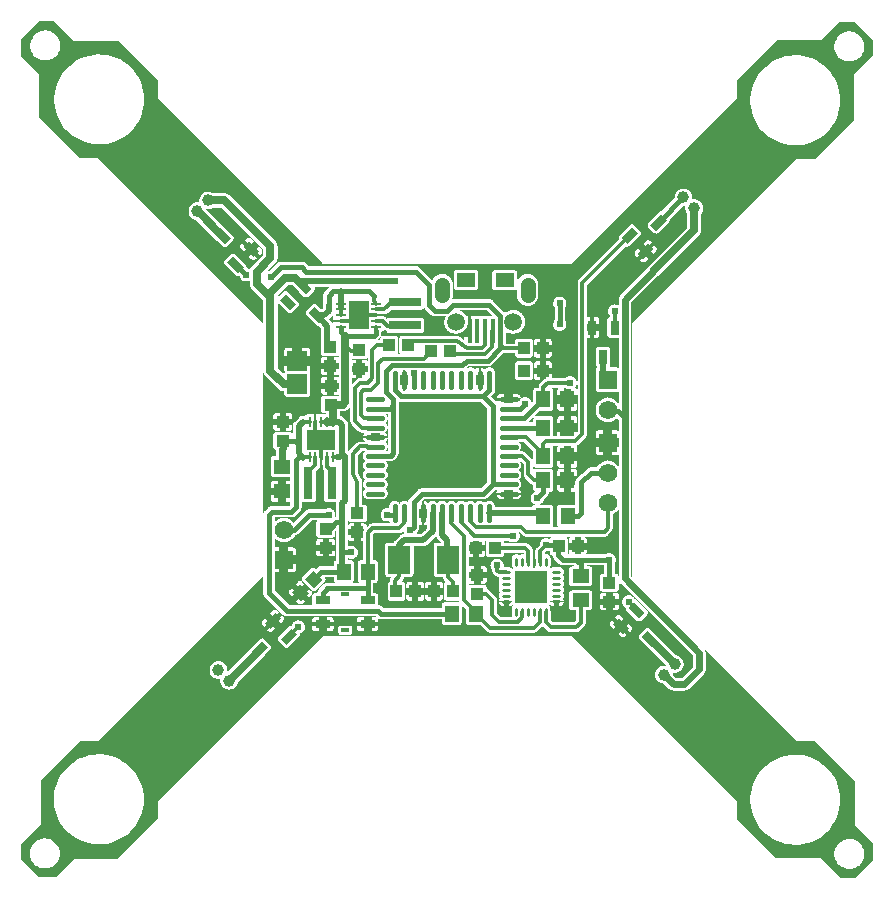
<source format=gtl>
G04 ---------------------------- Layer name :TOP LAYER*
G04 EasyEDA v5.6.15, Thu, 26 Jul 2018 23:30:40 GMT*
G04 3f3d84fbcde042cdb59b76facc9dedd5*
G04 Gerber Generator version 0.2*
G04 Scale: 100 percent, Rotated: No, Reflected: No *
G04 Dimensions in millimeters *
G04 leading zeros omitted , absolute positions ,3 integer and 3 decimal *
%FSLAX33Y33*%
%MOMM*%
G90*
G71D02*

%ADD11C,0.381000*%
%ADD12C,0.304800*%
%ADD13C,0.457200*%
%ADD14C,0.406400*%
%ADD15C,0.711200*%
%ADD16C,0.330200*%
%ADD17C,0.508000*%
%ADD18C,0.635000*%
%ADD19C,0.558800*%
%ADD20C,0.280010*%
%ADD21C,0.419989*%
%ADD22C,0.500380*%
%ADD23C,0.619760*%
%ADD24R,2.700020X0.799998*%
%ADD25R,0.699999X1.250010*%
%ADD26R,1.299997X0.700024*%
%ADD27R,0.700024X0.299974*%
%ADD28R,0.999998X1.099998*%
%ADD29R,1.099998X0.999998*%
%ADD30R,1.899996X2.399995*%
%ADD31R,1.160018X1.469898*%
%ADD32R,1.469898X1.160018*%
%ADD33R,0.799998X2.700020*%
%ADD34R,1.399540X1.300480*%
%ADD35R,1.300480X1.399540*%
%ADD36R,2.680005X2.680005*%
%ADD37R,0.450012X1.999996*%
%ADD38R,1.599997X1.199896*%
%ADD39R,2.425700X1.663700*%
%ADD40R,0.292100X0.876300*%
%ADD41R,1.663700X2.425700*%
%ADD42R,0.876300X0.292100*%
%ADD43R,1.574800X1.574800*%
%ADD44C,1.574800*%
%ADD45C,0.999998*%
%ADD46R,1.676400X1.676400*%
%ADD47C,1.499997*%
%ADD48C,1.299997*%

%LPD*%
G36*
G01X69342Y0D02*
G01X67691Y1651D01*
G01X63881Y1651D01*
G01X60579Y4953D01*
G01X60579Y6512D01*
G01X46609Y20482D01*
G01X25527Y20482D01*
G01X11557Y6512D01*
G01X11557Y4988D01*
G01X8128Y1559D01*
G01X4445Y1559D01*
G01X2921Y35D01*
G01X1524Y35D01*
G01X0Y1559D01*
G01X0Y2829D01*
G01X1651Y4480D01*
G01X1651Y8290D01*
G01X4953Y11592D01*
G01X6477Y11592D01*
G01X20447Y25562D01*
G01X20447Y46939D01*
G01X8252Y59136D01*
G01X6441Y60944D01*
G01X4953Y60944D01*
G01X1524Y64373D01*
G01X1524Y68056D01*
G01X0Y69580D01*
G01X0Y70977D01*
G01X1524Y72501D01*
G01X2794Y72501D01*
G01X4445Y70850D01*
G01X8255Y70850D01*
G01X11557Y67548D01*
G01X11557Y65989D01*
G01X25527Y51978D01*
G01X46573Y51978D01*
G01X58770Y64173D01*
G01X60579Y65984D01*
G01X60579Y67472D01*
G01X64008Y70901D01*
G01X67691Y70901D01*
G01X69215Y72425D01*
G01X70612Y72425D01*
G01X72136Y70901D01*
G01X72136Y69631D01*
G01X70485Y67980D01*
G01X70485Y64170D01*
G01X67183Y60868D01*
G01X65623Y60868D01*
G01X51689Y46949D01*
G01X51689Y25562D01*
G01X63883Y13365D01*
G01X65694Y11557D01*
G01X67183Y11557D01*
G01X70612Y8128D01*
G01X70612Y4445D01*
G01X72136Y2921D01*
G01X72136Y1524D01*
G01X70612Y0D01*
G01X69342Y0D01*
G37*

%LPC*%
G36*
G01X2000Y69184D02*
G01X2126Y69188D01*
G01X2252Y69203D01*
G01X2375Y69231D01*
G01X2495Y69272D01*
G01X2611Y69324D01*
G01X2721Y69387D01*
G01X2823Y69461D01*
G01X2918Y69545D01*
G01X3004Y69638D01*
G01X3081Y69739D01*
G01X3147Y69847D01*
G01X3202Y69961D01*
G01X3245Y70080D01*
G01X3276Y70202D01*
G01X3295Y70328D01*
G01X3302Y70454D01*
G01X3295Y70580D01*
G01X3276Y70706D01*
G01X3245Y70828D01*
G01X3202Y70947D01*
G01X3147Y71061D01*
G01X3081Y71169D01*
G01X3004Y71270D01*
G01X2918Y71363D01*
G01X2823Y71447D01*
G01X2721Y71521D01*
G01X2611Y71584D01*
G01X2495Y71636D01*
G01X2375Y71677D01*
G01X2252Y71705D01*
G01X2126Y71720D01*
G01X2000Y71724D01*
G01X1874Y71714D01*
G01X1749Y71692D01*
G01X1627Y71658D01*
G01X1509Y71612D01*
G01X1397Y71554D01*
G01X1290Y71485D01*
G01X1191Y71406D01*
G01X1101Y71318D01*
G01X1019Y71221D01*
G01X948Y71116D01*
G01X887Y71005D01*
G01X838Y70888D01*
G01X801Y70767D01*
G01X776Y70643D01*
G01X763Y70517D01*
G01X763Y70391D01*
G01X776Y70265D01*
G01X801Y70141D01*
G01X838Y70020D01*
G01X887Y69903D01*
G01X948Y69792D01*
G01X1019Y69687D01*
G01X1101Y69590D01*
G01X1191Y69502D01*
G01X1290Y69423D01*
G01X1397Y69354D01*
G01X1509Y69296D01*
G01X1627Y69250D01*
G01X1749Y69216D01*
G01X1874Y69194D01*
G01X2000Y69184D01*
G37*
G36*
G01X70072Y747D02*
G01X70198Y750D01*
G01X70324Y766D01*
G01X70447Y794D01*
G01X70567Y834D01*
G01X70683Y886D01*
G01X70793Y949D01*
G01X70895Y1023D01*
G01X70990Y1107D01*
G01X71076Y1200D01*
G01X71153Y1301D01*
G01X71219Y1409D01*
G01X71274Y1523D01*
G01X71317Y1642D01*
G01X71348Y1765D01*
G01X71367Y1890D01*
G01X71374Y2016D01*
G01X71367Y2143D01*
G01X71348Y2268D01*
G01X71317Y2391D01*
G01X71274Y2510D01*
G01X71219Y2624D01*
G01X71153Y2732D01*
G01X71076Y2833D01*
G01X70990Y2925D01*
G01X70895Y3009D01*
G01X70793Y3083D01*
G01X70683Y3146D01*
G01X70567Y3198D01*
G01X70447Y3239D01*
G01X70324Y3267D01*
G01X70198Y3283D01*
G01X70072Y3286D01*
G01X69946Y3276D01*
G01X69821Y3254D01*
G01X69699Y3220D01*
G01X69581Y3174D01*
G01X69469Y3116D01*
G01X69362Y3047D01*
G01X69263Y2968D01*
G01X69173Y2880D01*
G01X69091Y2783D01*
G01X69020Y2678D01*
G01X68959Y2567D01*
G01X68910Y2451D01*
G01X68873Y2330D01*
G01X68848Y2206D01*
G01X68835Y2080D01*
G01X68835Y1953D01*
G01X68848Y1827D01*
G01X68873Y1703D01*
G01X68910Y1582D01*
G01X68959Y1465D01*
G01X69020Y1354D01*
G01X69091Y1249D01*
G01X69173Y1152D01*
G01X69263Y1064D01*
G01X69362Y985D01*
G01X69469Y916D01*
G01X69581Y859D01*
G01X69699Y812D01*
G01X69821Y778D01*
G01X69946Y756D01*
G01X70072Y747D01*
G37*
G36*
G01X1964Y782D02*
G01X2091Y785D01*
G01X2216Y801D01*
G01X2340Y829D01*
G01X2460Y870D01*
G01X2575Y922D01*
G01X2685Y985D01*
G01X2788Y1059D01*
G01X2883Y1143D01*
G01X2969Y1235D01*
G01X3045Y1336D01*
G01X3111Y1444D01*
G01X3166Y1559D01*
G01X3210Y1677D01*
G01X3241Y1800D01*
G01X3260Y1925D01*
G01X3266Y2052D01*
G01X3260Y2178D01*
G01X3241Y2303D01*
G01X3210Y2426D01*
G01X3166Y2545D01*
G01X3111Y2659D01*
G01X3045Y2767D01*
G01X2969Y2868D01*
G01X2883Y2961D01*
G01X2788Y3045D01*
G01X2685Y3119D01*
G01X2575Y3182D01*
G01X2460Y3234D01*
G01X2340Y3274D01*
G01X2216Y3303D01*
G01X2091Y3318D01*
G01X1964Y3321D01*
G01X1838Y3312D01*
G01X1713Y3290D01*
G01X1591Y3256D01*
G01X1474Y3209D01*
G01X1361Y3152D01*
G01X1255Y3083D01*
G01X1156Y3004D01*
G01X1065Y2916D01*
G01X984Y2819D01*
G01X912Y2714D01*
G01X852Y2603D01*
G01X803Y2486D01*
G01X765Y2365D01*
G01X740Y2241D01*
G01X728Y2115D01*
G01X728Y1989D01*
G01X740Y1863D01*
G01X765Y1738D01*
G01X803Y1617D01*
G01X852Y1501D01*
G01X912Y1390D01*
G01X984Y1285D01*
G01X1065Y1188D01*
G01X1156Y1100D01*
G01X1255Y1021D01*
G01X1361Y952D01*
G01X1474Y894D01*
G01X1591Y848D01*
G01X1713Y814D01*
G01X1838Y792D01*
G01X1964Y782D01*
G37*
G36*
G01X65437Y2779D02*
G01X65816Y2789D01*
G01X66193Y2836D01*
G01X66563Y2921D01*
G01X66923Y3042D01*
G01X67270Y3198D01*
G01X67599Y3388D01*
G01X67907Y3609D01*
G01X68192Y3861D01*
G01X68450Y4139D01*
G01X68679Y4442D01*
G01X68878Y4766D01*
G01X69042Y5108D01*
G01X69172Y5465D01*
G01X69266Y5833D01*
G01X69323Y6209D01*
G01X69342Y6588D01*
G01X69323Y6968D01*
G01X69266Y7343D01*
G01X69172Y7711D01*
G01X69042Y8068D01*
G01X68878Y8410D01*
G01X68679Y8735D01*
G01X68450Y9037D01*
G01X68192Y9316D01*
G01X67907Y9567D01*
G01X67599Y9789D01*
G01X67270Y9979D01*
G01X66923Y10135D01*
G01X66563Y10256D01*
G01X66193Y10340D01*
G01X65816Y10388D01*
G01X65437Y10397D01*
G01X65058Y10369D01*
G01X64684Y10303D01*
G01X64318Y10200D01*
G01X63964Y10061D01*
G01X63627Y9888D01*
G01X63307Y9682D01*
G01X63010Y9445D01*
G01X62739Y9180D01*
G01X62494Y8889D01*
G01X62280Y8575D01*
G01X62099Y8241D01*
G01X61951Y7891D01*
G01X61839Y7528D01*
G01X61764Y7156D01*
G01X61726Y6778D01*
G01X61726Y6398D01*
G01X61764Y6020D01*
G01X61839Y5648D01*
G01X61951Y5285D01*
G01X62099Y4935D01*
G01X62280Y4602D01*
G01X62494Y4288D01*
G01X62739Y3997D01*
G01X63010Y3732D01*
G01X63307Y3495D01*
G01X63627Y3289D01*
G01X63964Y3115D01*
G01X64318Y2977D01*
G01X64684Y2874D01*
G01X65058Y2808D01*
G01X65437Y2779D01*
G37*
G36*
G01X6473Y2815D02*
G01X6853Y2824D01*
G01X7230Y2872D01*
G01X7600Y2956D01*
G01X7960Y3077D01*
G01X8306Y3233D01*
G01X8635Y3423D01*
G01X8943Y3645D01*
G01X9228Y3896D01*
G01X9487Y4175D01*
G01X9716Y4478D01*
G01X9914Y4802D01*
G01X10079Y5144D01*
G01X10209Y5501D01*
G01X10302Y5869D01*
G01X10359Y6244D01*
G01X10378Y6624D01*
G01X10359Y7003D01*
G01X10302Y7379D01*
G01X10209Y7747D01*
G01X10079Y8104D01*
G01X9914Y8446D01*
G01X9716Y8770D01*
G01X9487Y9073D01*
G01X9228Y9351D01*
G01X8943Y9603D01*
G01X8635Y9824D01*
G01X8306Y10014D01*
G01X7960Y10170D01*
G01X7600Y10291D01*
G01X7230Y10376D01*
G01X6853Y10423D01*
G01X6473Y10433D01*
G01X6094Y10404D01*
G01X5720Y10338D01*
G01X5355Y10235D01*
G01X5001Y10097D01*
G01X4663Y9923D01*
G01X4344Y9717D01*
G01X4047Y9480D01*
G01X3775Y9215D01*
G01X3531Y8924D01*
G01X3317Y8610D01*
G01X3135Y8277D01*
G01X2988Y7927D01*
G01X2876Y7564D01*
G01X2800Y7192D01*
G01X2763Y6814D01*
G01X2763Y6434D01*
G01X2800Y6056D01*
G01X2876Y5684D01*
G01X2988Y5321D01*
G01X3135Y4971D01*
G01X3317Y4637D01*
G01X3531Y4323D01*
G01X3775Y4032D01*
G01X4047Y3767D01*
G01X4344Y3530D01*
G01X4663Y3324D01*
G01X5001Y3151D01*
G01X5355Y3012D01*
G01X5720Y2909D01*
G01X6094Y2843D01*
G01X6473Y2815D01*
G37*
G36*
G01X55245Y15834D02*
G01X56134Y15834D01*
G01X56149Y15834D01*
G01X56165Y15835D01*
G01X56180Y15836D01*
G01X56195Y15837D01*
G01X56211Y15839D01*
G01X56226Y15842D01*
G01X56241Y15845D01*
G01X56257Y15848D01*
G01X56272Y15852D01*
G01X56286Y15856D01*
G01X56301Y15861D01*
G01X56316Y15866D01*
G01X56330Y15872D01*
G01X56345Y15877D01*
G01X56359Y15884D01*
G01X56373Y15891D01*
G01X56387Y15898D01*
G01X56400Y15905D01*
G01X56414Y15913D01*
G01X56427Y15922D01*
G01X56439Y15930D01*
G01X56452Y15939D01*
G01X56464Y15949D01*
G01X56476Y15959D01*
G01X56488Y15969D01*
G01X56500Y15979D01*
G01X56511Y15990D01*
G01X57781Y17260D01*
G01X57791Y17271D01*
G01X57802Y17283D01*
G01X57812Y17294D01*
G01X57822Y17306D01*
G01X57831Y17319D01*
G01X57840Y17331D01*
G01X57849Y17344D01*
G01X57857Y17357D01*
G01X57865Y17371D01*
G01X57873Y17384D01*
G01X57880Y17398D01*
G01X57887Y17412D01*
G01X57893Y17426D01*
G01X57899Y17440D01*
G01X57905Y17455D01*
G01X57910Y17469D01*
G01X57914Y17484D01*
G01X57919Y17499D01*
G01X57923Y17514D01*
G01X57926Y17529D01*
G01X57929Y17545D01*
G01X57931Y17560D01*
G01X57933Y17575D01*
G01X57935Y17591D01*
G01X57936Y17606D01*
G01X57937Y17622D01*
G01X57937Y17637D01*
G01X57937Y19034D01*
G01X57937Y19050D01*
G01X57936Y19065D01*
G01X57935Y19081D01*
G01X57933Y19096D01*
G01X57931Y19112D01*
G01X57929Y19127D01*
G01X57926Y19142D01*
G01X57923Y19157D01*
G01X57919Y19172D01*
G01X57914Y19187D01*
G01X57910Y19202D01*
G01X57905Y19217D01*
G01X57899Y19231D01*
G01X57893Y19246D01*
G01X57887Y19260D01*
G01X57880Y19274D01*
G01X57873Y19287D01*
G01X57865Y19301D01*
G01X57857Y19314D01*
G01X57849Y19327D01*
G01X57840Y19340D01*
G01X57831Y19353D01*
G01X57822Y19365D01*
G01X57812Y19377D01*
G01X57802Y19389D01*
G01X57791Y19400D01*
G01X57781Y19411D01*
G01X51638Y25554D01*
G01X51638Y48709D01*
G01X53826Y50897D01*
G01X53835Y50901D01*
G01X53861Y50914D01*
G01X53885Y50928D01*
G01X53910Y50943D01*
G01X53933Y50959D01*
G01X53955Y50977D01*
G01X53977Y50996D01*
G01X53998Y51015D01*
G01X57371Y54388D01*
G01X57382Y54400D01*
G01X57393Y54412D01*
G01X57403Y54424D01*
G01X57413Y54436D01*
G01X57423Y54449D01*
G01X57433Y54462D01*
G01X57442Y54475D01*
G01X57451Y54488D01*
G01X57459Y54502D01*
G01X57467Y54516D01*
G01X57474Y54530D01*
G01X57482Y54544D01*
G01X57488Y54559D01*
G01X57495Y54574D01*
G01X57501Y54589D01*
G01X57506Y54604D01*
G01X57511Y54619D01*
G01X57516Y54634D01*
G01X57520Y54650D01*
G01X57524Y54665D01*
G01X57527Y54681D01*
G01X57530Y54697D01*
G01X57533Y54712D01*
G01X57535Y54728D01*
G01X57536Y54744D01*
G01X57537Y54760D01*
G01X57538Y54776D01*
G01X57538Y54792D01*
G01X57538Y56191D01*
G01X57544Y56197D01*
G01X57590Y56257D01*
G01X57629Y56322D01*
G01X57661Y56389D01*
G01X57687Y56460D01*
G01X57706Y56533D01*
G01X57717Y56607D01*
G01X57721Y56682D01*
G01X57717Y56757D01*
G01X57706Y56832D01*
G01X57687Y56904D01*
G01X57661Y56975D01*
G01X57629Y57043D01*
G01X57590Y57107D01*
G01X57544Y57167D01*
G01X57493Y57222D01*
G01X57437Y57272D01*
G01X57376Y57316D01*
G01X57311Y57353D01*
G01X57242Y57384D01*
G01X57171Y57408D01*
G01X57098Y57425D01*
G01X57023Y57434D01*
G01X56948Y57436D01*
G01X56873Y57430D01*
G01X56799Y57417D01*
G01X56796Y57417D01*
G01X56801Y57437D01*
G01X56813Y57511D01*
G01X56816Y57586D01*
G01X56813Y57661D01*
G01X56801Y57736D01*
G01X56783Y57809D01*
G01X56757Y57879D01*
G01X56725Y57947D01*
G01X56685Y58011D01*
G01X56640Y58071D01*
G01X56589Y58126D01*
G01X56532Y58176D01*
G01X56471Y58220D01*
G01X56406Y58257D01*
G01X56338Y58288D01*
G01X56267Y58312D01*
G01X56193Y58329D01*
G01X56119Y58338D01*
G01X56044Y58340D01*
G01X55969Y58335D01*
G01X55895Y58321D01*
G01X55822Y58301D01*
G01X55752Y58274D01*
G01X55685Y58239D01*
G01X55622Y58199D01*
G01X55563Y58152D01*
G01X55510Y58099D01*
G01X55461Y58042D01*
G01X55419Y57980D01*
G01X55383Y57914D01*
G01X55354Y57844D01*
G01X55332Y57772D01*
G01X55317Y57699D01*
G01X55309Y57624D01*
G01X55309Y57549D01*
G01X55312Y57519D01*
G01X54201Y56408D01*
G01X54196Y56409D01*
G01X54186Y56410D01*
G01X54176Y56411D01*
G01X54165Y56412D01*
G01X54155Y56412D01*
G01X54144Y56412D01*
G01X54134Y56411D01*
G01X54123Y56410D01*
G01X54113Y56409D01*
G01X54102Y56407D01*
G01X54092Y56405D01*
G01X54082Y56402D01*
G01X54072Y56399D01*
G01X54062Y56395D01*
G01X54053Y56391D01*
G01X54043Y56387D01*
G01X54034Y56382D01*
G01X54025Y56377D01*
G01X54016Y56371D01*
G01X54007Y56365D01*
G01X53999Y56359D01*
G01X53990Y56352D01*
G01X53983Y56345D01*
G01X53975Y56338D01*
G01X53091Y55454D01*
G01X53084Y55446D01*
G01X53077Y55439D01*
G01X53070Y55430D01*
G01X53064Y55422D01*
G01X53058Y55413D01*
G01X53053Y55404D01*
G01X53047Y55395D01*
G01X53042Y55386D01*
G01X53038Y55376D01*
G01X53034Y55367D01*
G01X53030Y55357D01*
G01X53027Y55347D01*
G01X53024Y55337D01*
G01X53022Y55327D01*
G01X53020Y55316D01*
G01X53019Y55306D01*
G01X53018Y55295D01*
G01X53017Y55285D01*
G01X53017Y55274D01*
G01X53017Y55264D01*
G01X53018Y55253D01*
G01X53019Y55243D01*
G01X53020Y55233D01*
G01X53022Y55222D01*
G01X53024Y55212D01*
G01X53027Y55202D01*
G01X53030Y55192D01*
G01X53034Y55182D01*
G01X53038Y55172D01*
G01X53042Y55163D01*
G01X53047Y55154D01*
G01X53052Y55144D01*
G01X53058Y55136D01*
G01X53064Y55127D01*
G01X53070Y55118D01*
G01X53077Y55110D01*
G01X53084Y55102D01*
G01X53091Y55095D01*
G01X53586Y54600D01*
G01X53594Y54593D01*
G01X53602Y54586D01*
G01X53610Y54579D01*
G01X53618Y54573D01*
G01X53627Y54567D01*
G01X53636Y54561D01*
G01X53645Y54556D01*
G01X53654Y54551D01*
G01X53664Y54547D01*
G01X53673Y54543D01*
G01X53683Y54539D01*
G01X53693Y54536D01*
G01X53703Y54533D01*
G01X53714Y54531D01*
G01X53724Y54529D01*
G01X53734Y54527D01*
G01X53745Y54526D01*
G01X53755Y54526D01*
G01X53766Y54525D01*
G01X53776Y54526D01*
G01X53787Y54526D01*
G01X53797Y54527D01*
G01X53807Y54529D01*
G01X53818Y54531D01*
G01X53828Y54533D01*
G01X53838Y54536D01*
G01X53848Y54539D01*
G01X53858Y54543D01*
G01X53868Y54547D01*
G01X53877Y54551D01*
G01X53887Y54556D01*
G01X53896Y54561D01*
G01X53905Y54567D01*
G01X53913Y54573D01*
G01X53922Y54579D01*
G01X53930Y54586D01*
G01X53938Y54593D01*
G01X53945Y54600D01*
G01X54829Y55484D01*
G01X54836Y55491D01*
G01X54843Y55499D01*
G01X54850Y55507D01*
G01X54856Y55516D01*
G01X54862Y55524D01*
G01X54868Y55533D01*
G01X54873Y55542D01*
G01X54878Y55552D01*
G01X54882Y55561D01*
G01X54886Y55571D01*
G01X54890Y55581D01*
G01X54893Y55591D01*
G01X54896Y55601D01*
G01X54898Y55611D01*
G01X54900Y55622D01*
G01X54902Y55632D01*
G01X54903Y55642D01*
G01X54903Y55653D01*
G01X54904Y55663D01*
G01X54903Y55674D01*
G01X54903Y55684D01*
G01X54902Y55695D01*
G01X54900Y55705D01*
G01X54898Y55715D01*
G01X54896Y55726D01*
G01X54893Y55735D01*
G01X55995Y56836D01*
G01X56044Y56833D01*
G01X56119Y56834D01*
G01X56193Y56844D01*
G01X56233Y56853D01*
G01X56221Y56795D01*
G01X56214Y56720D01*
G01X56214Y56645D01*
G01X56221Y56570D01*
G01X56236Y56496D01*
G01X56258Y56424D01*
G01X56287Y56355D01*
G01X56323Y56289D01*
G01X56366Y56227D01*
G01X56395Y56192D01*
G01X56395Y55029D01*
G01X53189Y51823D01*
G01X53170Y51803D01*
G01X53151Y51781D01*
G01X53134Y51759D01*
G01X53117Y51735D01*
G01X53102Y51711D01*
G01X53088Y51686D01*
G01X53076Y51661D01*
G01X53072Y51652D01*
G01X50727Y49307D01*
G01X50716Y49296D01*
G01X50706Y49285D01*
G01X50696Y49273D01*
G01X50686Y49261D01*
G01X50676Y49249D01*
G01X50667Y49236D01*
G01X50659Y49223D01*
G01X50650Y49210D01*
G01X50642Y49197D01*
G01X50635Y49183D01*
G01X50628Y49169D01*
G01X50621Y49155D01*
G01X50615Y49141D01*
G01X50609Y49127D01*
G01X50603Y49112D01*
G01X50598Y49098D01*
G01X50593Y49083D01*
G01X50589Y49068D01*
G01X50585Y49053D01*
G01X50582Y49038D01*
G01X50579Y49023D01*
G01X50577Y49007D01*
G01X50575Y48992D01*
G01X50573Y48977D01*
G01X50572Y48961D01*
G01X50571Y48946D01*
G01X50571Y48930D01*
G01X50571Y48421D01*
G01X50547Y48439D01*
G01X50498Y48467D01*
G01X50447Y48490D01*
G01X50393Y48508D01*
G01X50339Y48520D01*
G01X50283Y48527D01*
G01X50227Y48529D01*
G01X50171Y48524D01*
G01X50115Y48515D01*
G01X50061Y48499D01*
G01X50009Y48479D01*
G01X49959Y48453D01*
G01X49912Y48423D01*
G01X49868Y48388D01*
G01X49827Y48348D01*
G01X49791Y48305D01*
G01X49760Y48259D01*
G01X49733Y48210D01*
G01X49711Y48158D01*
G01X49694Y48104D01*
G01X49683Y48049D01*
G01X49678Y47993D01*
G01X49678Y47937D01*
G01X49683Y47881D01*
G01X49694Y47826D01*
G01X49711Y47772D01*
G01X49733Y47720D01*
G01X49760Y47671D01*
G01X49791Y47624D01*
G01X49819Y47591D01*
G01X49819Y47446D01*
G01X49813Y47444D01*
G01X49803Y47441D01*
G01X49793Y47438D01*
G01X49783Y47435D01*
G01X49773Y47431D01*
G01X49764Y47426D01*
G01X49755Y47421D01*
G01X49745Y47416D01*
G01X49737Y47411D01*
G01X49728Y47405D01*
G01X49719Y47398D01*
G01X49711Y47392D01*
G01X49703Y47385D01*
G01X49696Y47378D01*
G01X49689Y47370D01*
G01X49682Y47362D01*
G01X49675Y47354D01*
G01X49669Y47346D01*
G01X49663Y47337D01*
G01X49657Y47328D01*
G01X49652Y47319D01*
G01X49647Y47309D01*
G01X49643Y47300D01*
G01X49639Y47290D01*
G01X49635Y47280D01*
G01X49632Y47270D01*
G01X49629Y47260D01*
G01X49627Y47250D01*
G01X49625Y47240D01*
G01X49623Y47229D01*
G01X49622Y47219D01*
G01X49622Y47208D01*
G01X49621Y47198D01*
G01X49621Y45948D01*
G01X49622Y45937D01*
G01X49622Y45927D01*
G01X49623Y45917D01*
G01X49625Y45906D01*
G01X49627Y45896D01*
G01X49629Y45886D01*
G01X49632Y45875D01*
G01X49635Y45865D01*
G01X49639Y45856D01*
G01X49643Y45846D01*
G01X49647Y45836D01*
G01X49652Y45827D01*
G01X49657Y45818D01*
G01X49663Y45809D01*
G01X49669Y45800D01*
G01X49675Y45792D01*
G01X49682Y45784D01*
G01X49689Y45776D01*
G01X49696Y45768D01*
G01X49703Y45761D01*
G01X49711Y45754D01*
G01X49719Y45748D01*
G01X49728Y45741D01*
G01X49737Y45735D01*
G01X49745Y45730D01*
G01X49755Y45725D01*
G01X49764Y45720D01*
G01X49773Y45715D01*
G01X49783Y45711D01*
G01X49793Y45708D01*
G01X49803Y45705D01*
G01X49813Y45702D01*
G01X49823Y45699D01*
G01X49834Y45697D01*
G01X49844Y45696D01*
G01X49854Y45695D01*
G01X49865Y45694D01*
G01X49875Y45694D01*
G01X50571Y45694D01*
G01X50571Y43156D01*
G01X50565Y43159D01*
G01X50555Y43164D01*
G01X50546Y43168D01*
G01X50536Y43172D01*
G01X50526Y43176D01*
G01X50516Y43179D01*
G01X50506Y43182D01*
G01X50496Y43184D01*
G01X50486Y43186D01*
G01X50475Y43188D01*
G01X50465Y43189D01*
G01X50454Y43189D01*
G01X50444Y43190D01*
G01X49784Y43190D01*
G01X49784Y43250D01*
G01X49790Y43255D01*
G01X49798Y43262D01*
G01X49805Y43269D01*
G01X49812Y43277D01*
G01X49819Y43284D01*
G01X49826Y43293D01*
G01X49832Y43301D01*
G01X49838Y43310D01*
G01X49844Y43319D01*
G01X49849Y43328D01*
G01X49854Y43337D01*
G01X49858Y43347D01*
G01X49862Y43356D01*
G01X49866Y43366D01*
G01X49869Y43376D01*
G01X49872Y43386D01*
G01X49874Y43396D01*
G01X49876Y43407D01*
G01X49878Y43417D01*
G01X49879Y43428D01*
G01X49879Y43438D01*
G01X49880Y43449D01*
G01X49880Y44699D01*
G01X49879Y44709D01*
G01X49879Y44720D01*
G01X49878Y44730D01*
G01X49876Y44740D01*
G01X49874Y44751D01*
G01X49872Y44761D01*
G01X49869Y44771D01*
G01X49866Y44781D01*
G01X49862Y44791D01*
G01X49858Y44801D01*
G01X49854Y44810D01*
G01X49849Y44819D01*
G01X49844Y44829D01*
G01X49838Y44837D01*
G01X49832Y44846D01*
G01X49826Y44855D01*
G01X49819Y44863D01*
G01X49812Y44871D01*
G01X49805Y44878D01*
G01X49798Y44885D01*
G01X49790Y44892D01*
G01X49782Y44899D01*
G01X49773Y44905D01*
G01X49764Y44911D01*
G01X49756Y44917D01*
G01X49746Y44922D01*
G01X49737Y44927D01*
G01X49728Y44931D01*
G01X49718Y44935D01*
G01X49708Y44939D01*
G01X49698Y44942D01*
G01X49688Y44945D01*
G01X49678Y44947D01*
G01X49667Y44949D01*
G01X49657Y44951D01*
G01X49646Y44952D01*
G01X49636Y44952D01*
G01X49626Y44953D01*
G01X48925Y44953D01*
G01X48915Y44952D01*
G01X48905Y44952D01*
G01X48894Y44951D01*
G01X48884Y44949D01*
G01X48873Y44947D01*
G01X48863Y44945D01*
G01X48853Y44942D01*
G01X48843Y44939D01*
G01X48833Y44935D01*
G01X48823Y44931D01*
G01X48814Y44927D01*
G01X48805Y44922D01*
G01X48795Y44917D01*
G01X48787Y44911D01*
G01X48778Y44905D01*
G01X48769Y44899D01*
G01X48761Y44892D01*
G01X48753Y44885D01*
G01X48746Y44878D01*
G01X48739Y44871D01*
G01X48732Y44863D01*
G01X48725Y44855D01*
G01X48719Y44846D01*
G01X48713Y44837D01*
G01X48707Y44829D01*
G01X48702Y44819D01*
G01X48697Y44810D01*
G01X48693Y44801D01*
G01X48689Y44791D01*
G01X48685Y44781D01*
G01X48682Y44771D01*
G01X48679Y44761D01*
G01X48677Y44751D01*
G01X48675Y44740D01*
G01X48673Y44730D01*
G01X48672Y44720D01*
G01X48672Y44709D01*
G01X48671Y44699D01*
G01X48671Y43449D01*
G01X48672Y43438D01*
G01X48672Y43428D01*
G01X48673Y43417D01*
G01X48675Y43407D01*
G01X48677Y43396D01*
G01X48679Y43386D01*
G01X48682Y43376D01*
G01X48685Y43366D01*
G01X48689Y43356D01*
G01X48693Y43347D01*
G01X48697Y43337D01*
G01X48702Y43328D01*
G01X48707Y43319D01*
G01X48713Y43310D01*
G01X48719Y43301D01*
G01X48725Y43293D01*
G01X48732Y43284D01*
G01X48739Y43277D01*
G01X48746Y43269D01*
G01X48753Y43262D01*
G01X48761Y43255D01*
G01X48768Y43250D01*
G01X48768Y43168D01*
G01X48767Y43168D01*
G01X48758Y43164D01*
G01X48748Y43159D01*
G01X48739Y43154D01*
G01X48730Y43148D01*
G01X48722Y43142D01*
G01X48713Y43136D01*
G01X48705Y43129D01*
G01X48697Y43123D01*
G01X48689Y43115D01*
G01X48682Y43108D01*
G01X48675Y43100D01*
G01X48669Y43092D01*
G01X48662Y43083D01*
G01X48656Y43075D01*
G01X48651Y43066D01*
G01X48646Y43057D01*
G01X48641Y43047D01*
G01X48636Y43038D01*
G01X48632Y43028D01*
G01X48629Y43018D01*
G01X48626Y43008D01*
G01X48623Y42998D01*
G01X48621Y42988D01*
G01X48619Y42977D01*
G01X48617Y42967D01*
G01X48616Y42957D01*
G01X48615Y42946D01*
G01X48615Y42936D01*
G01X48615Y41361D01*
G01X48615Y41350D01*
G01X48616Y41340D01*
G01X48617Y41329D01*
G01X48619Y41319D01*
G01X48621Y41309D01*
G01X48623Y41299D01*
G01X48626Y41288D01*
G01X48629Y41278D01*
G01X48632Y41269D01*
G01X48636Y41259D01*
G01X48641Y41249D01*
G01X48646Y41240D01*
G01X48651Y41231D01*
G01X48656Y41222D01*
G01X48662Y41213D01*
G01X48669Y41205D01*
G01X48675Y41197D01*
G01X48682Y41189D01*
G01X48689Y41181D01*
G01X48697Y41174D01*
G01X48705Y41167D01*
G01X48713Y41160D01*
G01X48722Y41154D01*
G01X48730Y41148D01*
G01X48739Y41143D01*
G01X48748Y41137D01*
G01X48758Y41133D01*
G01X48767Y41128D01*
G01X48777Y41124D01*
G01X48787Y41121D01*
G01X48797Y41117D01*
G01X48807Y41115D01*
G01X48817Y41112D01*
G01X48827Y41110D01*
G01X48838Y41109D01*
G01X48848Y41108D01*
G01X48859Y41107D01*
G01X48869Y41107D01*
G01X50444Y41107D01*
G01X50454Y41107D01*
G01X50465Y41108D01*
G01X50475Y41109D01*
G01X50486Y41110D01*
G01X50496Y41112D01*
G01X50506Y41115D01*
G01X50516Y41117D01*
G01X50526Y41121D01*
G01X50536Y41124D01*
G01X50546Y41128D01*
G01X50555Y41133D01*
G01X50565Y41137D01*
G01X50571Y41141D01*
G01X50571Y40107D01*
G01X50517Y40195D01*
G01X50454Y40278D01*
G01X50384Y40354D01*
G01X50306Y40422D01*
G01X50221Y40483D01*
G01X50132Y40535D01*
G01X50037Y40578D01*
G01X49939Y40611D01*
G01X49837Y40634D01*
G01X49734Y40647D01*
G01X49631Y40649D01*
G01X49527Y40642D01*
G01X49425Y40624D01*
G01X49325Y40595D01*
G01X49228Y40558D01*
G01X49136Y40510D01*
G01X49049Y40454D01*
G01X48967Y40389D01*
G01X48893Y40317D01*
G01X48826Y40237D01*
G01X48768Y40151D01*
G01X48718Y40060D01*
G01X48678Y39964D01*
G01X48647Y39865D01*
G01X48627Y39763D01*
G01X48616Y39660D01*
G01X48616Y39556D01*
G01X48627Y39453D01*
G01X48647Y39351D01*
G01X48678Y39252D01*
G01X48718Y39156D01*
G01X48768Y39065D01*
G01X48826Y38979D01*
G01X48893Y38900D01*
G01X48967Y38827D01*
G01X49049Y38763D01*
G01X49136Y38706D01*
G01X49228Y38659D01*
G01X49325Y38621D01*
G01X49425Y38593D01*
G01X49527Y38575D01*
G01X49631Y38567D01*
G01X49734Y38570D01*
G01X49837Y38583D01*
G01X49939Y38606D01*
G01X50037Y38639D01*
G01X50132Y38682D01*
G01X50221Y38733D01*
G01X50306Y38794D01*
G01X50384Y38863D01*
G01X50431Y38914D01*
G01X50571Y38773D01*
G01X50571Y37822D01*
G01X50565Y37825D01*
G01X50555Y37830D01*
G01X50546Y37834D01*
G01X50536Y37838D01*
G01X50526Y37842D01*
G01X50516Y37845D01*
G01X50506Y37848D01*
G01X50496Y37850D01*
G01X50486Y37852D01*
G01X50475Y37854D01*
G01X50465Y37855D01*
G01X50454Y37855D01*
G01X50444Y37856D01*
G01X50050Y37856D01*
G01X50050Y37208D01*
G01X50571Y37208D01*
G01X50571Y36421D01*
G01X50050Y36421D01*
G01X50050Y35773D01*
G01X50444Y35773D01*
G01X50454Y35773D01*
G01X50465Y35774D01*
G01X50475Y35775D01*
G01X50486Y35776D01*
G01X50496Y35778D01*
G01X50506Y35781D01*
G01X50516Y35783D01*
G01X50526Y35787D01*
G01X50536Y35790D01*
G01X50546Y35794D01*
G01X50555Y35799D01*
G01X50565Y35803D01*
G01X50571Y35807D01*
G01X50571Y34773D01*
G01X50517Y34861D01*
G01X50454Y34944D01*
G01X50384Y35020D01*
G01X50306Y35088D01*
G01X50221Y35149D01*
G01X50132Y35201D01*
G01X50037Y35244D01*
G01X49939Y35277D01*
G01X49837Y35300D01*
G01X49734Y35313D01*
G01X49631Y35315D01*
G01X49527Y35308D01*
G01X49425Y35290D01*
G01X49325Y35261D01*
G01X49228Y35224D01*
G01X49136Y35176D01*
G01X49049Y35120D01*
G01X48967Y35055D01*
G01X48893Y34983D01*
G01X48826Y34903D01*
G01X48768Y34817D01*
G01X48721Y34731D01*
G01X48260Y34731D01*
G01X48245Y34731D01*
G01X48230Y34731D01*
G01X48215Y34729D01*
G01X48201Y34728D01*
G01X48186Y34726D01*
G01X48172Y34723D01*
G01X48157Y34720D01*
G01X48143Y34716D01*
G01X48129Y34712D01*
G01X48115Y34708D01*
G01X48101Y34703D01*
G01X48087Y34698D01*
G01X48074Y34692D01*
G01X48060Y34686D01*
G01X48047Y34679D01*
G01X48034Y34672D01*
G01X48021Y34665D01*
G01X48009Y34657D01*
G01X47997Y34648D01*
G01X47985Y34640D01*
G01X47973Y34631D01*
G01X47962Y34621D01*
G01X47073Y33859D01*
G01X47062Y33850D01*
G01X47051Y33840D01*
G01X47041Y33829D01*
G01X47031Y33819D01*
G01X47022Y33808D01*
G01X47012Y33796D01*
G01X47003Y33785D01*
G01X46995Y33773D01*
G01X46987Y33761D01*
G01X46979Y33748D01*
G01X46972Y33736D01*
G01X46965Y33723D01*
G01X46958Y33710D01*
G01X46952Y33697D01*
G01X46946Y33683D01*
G01X46941Y33670D01*
G01X46936Y33656D01*
G01X46932Y33642D01*
G01X46928Y33628D01*
G01X46925Y33614D01*
G01X46922Y33599D01*
G01X46919Y33585D01*
G01X46917Y33571D01*
G01X46915Y33556D01*
G01X46914Y33541D01*
G01X46914Y33527D01*
G01X46913Y33512D01*
G01X46913Y33272D01*
G01X46518Y33272D01*
G01X46518Y32650D01*
G01X46808Y32650D01*
G01X46818Y32650D01*
G01X46829Y32651D01*
G01X46839Y32652D01*
G01X46849Y32654D01*
G01X46860Y32656D01*
G01X46870Y32658D01*
G01X46880Y32661D01*
G01X46890Y32664D01*
G01X46900Y32668D01*
G01X46910Y32672D01*
G01X46913Y32673D01*
G01X46913Y31544D01*
G01X46905Y31545D01*
G01X46895Y31545D01*
G01X45594Y31545D01*
G01X45584Y31545D01*
G01X45573Y31544D01*
G01X45563Y31543D01*
G01X45552Y31542D01*
G01X45542Y31540D01*
G01X45532Y31537D01*
G01X45522Y31534D01*
G01X45512Y31531D01*
G01X45502Y31528D01*
G01X45492Y31524D01*
G01X45483Y31519D01*
G01X45473Y31514D01*
G01X45464Y31509D01*
G01X45455Y31504D01*
G01X45447Y31498D01*
G01X45438Y31491D01*
G01X45430Y31485D01*
G01X45422Y31478D01*
G01X45415Y31471D01*
G01X45407Y31463D01*
G01X45400Y31455D01*
G01X45394Y31447D01*
G01X45388Y31439D01*
G01X45382Y31430D01*
G01X45376Y31421D01*
G01X45371Y31412D01*
G01X45366Y31403D01*
G01X45362Y31393D01*
G01X45358Y31383D01*
G01X45354Y31374D01*
G01X45351Y31363D01*
G01X45348Y31353D01*
G01X45346Y31343D01*
G01X45344Y31333D01*
G01X45342Y31322D01*
G01X45341Y31312D01*
G01X45341Y31302D01*
G01X45340Y31291D01*
G01X45340Y29891D01*
G01X45341Y29881D01*
G01X45341Y29871D01*
G01X45342Y29860D01*
G01X45344Y29850D01*
G01X45346Y29839D01*
G01X45348Y29829D01*
G01X45351Y29819D01*
G01X45354Y29809D01*
G01X45358Y29799D01*
G01X45362Y29789D01*
G01X45366Y29780D01*
G01X45371Y29771D01*
G01X45376Y29761D01*
G01X45382Y29753D01*
G01X45388Y29744D01*
G01X45394Y29735D01*
G01X45400Y29727D01*
G01X45407Y29719D01*
G01X45415Y29712D01*
G01X45422Y29705D01*
G01X45430Y29698D01*
G01X45438Y29691D01*
G01X45447Y29685D01*
G01X45455Y29679D01*
G01X45459Y29677D01*
G01X44930Y29677D01*
G01X44934Y29679D01*
G01X44942Y29685D01*
G01X44951Y29691D01*
G01X44959Y29698D01*
G01X44967Y29705D01*
G01X44974Y29712D01*
G01X44982Y29719D01*
G01X44989Y29727D01*
G01X44995Y29735D01*
G01X45001Y29744D01*
G01X45007Y29753D01*
G01X45013Y29761D01*
G01X45018Y29771D01*
G01X45023Y29780D01*
G01X45027Y29789D01*
G01X45031Y29799D01*
G01X45035Y29809D01*
G01X45038Y29819D01*
G01X45041Y29829D01*
G01X45043Y29839D01*
G01X45045Y29850D01*
G01X45047Y29860D01*
G01X45048Y29871D01*
G01X45048Y29881D01*
G01X45049Y29891D01*
G01X45049Y31291D01*
G01X45048Y31302D01*
G01X45048Y31312D01*
G01X45047Y31322D01*
G01X45045Y31333D01*
G01X45043Y31343D01*
G01X45041Y31353D01*
G01X45038Y31363D01*
G01X45035Y31374D01*
G01X45031Y31383D01*
G01X45027Y31393D01*
G01X45023Y31403D01*
G01X45018Y31412D01*
G01X45013Y31421D01*
G01X45007Y31430D01*
G01X45001Y31439D01*
G01X44995Y31447D01*
G01X44989Y31455D01*
G01X44982Y31463D01*
G01X44974Y31471D01*
G01X44967Y31478D01*
G01X44959Y31485D01*
G01X44951Y31491D01*
G01X44942Y31498D01*
G01X44934Y31504D01*
G01X44925Y31509D01*
G01X44916Y31514D01*
G01X44906Y31519D01*
G01X44897Y31524D01*
G01X44887Y31528D01*
G01X44877Y31531D01*
G01X44867Y31534D01*
G01X44857Y31537D01*
G01X44847Y31540D01*
G01X44836Y31542D01*
G01X44826Y31543D01*
G01X44816Y31544D01*
G01X44805Y31545D01*
G01X44795Y31545D01*
G01X43494Y31545D01*
G01X43484Y31545D01*
G01X43473Y31544D01*
G01X43463Y31543D01*
G01X43452Y31542D01*
G01X43442Y31540D01*
G01X43432Y31537D01*
G01X43422Y31534D01*
G01X43412Y31531D01*
G01X43402Y31528D01*
G01X43392Y31524D01*
G01X43383Y31519D01*
G01X43373Y31514D01*
G01X43364Y31509D01*
G01X43355Y31504D01*
G01X43347Y31498D01*
G01X43338Y31491D01*
G01X43330Y31485D01*
G01X43322Y31478D01*
G01X43315Y31471D01*
G01X43307Y31463D01*
G01X43300Y31455D01*
G01X43294Y31447D01*
G01X43288Y31439D01*
G01X43282Y31430D01*
G01X43276Y31421D01*
G01X43271Y31412D01*
G01X43266Y31403D01*
G01X43262Y31393D01*
G01X43258Y31383D01*
G01X43254Y31374D01*
G01X43251Y31363D01*
G01X43249Y31356D01*
G01X40084Y31356D01*
G01X40084Y31437D01*
G01X40084Y31443D01*
G01X40084Y31453D01*
G01X40083Y31466D01*
G01X40083Y31477D01*
G01X40081Y31489D01*
G01X40080Y31499D01*
G01X40078Y31512D01*
G01X40076Y31523D01*
G01X40074Y31535D01*
G01X40072Y31545D01*
G01X40069Y31557D01*
G01X40066Y31567D01*
G01X40062Y31580D01*
G01X40058Y31590D01*
G01X40054Y31601D01*
G01X40051Y31611D01*
G01X40045Y31623D01*
G01X40041Y31633D01*
G01X40036Y31644D01*
G01X40031Y31653D01*
G01X40025Y31664D01*
G01X40020Y31673D01*
G01X40013Y31684D01*
G01X40007Y31693D01*
G01X40000Y31703D01*
G01X39994Y31712D01*
G01X39987Y31722D01*
G01X39980Y31730D01*
G01X39972Y31740D01*
G01X39965Y31748D01*
G01X39956Y31757D01*
G01X39949Y31765D01*
G01X39940Y31773D01*
G01X39932Y31780D01*
G01X39923Y31789D01*
G01X39915Y31796D01*
G01X39905Y31804D01*
G01X39896Y31810D01*
G01X39886Y31817D01*
G01X39878Y31823D01*
G01X39867Y31830D01*
G01X39858Y31835D01*
G01X39847Y31842D01*
G01X39838Y31847D01*
G01X39827Y31852D01*
G01X39817Y31857D01*
G01X39805Y31862D01*
G01X39796Y31866D01*
G01X39784Y31871D01*
G01X39774Y31875D01*
G01X39762Y31878D01*
G01X39752Y31882D01*
G01X39740Y31885D01*
G01X39730Y31888D01*
G01X39717Y31891D01*
G01X39707Y31893D01*
G01X39695Y31895D01*
G01X39685Y31896D01*
G01X39672Y31898D01*
G01X39661Y31899D01*
G01X39648Y31900D01*
G01X39638Y31900D01*
G01X39626Y31901D01*
G01X39615Y31901D01*
G01X39603Y31900D01*
G01X39592Y31900D01*
G01X39579Y31899D01*
G01X39569Y31898D01*
G01X39556Y31896D01*
G01X39546Y31895D01*
G01X39534Y31893D01*
G01X39524Y31891D01*
G01X39511Y31888D01*
G01X39501Y31885D01*
G01X39488Y31882D01*
G01X39478Y31878D01*
G01X39467Y31875D01*
G01X39457Y31871D01*
G01X39445Y31866D01*
G01X39435Y31862D01*
G01X39424Y31857D01*
G01X39414Y31852D01*
G01X39403Y31847D01*
G01X39394Y31842D01*
G01X39383Y31835D01*
G01X39374Y31830D01*
G01X39363Y31823D01*
G01X39355Y31817D01*
G01X39345Y31810D01*
G01X39336Y31804D01*
G01X39326Y31796D01*
G01X39318Y31789D01*
G01X39309Y31780D01*
G01X39301Y31773D01*
G01X39292Y31765D01*
G01X39285Y31757D01*
G01X39276Y31748D01*
G01X39269Y31740D01*
G01X39261Y31730D01*
G01X39254Y31722D01*
G01X39247Y31712D01*
G01X39241Y31703D01*
G01X39234Y31693D01*
G01X39228Y31684D01*
G01X39221Y31673D01*
G01X39220Y31672D01*
G01X39220Y31673D01*
G01X39213Y31684D01*
G01X39207Y31693D01*
G01X39200Y31703D01*
G01X39194Y31712D01*
G01X39187Y31722D01*
G01X39180Y31730D01*
G01X39172Y31740D01*
G01X39165Y31748D01*
G01X39156Y31757D01*
G01X39149Y31765D01*
G01X39140Y31773D01*
G01X39132Y31780D01*
G01X39123Y31789D01*
G01X39115Y31796D01*
G01X39105Y31804D01*
G01X39096Y31810D01*
G01X39086Y31817D01*
G01X39077Y31823D01*
G01X39067Y31830D01*
G01X39058Y31835D01*
G01X39047Y31842D01*
G01X39038Y31847D01*
G01X39027Y31852D01*
G01X39017Y31857D01*
G01X39005Y31862D01*
G01X38996Y31866D01*
G01X38984Y31871D01*
G01X38974Y31875D01*
G01X38962Y31878D01*
G01X38952Y31882D01*
G01X38940Y31885D01*
G01X38930Y31888D01*
G01X38917Y31891D01*
G01X38907Y31893D01*
G01X38895Y31895D01*
G01X38885Y31896D01*
G01X38872Y31898D01*
G01X38861Y31899D01*
G01X38848Y31900D01*
G01X38838Y31900D01*
G01X38826Y31901D01*
G01X38815Y31901D01*
G01X38803Y31900D01*
G01X38792Y31900D01*
G01X38779Y31899D01*
G01X38769Y31898D01*
G01X38756Y31896D01*
G01X38746Y31895D01*
G01X38734Y31893D01*
G01X38724Y31891D01*
G01X38711Y31888D01*
G01X38701Y31885D01*
G01X38688Y31882D01*
G01X38678Y31878D01*
G01X38667Y31875D01*
G01X38657Y31871D01*
G01X38645Y31866D01*
G01X38635Y31862D01*
G01X38624Y31857D01*
G01X38614Y31852D01*
G01X38603Y31847D01*
G01X38594Y31842D01*
G01X38583Y31835D01*
G01X38574Y31830D01*
G01X38563Y31823D01*
G01X38555Y31817D01*
G01X38544Y31810D01*
G01X38536Y31804D01*
G01X38526Y31796D01*
G01X38518Y31789D01*
G01X38509Y31780D01*
G01X38501Y31773D01*
G01X38492Y31765D01*
G01X38485Y31757D01*
G01X38476Y31748D01*
G01X38469Y31740D01*
G01X38461Y31730D01*
G01X38454Y31722D01*
G01X38447Y31712D01*
G01X38441Y31703D01*
G01X38433Y31693D01*
G01X38428Y31684D01*
G01X38421Y31673D01*
G01X38420Y31672D01*
G01X38420Y31673D01*
G01X38413Y31684D01*
G01X38407Y31693D01*
G01X38400Y31703D01*
G01X38394Y31712D01*
G01X38387Y31722D01*
G01X38380Y31730D01*
G01X38372Y31740D01*
G01X38365Y31748D01*
G01X38356Y31757D01*
G01X38349Y31765D01*
G01X38340Y31773D01*
G01X38332Y31780D01*
G01X38323Y31789D01*
G01X38315Y31796D01*
G01X38305Y31804D01*
G01X38296Y31810D01*
G01X38286Y31817D01*
G01X38278Y31823D01*
G01X38267Y31830D01*
G01X38258Y31835D01*
G01X38247Y31842D01*
G01X38238Y31847D01*
G01X38227Y31852D01*
G01X38217Y31857D01*
G01X38205Y31862D01*
G01X38196Y31866D01*
G01X38184Y31871D01*
G01X38174Y31875D01*
G01X38163Y31878D01*
G01X38153Y31882D01*
G01X38140Y31885D01*
G01X38130Y31888D01*
G01X38117Y31891D01*
G01X38107Y31893D01*
G01X38095Y31895D01*
G01X38085Y31896D01*
G01X38072Y31898D01*
G01X38061Y31899D01*
G01X38049Y31900D01*
G01X38038Y31900D01*
G01X38026Y31901D01*
G01X38015Y31901D01*
G01X38003Y31900D01*
G01X37992Y31900D01*
G01X37980Y31899D01*
G01X37969Y31898D01*
G01X37956Y31896D01*
G01X37946Y31895D01*
G01X37934Y31893D01*
G01X37924Y31891D01*
G01X37911Y31888D01*
G01X37901Y31885D01*
G01X37889Y31882D01*
G01X37878Y31878D01*
G01X37867Y31875D01*
G01X37857Y31871D01*
G01X37845Y31866D01*
G01X37836Y31862D01*
G01X37824Y31857D01*
G01X37814Y31852D01*
G01X37803Y31847D01*
G01X37794Y31842D01*
G01X37783Y31835D01*
G01X37774Y31830D01*
G01X37763Y31823D01*
G01X37755Y31817D01*
G01X37745Y31810D01*
G01X37736Y31804D01*
G01X37726Y31796D01*
G01X37718Y31789D01*
G01X37709Y31780D01*
G01X37701Y31773D01*
G01X37692Y31765D01*
G01X37685Y31757D01*
G01X37676Y31748D01*
G01X37669Y31740D01*
G01X37661Y31730D01*
G01X37654Y31722D01*
G01X37647Y31712D01*
G01X37641Y31703D01*
G01X37634Y31693D01*
G01X37628Y31684D01*
G01X37621Y31673D01*
G01X37620Y31672D01*
G01X37620Y31673D01*
G01X37613Y31684D01*
G01X37607Y31693D01*
G01X37600Y31703D01*
G01X37594Y31712D01*
G01X37587Y31722D01*
G01X37580Y31730D01*
G01X37572Y31740D01*
G01X37565Y31748D01*
G01X37556Y31757D01*
G01X37549Y31765D01*
G01X37540Y31773D01*
G01X37532Y31780D01*
G01X37523Y31789D01*
G01X37515Y31796D01*
G01X37505Y31804D01*
G01X37496Y31810D01*
G01X37486Y31817D01*
G01X37478Y31823D01*
G01X37467Y31830D01*
G01X37458Y31835D01*
G01X37447Y31842D01*
G01X37438Y31847D01*
G01X37427Y31852D01*
G01X37417Y31857D01*
G01X37405Y31862D01*
G01X37396Y31866D01*
G01X37384Y31871D01*
G01X37374Y31875D01*
G01X37362Y31878D01*
G01X37352Y31882D01*
G01X37340Y31885D01*
G01X37330Y31888D01*
G01X37317Y31891D01*
G01X37307Y31893D01*
G01X37295Y31895D01*
G01X37285Y31896D01*
G01X37272Y31898D01*
G01X37261Y31899D01*
G01X37248Y31900D01*
G01X37238Y31900D01*
G01X37226Y31901D01*
G01X37215Y31901D01*
G01X37203Y31900D01*
G01X37192Y31900D01*
G01X37179Y31899D01*
G01X37169Y31898D01*
G01X37156Y31896D01*
G01X37146Y31895D01*
G01X37134Y31893D01*
G01X37124Y31891D01*
G01X37111Y31888D01*
G01X37101Y31885D01*
G01X37088Y31882D01*
G01X37078Y31878D01*
G01X37067Y31875D01*
G01X37057Y31871D01*
G01X37045Y31866D01*
G01X37035Y31862D01*
G01X37024Y31857D01*
G01X37014Y31852D01*
G01X37003Y31847D01*
G01X36994Y31842D01*
G01X36983Y31835D01*
G01X36974Y31830D01*
G01X36963Y31823D01*
G01X36955Y31817D01*
G01X36945Y31810D01*
G01X36936Y31804D01*
G01X36926Y31796D01*
G01X36918Y31789D01*
G01X36909Y31780D01*
G01X36901Y31773D01*
G01X36892Y31765D01*
G01X36885Y31757D01*
G01X36876Y31748D01*
G01X36869Y31740D01*
G01X36861Y31730D01*
G01X36854Y31722D01*
G01X36847Y31712D01*
G01X36841Y31703D01*
G01X36833Y31693D01*
G01X36828Y31684D01*
G01X36821Y31673D01*
G01X36820Y31672D01*
G01X36820Y31673D01*
G01X36813Y31684D01*
G01X36807Y31693D01*
G01X36800Y31703D01*
G01X36794Y31712D01*
G01X36787Y31722D01*
G01X36780Y31730D01*
G01X36772Y31740D01*
G01X36765Y31748D01*
G01X36756Y31757D01*
G01X36749Y31765D01*
G01X36740Y31773D01*
G01X36732Y31780D01*
G01X36723Y31789D01*
G01X36715Y31796D01*
G01X36705Y31804D01*
G01X36696Y31810D01*
G01X36686Y31817D01*
G01X36678Y31823D01*
G01X36667Y31830D01*
G01X36658Y31835D01*
G01X36647Y31842D01*
G01X36638Y31847D01*
G01X36627Y31852D01*
G01X36617Y31857D01*
G01X36606Y31862D01*
G01X36596Y31866D01*
G01X36584Y31871D01*
G01X36574Y31875D01*
G01X36563Y31878D01*
G01X36553Y31882D01*
G01X36540Y31885D01*
G01X36530Y31888D01*
G01X36517Y31891D01*
G01X36507Y31893D01*
G01X36495Y31895D01*
G01X36485Y31896D01*
G01X36472Y31898D01*
G01X36462Y31899D01*
G01X36449Y31900D01*
G01X36438Y31900D01*
G01X36426Y31901D01*
G01X36415Y31901D01*
G01X36403Y31900D01*
G01X36393Y31900D01*
G01X36380Y31899D01*
G01X36369Y31898D01*
G01X36356Y31896D01*
G01X36346Y31895D01*
G01X36334Y31893D01*
G01X36324Y31891D01*
G01X36311Y31888D01*
G01X36301Y31885D01*
G01X36289Y31882D01*
G01X36279Y31878D01*
G01X36267Y31875D01*
G01X36257Y31871D01*
G01X36245Y31866D01*
G01X36236Y31862D01*
G01X36224Y31857D01*
G01X36214Y31852D01*
G01X36203Y31847D01*
G01X36194Y31842D01*
G01X36183Y31835D01*
G01X36174Y31830D01*
G01X36163Y31823D01*
G01X36155Y31817D01*
G01X36145Y31810D01*
G01X36136Y31804D01*
G01X36126Y31796D01*
G01X36118Y31789D01*
G01X36109Y31780D01*
G01X36101Y31773D01*
G01X36092Y31765D01*
G01X36085Y31757D01*
G01X36076Y31748D01*
G01X36069Y31740D01*
G01X36061Y31730D01*
G01X36054Y31722D01*
G01X36047Y31712D01*
G01X36041Y31703D01*
G01X36034Y31693D01*
G01X36028Y31684D01*
G01X36021Y31673D01*
G01X36021Y31672D01*
G01X36020Y31673D01*
G01X36013Y31684D01*
G01X36007Y31693D01*
G01X36000Y31703D01*
G01X35994Y31712D01*
G01X35987Y31722D01*
G01X35980Y31730D01*
G01X35972Y31740D01*
G01X35965Y31748D01*
G01X35956Y31757D01*
G01X35949Y31765D01*
G01X35940Y31773D01*
G01X35932Y31780D01*
G01X35923Y31789D01*
G01X35915Y31796D01*
G01X35905Y31804D01*
G01X35896Y31810D01*
G01X35886Y31817D01*
G01X35878Y31823D01*
G01X35867Y31830D01*
G01X35858Y31835D01*
G01X35847Y31842D01*
G01X35838Y31847D01*
G01X35827Y31852D01*
G01X35817Y31857D01*
G01X35805Y31862D01*
G01X35796Y31866D01*
G01X35784Y31871D01*
G01X35774Y31875D01*
G01X35762Y31878D01*
G01X35752Y31882D01*
G01X35740Y31885D01*
G01X35730Y31888D01*
G01X35717Y31891D01*
G01X35707Y31893D01*
G01X35695Y31895D01*
G01X35685Y31896D01*
G01X35672Y31898D01*
G01X35661Y31899D01*
G01X35648Y31900D01*
G01X35638Y31900D01*
G01X35626Y31901D01*
G01X35615Y31901D01*
G01X35603Y31900D01*
G01X35592Y31900D01*
G01X35579Y31899D01*
G01X35569Y31898D01*
G01X35556Y31896D01*
G01X35546Y31895D01*
G01X35534Y31893D01*
G01X35524Y31891D01*
G01X35511Y31888D01*
G01X35501Y31885D01*
G01X35488Y31882D01*
G01X35478Y31878D01*
G01X35467Y31875D01*
G01X35457Y31871D01*
G01X35445Y31866D01*
G01X35435Y31862D01*
G01X35424Y31857D01*
G01X35414Y31852D01*
G01X35403Y31847D01*
G01X35394Y31842D01*
G01X35383Y31835D01*
G01X35374Y31830D01*
G01X35363Y31823D01*
G01X35355Y31817D01*
G01X35345Y31810D01*
G01X35336Y31804D01*
G01X35326Y31796D01*
G01X35318Y31789D01*
G01X35309Y31780D01*
G01X35301Y31773D01*
G01X35292Y31765D01*
G01X35285Y31757D01*
G01X35276Y31748D01*
G01X35269Y31740D01*
G01X35261Y31730D01*
G01X35254Y31722D01*
G01X35247Y31712D01*
G01X35241Y31703D01*
G01X35234Y31693D01*
G01X35228Y31684D01*
G01X35221Y31673D01*
G01X35220Y31672D01*
G01X35220Y31673D01*
G01X35213Y31684D01*
G01X35207Y31693D01*
G01X35200Y31703D01*
G01X35194Y31712D01*
G01X35187Y31722D01*
G01X35180Y31730D01*
G01X35172Y31740D01*
G01X35165Y31748D01*
G01X35156Y31757D01*
G01X35149Y31765D01*
G01X35140Y31773D01*
G01X35132Y31780D01*
G01X35123Y31789D01*
G01X35115Y31796D01*
G01X35105Y31804D01*
G01X35096Y31810D01*
G01X35086Y31817D01*
G01X35077Y31823D01*
G01X35067Y31830D01*
G01X35058Y31835D01*
G01X35047Y31842D01*
G01X35038Y31847D01*
G01X35027Y31852D01*
G01X35017Y31857D01*
G01X35005Y31862D01*
G01X34996Y31866D01*
G01X34984Y31871D01*
G01X34974Y31875D01*
G01X34962Y31878D01*
G01X34952Y31882D01*
G01X34940Y31885D01*
G01X34930Y31888D01*
G01X34917Y31891D01*
G01X34907Y31893D01*
G01X34895Y31895D01*
G01X34885Y31896D01*
G01X34872Y31898D01*
G01X34861Y31899D01*
G01X34848Y31900D01*
G01X34838Y31900D01*
G01X34826Y31901D01*
G01X34815Y31901D01*
G01X34803Y31900D01*
G01X34792Y31900D01*
G01X34779Y31899D01*
G01X34769Y31898D01*
G01X34756Y31896D01*
G01X34746Y31895D01*
G01X34734Y31893D01*
G01X34724Y31891D01*
G01X34711Y31888D01*
G01X34701Y31885D01*
G01X34688Y31882D01*
G01X34678Y31878D01*
G01X34667Y31875D01*
G01X34657Y31871D01*
G01X34645Y31866D01*
G01X34635Y31862D01*
G01X34624Y31857D01*
G01X34614Y31852D01*
G01X34603Y31847D01*
G01X34594Y31842D01*
G01X34583Y31835D01*
G01X34574Y31830D01*
G01X34563Y31823D01*
G01X34555Y31817D01*
G01X34544Y31810D01*
G01X34536Y31804D01*
G01X34526Y31796D01*
G01X34518Y31789D01*
G01X34509Y31780D01*
G01X34501Y31773D01*
G01X34492Y31765D01*
G01X34485Y31757D01*
G01X34476Y31748D01*
G01X34469Y31740D01*
G01X34461Y31730D01*
G01X34454Y31722D01*
G01X34447Y31712D01*
G01X34441Y31703D01*
G01X34433Y31693D01*
G01X34428Y31684D01*
G01X34421Y31673D01*
G01X34420Y31672D01*
G01X34420Y31673D01*
G01X34413Y31684D01*
G01X34407Y31693D01*
G01X34400Y31703D01*
G01X34394Y31712D01*
G01X34387Y31722D01*
G01X34380Y31730D01*
G01X34372Y31740D01*
G01X34365Y31748D01*
G01X34356Y31757D01*
G01X34349Y31765D01*
G01X34340Y31773D01*
G01X34332Y31780D01*
G01X34323Y31789D01*
G01X34315Y31796D01*
G01X34305Y31804D01*
G01X34296Y31810D01*
G01X34286Y31817D01*
G01X34278Y31823D01*
G01X34267Y31830D01*
G01X34258Y31835D01*
G01X34247Y31842D01*
G01X34238Y31847D01*
G01X34227Y31852D01*
G01X34217Y31857D01*
G01X34205Y31862D01*
G01X34196Y31866D01*
G01X34184Y31871D01*
G01X34174Y31875D01*
G01X34163Y31878D01*
G01X34153Y31882D01*
G01X34140Y31885D01*
G01X34130Y31888D01*
G01X34126Y31889D01*
G01X34126Y31247D01*
G01X34356Y31247D01*
G01X34356Y31054D01*
G01X34352Y31044D01*
G01X34343Y31021D01*
G01X34335Y30997D01*
G01X34328Y30972D01*
G01X34322Y30948D01*
G01X34318Y30923D01*
G01X34315Y30898D01*
G01X34313Y30872D01*
G01X34312Y30847D01*
G01X34313Y30447D01*
G01X34126Y30447D01*
G01X34126Y29805D01*
G01X34130Y29806D01*
G01X34140Y29809D01*
G01X34153Y29812D01*
G01X34163Y29815D01*
G01X34174Y29819D01*
G01X34184Y29823D01*
G01X34196Y29827D01*
G01X34205Y29831D01*
G01X34217Y29837D01*
G01X34227Y29841D01*
G01X34238Y29847D01*
G01X34247Y29852D01*
G01X34258Y29858D01*
G01X34267Y29864D01*
G01X34278Y29871D01*
G01X34286Y29876D01*
G01X34296Y29884D01*
G01X34305Y29890D01*
G01X34314Y29897D01*
G01X34315Y29557D01*
G01X33825Y29067D01*
G01X33400Y29067D01*
G01X33409Y29080D01*
G01X33439Y29128D01*
G01X33463Y29178D01*
G01X33482Y29231D01*
G01X33490Y29261D01*
G01X33561Y29333D01*
G01X33572Y29344D01*
G01X33581Y29354D01*
G01X33591Y29365D01*
G01X33600Y29377D01*
G01X33609Y29388D01*
G01X33617Y29400D01*
G01X33625Y29412D01*
G01X33633Y29425D01*
G01X33641Y29437D01*
G01X33647Y29450D01*
G01X33654Y29463D01*
G01X33660Y29476D01*
G01X33666Y29490D01*
G01X33671Y29503D01*
G01X33676Y29517D01*
G01X33681Y29531D01*
G01X33685Y29545D01*
G01X33689Y29559D01*
G01X33692Y29573D01*
G01X33695Y29587D01*
G01X33697Y29602D01*
G01X33699Y29616D01*
G01X33701Y29631D01*
G01X33702Y29645D01*
G01X33703Y29660D01*
G01X33703Y29674D01*
G01X33703Y29919D01*
G01X33709Y29913D01*
G01X33718Y29905D01*
G01X33726Y29898D01*
G01X33736Y29890D01*
G01X33745Y29884D01*
G01X33755Y29876D01*
G01X33763Y29871D01*
G01X33774Y29864D01*
G01X33783Y29858D01*
G01X33794Y29852D01*
G01X33803Y29847D01*
G01X33814Y29841D01*
G01X33824Y29837D01*
G01X33836Y29831D01*
G01X33845Y29827D01*
G01X33857Y29823D01*
G01X33867Y29819D01*
G01X33879Y29815D01*
G01X33889Y29812D01*
G01X33901Y29809D01*
G01X33911Y29806D01*
G01X33916Y29805D01*
G01X33916Y30447D01*
G01X33703Y30447D01*
G01X33703Y30848D01*
G01X33702Y30872D01*
G01X33700Y30896D01*
G01X33697Y30920D01*
G01X33693Y30943D01*
G01X33688Y30967D01*
G01X33684Y30979D01*
G01X33684Y31247D01*
G01X33916Y31247D01*
G01X33916Y31857D01*
G01X34098Y32039D01*
G01X39116Y32039D01*
G01X39130Y32039D01*
G01X39144Y32040D01*
G01X39159Y32041D01*
G01X39173Y32043D01*
G01X39187Y32045D01*
G01X39201Y32047D01*
G01X39215Y32050D01*
G01X39229Y32053D01*
G01X39243Y32057D01*
G01X39257Y32061D01*
G01X39270Y32066D01*
G01X39284Y32071D01*
G01X39297Y32077D01*
G01X39310Y32083D01*
G01X39323Y32089D01*
G01X39336Y32096D01*
G01X39348Y32103D01*
G01X39360Y32110D01*
G01X39372Y32118D01*
G01X39384Y32126D01*
G01X39396Y32135D01*
G01X39407Y32144D01*
G01X39418Y32153D01*
G01X39428Y32163D01*
G01X39439Y32173D01*
G01X40092Y32826D01*
G01X40354Y32826D01*
G01X40353Y32825D01*
G01X40344Y32816D01*
G01X40337Y32808D01*
G01X40328Y32799D01*
G01X40322Y32791D01*
G01X40314Y32781D01*
G01X40307Y32773D01*
G01X40300Y32763D01*
G01X40294Y32754D01*
G01X40287Y32743D01*
G01X40282Y32734D01*
G01X40275Y32723D01*
G01X40270Y32714D01*
G01X40265Y32703D01*
G01X40260Y32694D01*
G01X40255Y32682D01*
G01X40251Y32672D01*
G01X40246Y32660D01*
G01X40243Y32650D01*
G01X40239Y32639D01*
G01X40236Y32629D01*
G01X40232Y32617D01*
G01X40230Y32606D01*
G01X40229Y32602D01*
G01X40870Y32602D01*
G01X40870Y32826D01*
G01X41269Y32826D01*
G01X41292Y32827D01*
G01X41315Y32829D01*
G01X41338Y32832D01*
G01X41345Y32833D01*
G01X41670Y32833D01*
G01X41670Y32602D01*
G01X42312Y32602D01*
G01X42311Y32606D01*
G01X42309Y32617D01*
G01X42305Y32629D01*
G01X42302Y32639D01*
G01X42298Y32650D01*
G01X42295Y32660D01*
G01X42290Y32672D01*
G01X42286Y32682D01*
G01X42281Y32694D01*
G01X42276Y32703D01*
G01X42270Y32714D01*
G01X42265Y32723D01*
G01X42259Y32734D01*
G01X42254Y32743D01*
G01X42247Y32754D01*
G01X42241Y32763D01*
G01X42234Y32773D01*
G01X42227Y32781D01*
G01X42219Y32791D01*
G01X42213Y32799D01*
G01X42204Y32808D01*
G01X42197Y32816D01*
G01X42188Y32825D01*
G01X42181Y32832D01*
G01X42171Y32841D01*
G01X42164Y32848D01*
G01X42154Y32856D01*
G01X42145Y32863D01*
G01X42135Y32870D01*
G01X42127Y32877D01*
G01X42117Y32884D01*
G01X42108Y32889D01*
G01X42097Y32896D01*
G01X42095Y32897D01*
G01X42097Y32898D01*
G01X42108Y32904D01*
G01X42117Y32910D01*
G01X42127Y32917D01*
G01X42135Y32923D01*
G01X42145Y32931D01*
G01X42154Y32937D01*
G01X42164Y32946D01*
G01X42171Y32953D01*
G01X42181Y32961D01*
G01X42188Y32968D01*
G01X42197Y32978D01*
G01X42204Y32985D01*
G01X42213Y32995D01*
G01X42219Y33003D01*
G01X42227Y33013D01*
G01X42234Y33021D01*
G01X42241Y33031D01*
G01X42247Y33040D01*
G01X42254Y33051D01*
G01X42259Y33059D01*
G01X42265Y33070D01*
G01X42270Y33080D01*
G01X42276Y33091D01*
G01X42281Y33100D01*
G01X42286Y33112D01*
G01X42290Y33122D01*
G01X42295Y33133D01*
G01X42298Y33143D01*
G01X42302Y33155D01*
G01X42305Y33165D01*
G01X42309Y33177D01*
G01X42311Y33187D01*
G01X42314Y33200D01*
G01X42316Y33210D01*
G01X42318Y33222D01*
G01X42320Y33233D01*
G01X42322Y33245D01*
G01X42323Y33256D01*
G01X42324Y33269D01*
G01X42324Y33279D01*
G01X42324Y33292D01*
G01X42324Y33302D01*
G01X42324Y33314D01*
G01X42324Y33325D01*
G01X42323Y33338D01*
G01X42322Y33348D01*
G01X42320Y33361D01*
G01X42318Y33371D01*
G01X42316Y33383D01*
G01X42314Y33394D01*
G01X42311Y33407D01*
G01X42309Y33417D01*
G01X42305Y33429D01*
G01X42302Y33439D01*
G01X42298Y33450D01*
G01X42295Y33460D01*
G01X42290Y33472D01*
G01X42286Y33482D01*
G01X42281Y33494D01*
G01X42276Y33503D01*
G01X42270Y33514D01*
G01X42265Y33523D01*
G01X42259Y33534D01*
G01X42254Y33543D01*
G01X42247Y33554D01*
G01X42241Y33563D01*
G01X42234Y33573D01*
G01X42227Y33581D01*
G01X42219Y33591D01*
G01X42213Y33599D01*
G01X42204Y33609D01*
G01X42197Y33616D01*
G01X42188Y33625D01*
G01X42181Y33633D01*
G01X42171Y33641D01*
G01X42164Y33648D01*
G01X42154Y33657D01*
G01X42145Y33663D01*
G01X42135Y33671D01*
G01X42127Y33677D01*
G01X42117Y33684D01*
G01X42108Y33689D01*
G01X42097Y33696D01*
G01X42096Y33697D01*
G01X42097Y33698D01*
G01X42108Y33704D01*
G01X42117Y33710D01*
G01X42127Y33717D01*
G01X42135Y33723D01*
G01X42145Y33731D01*
G01X42154Y33737D01*
G01X42164Y33745D01*
G01X42171Y33752D01*
G01X42181Y33761D01*
G01X42188Y33768D01*
G01X42197Y33777D01*
G01X42204Y33785D01*
G01X42213Y33795D01*
G01X42219Y33803D01*
G01X42227Y33812D01*
G01X42234Y33821D01*
G01X42241Y33831D01*
G01X42247Y33840D01*
G01X42254Y33850D01*
G01X42259Y33859D01*
G01X42265Y33870D01*
G01X42270Y33879D01*
G01X42276Y33891D01*
G01X42281Y33900D01*
G01X42286Y33912D01*
G01X42290Y33921D01*
G01X42295Y33933D01*
G01X42298Y33943D01*
G01X42302Y33955D01*
G01X42305Y33965D01*
G01X42309Y33977D01*
G01X42311Y33987D01*
G01X42314Y34000D01*
G01X42316Y34010D01*
G01X42318Y34022D01*
G01X42320Y34032D01*
G01X42322Y34045D01*
G01X42323Y34056D01*
G01X42324Y34069D01*
G01X42324Y34079D01*
G01X42324Y34091D01*
G01X42324Y34102D01*
G01X42324Y34114D01*
G01X42324Y34125D01*
G01X42323Y34138D01*
G01X42322Y34148D01*
G01X42320Y34161D01*
G01X42318Y34171D01*
G01X42316Y34183D01*
G01X42314Y34193D01*
G01X42311Y34206D01*
G01X42309Y34217D01*
G01X42305Y34229D01*
G01X42302Y34239D01*
G01X42298Y34250D01*
G01X42295Y34260D01*
G01X42290Y34272D01*
G01X42286Y34282D01*
G01X42281Y34293D01*
G01X42276Y34303D01*
G01X42270Y34314D01*
G01X42265Y34323D01*
G01X42259Y34334D01*
G01X42254Y34343D01*
G01X42247Y34354D01*
G01X42241Y34362D01*
G01X42234Y34373D01*
G01X42227Y34381D01*
G01X42219Y34391D01*
G01X42213Y34399D01*
G01X42204Y34408D01*
G01X42197Y34416D01*
G01X42188Y34425D01*
G01X42181Y34432D01*
G01X42171Y34441D01*
G01X42164Y34448D01*
G01X42154Y34456D01*
G01X42145Y34463D01*
G01X42135Y34470D01*
G01X42127Y34476D01*
G01X42117Y34484D01*
G01X42108Y34489D01*
G01X42097Y34496D01*
G01X42095Y34497D01*
G01X42097Y34498D01*
G01X42108Y34504D01*
G01X42117Y34510D01*
G01X42127Y34517D01*
G01X42135Y34523D01*
G01X42145Y34531D01*
G01X42154Y34537D01*
G01X42164Y34546D01*
G01X42171Y34553D01*
G01X42181Y34561D01*
G01X42188Y34568D01*
G01X42197Y34577D01*
G01X42204Y34585D01*
G01X42213Y34595D01*
G01X42219Y34603D01*
G01X42227Y34613D01*
G01X42234Y34621D01*
G01X42241Y34631D01*
G01X42247Y34640D01*
G01X42254Y34650D01*
G01X42259Y34659D01*
G01X42265Y34670D01*
G01X42270Y34680D01*
G01X42276Y34691D01*
G01X42281Y34700D01*
G01X42286Y34712D01*
G01X42290Y34722D01*
G01X42295Y34733D01*
G01X42298Y34743D01*
G01X42302Y34755D01*
G01X42305Y34765D01*
G01X42309Y34777D01*
G01X42311Y34787D01*
G01X42314Y34800D01*
G01X42316Y34810D01*
G01X42318Y34822D01*
G01X42320Y34833D01*
G01X42322Y34845D01*
G01X42323Y34856D01*
G01X42324Y34869D01*
G01X42324Y34879D01*
G01X42324Y34892D01*
G01X42324Y34902D01*
G01X42324Y34914D01*
G01X42324Y34925D01*
G01X42323Y34938D01*
G01X42322Y34948D01*
G01X42320Y34961D01*
G01X42318Y34971D01*
G01X42316Y34983D01*
G01X42314Y34993D01*
G01X42311Y35006D01*
G01X42309Y35017D01*
G01X42305Y35029D01*
G01X42302Y35039D01*
G01X42298Y35050D01*
G01X42295Y35060D01*
G01X42290Y35072D01*
G01X42286Y35082D01*
G01X42281Y35094D01*
G01X42276Y35103D01*
G01X42270Y35114D01*
G01X42265Y35123D01*
G01X42259Y35134D01*
G01X42254Y35143D01*
G01X42247Y35154D01*
G01X42241Y35163D01*
G01X42234Y35173D01*
G01X42227Y35181D01*
G01X42219Y35191D01*
G01X42213Y35199D01*
G01X42204Y35208D01*
G01X42197Y35216D01*
G01X42188Y35225D01*
G01X42181Y35233D01*
G01X42171Y35241D01*
G01X42164Y35248D01*
G01X42154Y35256D01*
G01X42145Y35263D01*
G01X42143Y35265D01*
G01X42249Y35265D01*
G01X42519Y34995D01*
G01X42519Y34147D01*
G01X42519Y34133D01*
G01X42520Y34120D01*
G01X42521Y34106D01*
G01X42523Y34092D01*
G01X42525Y34078D01*
G01X42528Y34065D01*
G01X42531Y34051D01*
G01X42534Y34038D01*
G01X42538Y34024D01*
G01X42543Y34011D01*
G01X42547Y33998D01*
G01X42553Y33985D01*
G01X42558Y33973D01*
G01X42565Y33960D01*
G01X42571Y33948D01*
G01X42578Y33936D01*
G01X42586Y33924D01*
G01X42593Y33913D01*
G01X42602Y33902D01*
G01X42610Y33891D01*
G01X42619Y33880D01*
G01X42628Y33870D01*
G01X42638Y33860D01*
G01X43146Y33352D01*
G01X43156Y33342D01*
G01X43166Y33333D01*
G01X43177Y33324D01*
G01X43188Y33315D01*
G01X43199Y33307D01*
G01X43211Y33299D01*
G01X43222Y33292D01*
G01X43234Y33285D01*
G01X43247Y33278D01*
G01X43259Y33272D01*
G01X43272Y33267D01*
G01X43284Y33261D01*
G01X43297Y33256D01*
G01X43311Y33252D01*
G01X43324Y33248D01*
G01X43337Y33244D01*
G01X43351Y33241D01*
G01X43362Y33239D01*
G01X43362Y32904D01*
G01X43362Y32894D01*
G01X43362Y32883D01*
G01X43364Y32873D01*
G01X43365Y32862D01*
G01X43367Y32852D01*
G01X43369Y32842D01*
G01X43372Y32832D01*
G01X43375Y32822D01*
G01X43379Y32812D01*
G01X43383Y32802D01*
G01X43387Y32793D01*
G01X43392Y32783D01*
G01X43397Y32774D01*
G01X43403Y32765D01*
G01X43409Y32757D01*
G01X43415Y32748D01*
G01X43422Y32740D01*
G01X43429Y32732D01*
G01X43436Y32725D01*
G01X43444Y32717D01*
G01X43451Y32710D01*
G01X43460Y32704D01*
G01X43468Y32697D01*
G01X43477Y32692D01*
G01X43486Y32686D01*
G01X43495Y32681D01*
G01X43504Y32676D01*
G01X43514Y32672D01*
G01X43523Y32668D01*
G01X43533Y32664D01*
G01X43543Y32661D01*
G01X43545Y32660D01*
G01X43508Y32650D01*
G01X43456Y32629D01*
G01X43406Y32604D01*
G01X43358Y32573D01*
G01X43314Y32538D01*
G01X43274Y32499D01*
G01X43238Y32456D01*
G01X43206Y32409D01*
G01X43179Y32360D01*
G01X43158Y32308D01*
G01X43141Y32254D01*
G01X43130Y32199D01*
G01X43124Y32143D01*
G01X43124Y32087D01*
G01X43130Y32031D01*
G01X43141Y31976D01*
G01X43158Y31922D01*
G01X43179Y31871D01*
G01X43206Y31821D01*
G01X43238Y31775D01*
G01X43274Y31732D01*
G01X43314Y31692D01*
G01X43358Y31657D01*
G01X43406Y31627D01*
G01X43456Y31601D01*
G01X43508Y31581D01*
G01X43562Y31566D01*
G01X43617Y31556D01*
G01X43673Y31552D01*
G01X43730Y31553D01*
G01X43785Y31560D01*
G01X43840Y31572D01*
G01X43894Y31590D01*
G01X43945Y31613D01*
G01X43993Y31642D01*
G01X44039Y31674D01*
G01X44081Y31712D01*
G01X44119Y31753D01*
G01X44153Y31798D01*
G01X44183Y31846D01*
G01X44207Y31896D01*
G01X44226Y31949D01*
G01X44240Y32004D01*
G01X44243Y32025D01*
G01X44519Y32300D01*
G01X44529Y32310D01*
G01X44538Y32321D01*
G01X44548Y32332D01*
G01X44557Y32343D01*
G01X44565Y32355D01*
G01X44574Y32366D01*
G01X44582Y32378D01*
G01X44589Y32391D01*
G01X44596Y32403D01*
G01X44603Y32416D01*
G01X44609Y32429D01*
G01X44615Y32442D01*
G01X44621Y32455D01*
G01X44626Y32468D01*
G01X44630Y32482D01*
G01X44635Y32496D01*
G01X44638Y32510D01*
G01X44642Y32524D01*
G01X44645Y32538D01*
G01X44647Y32552D01*
G01X44649Y32566D01*
G01X44651Y32580D01*
G01X44652Y32595D01*
G01X44652Y32609D01*
G01X44653Y32623D01*
G01X44653Y32650D01*
G01X44776Y32650D01*
G01X44786Y32650D01*
G01X44797Y32651D01*
G01X44807Y32652D01*
G01X44817Y32654D01*
G01X44828Y32656D01*
G01X44838Y32658D01*
G01X44848Y32661D01*
G01X44858Y32664D01*
G01X44868Y32668D01*
G01X44878Y32672D01*
G01X44887Y32676D01*
G01X44897Y32681D01*
G01X44906Y32686D01*
G01X44915Y32692D01*
G01X44923Y32697D01*
G01X44932Y32704D01*
G01X44940Y32710D01*
G01X44948Y32717D01*
G01X44955Y32725D01*
G01X44963Y32732D01*
G01X44969Y32740D01*
G01X44976Y32748D01*
G01X44982Y32757D01*
G01X44988Y32765D01*
G01X44994Y32774D01*
G01X44999Y32783D01*
G01X45004Y32793D01*
G01X45008Y32802D01*
G01X45012Y32812D01*
G01X45016Y32822D01*
G01X45019Y32832D01*
G01X45022Y32842D01*
G01X45024Y32852D01*
G01X45026Y32862D01*
G01X45028Y32873D01*
G01X45029Y32883D01*
G01X45029Y32894D01*
G01X45030Y32904D01*
G01X45030Y34374D01*
G01X45029Y34385D01*
G01X45029Y34395D01*
G01X45028Y34406D01*
G01X45026Y34416D01*
G01X45024Y34426D01*
G01X45022Y34436D01*
G01X45019Y34447D01*
G01X45016Y34457D01*
G01X45012Y34466D01*
G01X45008Y34476D01*
G01X45004Y34486D01*
G01X44999Y34495D01*
G01X44994Y34504D01*
G01X44988Y34513D01*
G01X44982Y34522D01*
G01X44976Y34530D01*
G01X44969Y34538D01*
G01X44963Y34546D01*
G01X44955Y34554D01*
G01X44948Y34561D01*
G01X44940Y34568D01*
G01X44932Y34575D01*
G01X44923Y34581D01*
G01X44915Y34587D01*
G01X44906Y34592D01*
G01X44897Y34597D01*
G01X44887Y34602D01*
G01X44878Y34607D01*
G01X44868Y34611D01*
G01X44858Y34614D01*
G01X44848Y34618D01*
G01X44838Y34620D01*
G01X44828Y34623D01*
G01X44817Y34625D01*
G01X44807Y34626D01*
G01X44797Y34627D01*
G01X44786Y34628D01*
G01X44776Y34628D01*
G01X43616Y34628D01*
G01X43605Y34628D01*
G01X43595Y34627D01*
G01X43584Y34626D01*
G01X43574Y34625D01*
G01X43563Y34623D01*
G01X43553Y34620D01*
G01X43543Y34618D01*
G01X43533Y34614D01*
G01X43523Y34611D01*
G01X43514Y34607D01*
G01X43504Y34602D01*
G01X43495Y34597D01*
G01X43486Y34592D01*
G01X43477Y34587D01*
G01X43468Y34581D01*
G01X43460Y34575D01*
G01X43451Y34568D01*
G01X43444Y34561D01*
G01X43436Y34554D01*
G01X43429Y34546D01*
G01X43422Y34538D01*
G01X43415Y34530D01*
G01X43409Y34522D01*
G01X43403Y34513D01*
G01X43397Y34504D01*
G01X43392Y34495D01*
G01X43387Y34486D01*
G01X43383Y34476D01*
G01X43379Y34466D01*
G01X43375Y34457D01*
G01X43372Y34447D01*
G01X43369Y34436D01*
G01X43367Y34426D01*
G01X43365Y34416D01*
G01X43364Y34406D01*
G01X43362Y34395D01*
G01X43362Y34385D01*
G01X43362Y34374D01*
G01X43362Y34286D01*
G01X43332Y34316D01*
G01X43332Y35163D01*
G01X43332Y35177D01*
G01X43331Y35191D01*
G01X43330Y35205D01*
G01X43328Y35219D01*
G01X43326Y35232D01*
G01X43323Y35246D01*
G01X43320Y35259D01*
G01X43317Y35273D01*
G01X43313Y35286D01*
G01X43308Y35299D01*
G01X43304Y35312D01*
G01X43298Y35325D01*
G01X43293Y35338D01*
G01X43286Y35350D01*
G01X43280Y35362D01*
G01X43273Y35374D01*
G01X43265Y35386D01*
G01X43258Y35398D01*
G01X43249Y35409D01*
G01X43241Y35420D01*
G01X43232Y35430D01*
G01X43223Y35441D01*
G01X43213Y35451D01*
G01X42705Y35959D01*
G01X42695Y35968D01*
G01X42685Y35978D01*
G01X42674Y35986D01*
G01X42663Y35995D01*
G01X42652Y36003D01*
G01X42640Y36011D01*
G01X42629Y36019D01*
G01X42617Y36026D01*
G01X42604Y36032D01*
G01X42592Y36038D01*
G01X42579Y36044D01*
G01X42567Y36049D01*
G01X42554Y36054D01*
G01X42540Y36059D01*
G01X42527Y36063D01*
G01X42514Y36066D01*
G01X42500Y36069D01*
G01X42487Y36072D01*
G01X42473Y36074D01*
G01X42459Y36076D01*
G01X42445Y36077D01*
G01X42431Y36077D01*
G01X42418Y36078D01*
G01X42125Y36078D01*
G01X42117Y36084D01*
G01X42108Y36089D01*
G01X42097Y36096D01*
G01X42095Y36097D01*
G01X42097Y36098D01*
G01X42108Y36104D01*
G01X42117Y36110D01*
G01X42127Y36117D01*
G01X42135Y36123D01*
G01X42145Y36131D01*
G01X42154Y36137D01*
G01X42164Y36146D01*
G01X42171Y36152D01*
G01X42181Y36161D01*
G01X42188Y36168D01*
G01X42197Y36177D01*
G01X42204Y36185D01*
G01X42213Y36195D01*
G01X42219Y36203D01*
G01X42227Y36213D01*
G01X42234Y36221D01*
G01X42241Y36231D01*
G01X42247Y36240D01*
G01X42254Y36250D01*
G01X42259Y36259D01*
G01X42265Y36270D01*
G01X42270Y36280D01*
G01X42276Y36291D01*
G01X42281Y36300D01*
G01X42286Y36312D01*
G01X42290Y36321D01*
G01X42295Y36333D01*
G01X42298Y36343D01*
G01X42302Y36355D01*
G01X42305Y36365D01*
G01X42309Y36377D01*
G01X42311Y36387D01*
G01X42314Y36400D01*
G01X42316Y36410D01*
G01X42318Y36422D01*
G01X42320Y36432D01*
G01X42322Y36445D01*
G01X42323Y36456D01*
G01X42324Y36469D01*
G01X42324Y36479D01*
G01X42324Y36492D01*
G01X42324Y36502D01*
G01X42324Y36514D01*
G01X42324Y36525D01*
G01X42323Y36538D01*
G01X42322Y36548D01*
G01X42320Y36561D01*
G01X42318Y36571D01*
G01X42316Y36583D01*
G01X42314Y36593D01*
G01X42311Y36606D01*
G01X42309Y36617D01*
G01X42305Y36629D01*
G01X42302Y36639D01*
G01X42298Y36650D01*
G01X42295Y36660D01*
G01X42290Y36672D01*
G01X42286Y36682D01*
G01X42281Y36694D01*
G01X42276Y36703D01*
G01X42270Y36714D01*
G01X42265Y36723D01*
G01X42259Y36734D01*
G01X42254Y36743D01*
G01X42247Y36754D01*
G01X42241Y36762D01*
G01X42234Y36773D01*
G01X42227Y36781D01*
G01X42219Y36791D01*
G01X42213Y36799D01*
G01X42204Y36808D01*
G01X42197Y36816D01*
G01X42188Y36825D01*
G01X42181Y36832D01*
G01X42171Y36841D01*
G01X42164Y36848D01*
G01X42154Y36856D01*
G01X42145Y36863D01*
G01X42135Y36870D01*
G01X42127Y36877D01*
G01X42117Y36884D01*
G01X42108Y36889D01*
G01X42106Y36890D01*
G01X42532Y36890D01*
G01X43362Y36079D01*
G01X43362Y34936D01*
G01X43362Y34926D01*
G01X43362Y34915D01*
G01X43364Y34905D01*
G01X43365Y34894D01*
G01X43367Y34884D01*
G01X43369Y34874D01*
G01X43372Y34864D01*
G01X43375Y34854D01*
G01X43379Y34844D01*
G01X43383Y34834D01*
G01X43387Y34825D01*
G01X43392Y34815D01*
G01X43397Y34806D01*
G01X43403Y34797D01*
G01X43409Y34789D01*
G01X43415Y34780D01*
G01X43422Y34772D01*
G01X43429Y34764D01*
G01X43436Y34757D01*
G01X43444Y34749D01*
G01X43451Y34742D01*
G01X43460Y34736D01*
G01X43468Y34729D01*
G01X43477Y34724D01*
G01X43486Y34718D01*
G01X43495Y34713D01*
G01X43504Y34708D01*
G01X43514Y34704D01*
G01X43523Y34700D01*
G01X43533Y34696D01*
G01X43543Y34693D01*
G01X43553Y34690D01*
G01X43563Y34688D01*
G01X43574Y34686D01*
G01X43584Y34684D01*
G01X43595Y34683D01*
G01X43605Y34682D01*
G01X43616Y34682D01*
G01X44776Y34682D01*
G01X44786Y34682D01*
G01X44797Y34683D01*
G01X44807Y34684D01*
G01X44817Y34686D01*
G01X44828Y34688D01*
G01X44838Y34690D01*
G01X44848Y34693D01*
G01X44858Y34696D01*
G01X44868Y34700D01*
G01X44878Y34704D01*
G01X44887Y34708D01*
G01X44897Y34713D01*
G01X44906Y34718D01*
G01X44915Y34724D01*
G01X44923Y34729D01*
G01X44932Y34736D01*
G01X44940Y34742D01*
G01X44948Y34749D01*
G01X44955Y34757D01*
G01X44963Y34764D01*
G01X44969Y34772D01*
G01X44976Y34780D01*
G01X44982Y34789D01*
G01X44988Y34797D01*
G01X44994Y34806D01*
G01X44999Y34815D01*
G01X45004Y34825D01*
G01X45008Y34834D01*
G01X45012Y34844D01*
G01X45016Y34854D01*
G01X45019Y34864D01*
G01X45022Y34874D01*
G01X45024Y34884D01*
G01X45026Y34894D01*
G01X45028Y34905D01*
G01X45029Y34915D01*
G01X45029Y34926D01*
G01X45030Y34936D01*
G01X45030Y36406D01*
G01X45029Y36417D01*
G01X45029Y36427D01*
G01X45028Y36438D01*
G01X45026Y36448D01*
G01X45024Y36458D01*
G01X45022Y36468D01*
G01X45019Y36479D01*
G01X45016Y36489D01*
G01X45012Y36498D01*
G01X45008Y36508D01*
G01X45004Y36518D01*
G01X44999Y36527D01*
G01X44995Y36535D01*
G01X45429Y36535D01*
G01X45424Y36527D01*
G01X45419Y36518D01*
G01X45415Y36508D01*
G01X45411Y36498D01*
G01X45407Y36489D01*
G01X45404Y36479D01*
G01X45401Y36468D01*
G01X45399Y36458D01*
G01X45397Y36448D01*
G01X45396Y36438D01*
G01X45394Y36427D01*
G01X45394Y36417D01*
G01X45394Y36406D01*
G01X45394Y36038D01*
G01X45938Y36038D01*
G01X45938Y36535D01*
G01X46518Y36535D01*
G01X46518Y36038D01*
G01X47062Y36038D01*
G01X47062Y36406D01*
G01X47061Y36417D01*
G01X47061Y36427D01*
G01X47060Y36438D01*
G01X47058Y36448D01*
G01X47056Y36458D01*
G01X47054Y36468D01*
G01X47051Y36479D01*
G01X47048Y36489D01*
G01X47044Y36498D01*
G01X47040Y36508D01*
G01X47036Y36518D01*
G01X47031Y36527D01*
G01X47026Y36536D01*
G01X47020Y36545D01*
G01X47014Y36554D01*
G01X47008Y36562D01*
G01X47012Y36563D01*
G01X47024Y36569D01*
G01X47037Y36574D01*
G01X47049Y36580D01*
G01X47062Y36587D01*
G01X47074Y36594D01*
G01X47085Y36601D01*
G01X47097Y36609D01*
G01X47108Y36617D01*
G01X47119Y36626D01*
G01X47130Y36635D01*
G01X47140Y36644D01*
G01X47150Y36654D01*
G01X47785Y37289D01*
G01X47795Y37299D01*
G01X47804Y37309D01*
G01X47813Y37320D01*
G01X47821Y37331D01*
G01X47830Y37342D01*
G01X47837Y37353D01*
G01X47845Y37365D01*
G01X47852Y37377D01*
G01X47858Y37389D01*
G01X47865Y37402D01*
G01X47870Y37414D01*
G01X47876Y37427D01*
G01X47880Y37440D01*
G01X47885Y37453D01*
G01X47889Y37467D01*
G01X47892Y37480D01*
G01X47895Y37494D01*
G01X47898Y37507D01*
G01X47900Y37521D01*
G01X47902Y37535D01*
G01X47903Y37549D01*
G01X47904Y37562D01*
G01X47904Y37576D01*
G01X47904Y45704D01*
G01X47913Y45702D01*
G01X47923Y45699D01*
G01X47934Y45697D01*
G01X47944Y45696D01*
G01X47955Y45695D01*
G01X47965Y45694D01*
G01X47976Y45694D01*
G01X48151Y45694D01*
G01X48151Y46260D01*
G01X47904Y46260D01*
G01X47904Y46885D01*
G01X48151Y46885D01*
G01X48151Y47452D01*
G01X47976Y47452D01*
G01X47965Y47452D01*
G01X47955Y47451D01*
G01X47944Y47450D01*
G01X47934Y47448D01*
G01X47923Y47447D01*
G01X47913Y47444D01*
G01X47904Y47442D01*
G01X47904Y50182D01*
G01X51191Y53469D01*
G01X51197Y53466D01*
G01X51206Y53460D01*
G01X51215Y53456D01*
G01X51225Y53451D01*
G01X51234Y53447D01*
G01X51244Y53444D01*
G01X51254Y53440D01*
G01X51264Y53438D01*
G01X51275Y53435D01*
G01X51285Y53433D01*
G01X51295Y53432D01*
G01X51306Y53431D01*
G01X51316Y53430D01*
G01X51327Y53430D01*
G01X51337Y53430D01*
G01X51348Y53431D01*
G01X51358Y53432D01*
G01X51368Y53433D01*
G01X51379Y53435D01*
G01X51389Y53438D01*
G01X51399Y53440D01*
G01X51409Y53444D01*
G01X51419Y53447D01*
G01X51429Y53451D01*
G01X51438Y53456D01*
G01X51448Y53460D01*
G01X51457Y53466D01*
G01X51466Y53471D01*
G01X51474Y53477D01*
G01X51483Y53483D01*
G01X51491Y53490D01*
G01X51499Y53497D01*
G01X51506Y53504D01*
G01X52390Y54388D01*
G01X52397Y54396D01*
G01X52404Y54404D01*
G01X52411Y54412D01*
G01X52417Y54420D01*
G01X52423Y54429D01*
G01X52429Y54438D01*
G01X52434Y54447D01*
G01X52439Y54456D01*
G01X52443Y54466D01*
G01X52447Y54475D01*
G01X52451Y54485D01*
G01X52454Y54495D01*
G01X52457Y54505D01*
G01X52459Y54516D01*
G01X52461Y54526D01*
G01X52463Y54536D01*
G01X52464Y54547D01*
G01X52464Y54557D01*
G01X52465Y54568D01*
G01X52464Y54578D01*
G01X52464Y54589D01*
G01X52463Y54599D01*
G01X52461Y54610D01*
G01X52459Y54620D01*
G01X52457Y54630D01*
G01X52454Y54640D01*
G01X52451Y54650D01*
G01X52447Y54660D01*
G01X52443Y54670D01*
G01X52439Y54679D01*
G01X52434Y54689D01*
G01X52429Y54698D01*
G01X52423Y54707D01*
G01X52417Y54715D01*
G01X52411Y54724D01*
G01X52404Y54732D01*
G01X52397Y54740D01*
G01X52390Y54747D01*
G01X51895Y55242D01*
G01X51888Y55250D01*
G01X51880Y55257D01*
G01X51872Y55263D01*
G01X51863Y55269D01*
G01X51854Y55275D01*
G01X51846Y55281D01*
G01X51836Y55286D01*
G01X51827Y55291D01*
G01X51818Y55295D01*
G01X51808Y55299D01*
G01X51798Y55303D01*
G01X51788Y55306D01*
G01X51778Y55309D01*
G01X51768Y55311D01*
G01X51757Y55313D01*
G01X51747Y55315D01*
G01X51737Y55316D01*
G01X51726Y55317D01*
G01X51716Y55317D01*
G01X51705Y55317D01*
G01X51695Y55316D01*
G01X51684Y55315D01*
G01X51674Y55313D01*
G01X51663Y55311D01*
G01X51653Y55309D01*
G01X51643Y55306D01*
G01X51633Y55303D01*
G01X51623Y55299D01*
G01X51614Y55295D01*
G01X51604Y55291D01*
G01X51595Y55286D01*
G01X51586Y55281D01*
G01X51577Y55275D01*
G01X51568Y55269D01*
G01X51560Y55263D01*
G01X51551Y55257D01*
G01X51544Y55250D01*
G01X51536Y55242D01*
G01X50652Y54358D01*
G01X50645Y54351D01*
G01X50638Y54343D01*
G01X50631Y54335D01*
G01X50625Y54326D01*
G01X50619Y54318D01*
G01X50613Y54309D01*
G01X50608Y54300D01*
G01X50603Y54290D01*
G01X50599Y54281D01*
G01X50595Y54271D01*
G01X50591Y54261D01*
G01X50588Y54251D01*
G01X50585Y54241D01*
G01X50583Y54231D01*
G01X50581Y54221D01*
G01X50580Y54210D01*
G01X50579Y54200D01*
G01X50578Y54189D01*
G01X50578Y54179D01*
G01X50578Y54168D01*
G01X50579Y54158D01*
G01X50580Y54147D01*
G01X50581Y54137D01*
G01X50583Y54127D01*
G01X50585Y54116D01*
G01X50588Y54106D01*
G01X50591Y54096D01*
G01X50595Y54087D01*
G01X50599Y54077D01*
G01X50603Y54067D01*
G01X50608Y54058D01*
G01X50613Y54049D01*
G01X50617Y54044D01*
G01X47210Y50637D01*
G01X47200Y50627D01*
G01X47191Y50617D01*
G01X47182Y50606D01*
G01X47174Y50595D01*
G01X47165Y50584D01*
G01X47158Y50573D01*
G01X47150Y50561D01*
G01X47143Y50549D01*
G01X47137Y50537D01*
G01X47130Y50524D01*
G01X47125Y50512D01*
G01X47119Y50499D01*
G01X47115Y50486D01*
G01X47110Y50473D01*
G01X47106Y50460D01*
G01X47103Y50446D01*
G01X47100Y50433D01*
G01X47097Y50419D01*
G01X47095Y50405D01*
G01X47093Y50391D01*
G01X47092Y50378D01*
G01X47091Y50364D01*
G01X47091Y50350D01*
G01X47091Y37745D01*
G01X47062Y37715D01*
G01X47062Y37717D01*
G01X46518Y37717D01*
G01X46518Y37348D01*
G01X45938Y37348D01*
G01X45938Y37717D01*
G01X45394Y37717D01*
G01X45394Y37349D01*
G01X45394Y37348D01*
G01X45030Y37348D01*
G01X45030Y37349D01*
G01X45030Y38819D01*
G01X45029Y38830D01*
G01X45029Y38840D01*
G01X45028Y38851D01*
G01X45026Y38861D01*
G01X45024Y38871D01*
G01X45022Y38881D01*
G01X45019Y38892D01*
G01X45016Y38902D01*
G01X45012Y38911D01*
G01X45008Y38921D01*
G01X45004Y38931D01*
G01X44999Y38940D01*
G01X44994Y38949D01*
G01X44988Y38958D01*
G01X44982Y38967D01*
G01X44976Y38975D01*
G01X44969Y38983D01*
G01X44963Y38991D01*
G01X44955Y38999D01*
G01X44948Y39006D01*
G01X44940Y39013D01*
G01X44932Y39020D01*
G01X44923Y39026D01*
G01X44915Y39032D01*
G01X44906Y39037D01*
G01X44897Y39042D01*
G01X44887Y39047D01*
G01X44878Y39052D01*
G01X44868Y39056D01*
G01X44858Y39059D01*
G01X44848Y39063D01*
G01X44838Y39065D01*
G01X44828Y39068D01*
G01X44817Y39070D01*
G01X44807Y39071D01*
G01X44797Y39072D01*
G01X44786Y39073D01*
G01X44776Y39073D01*
G01X43616Y39073D01*
G01X43605Y39073D01*
G01X43595Y39072D01*
G01X43584Y39071D01*
G01X43574Y39070D01*
G01X43563Y39068D01*
G01X43553Y39065D01*
G01X43543Y39063D01*
G01X43533Y39059D01*
G01X43523Y39056D01*
G01X43514Y39052D01*
G01X43504Y39047D01*
G01X43495Y39042D01*
G01X43486Y39037D01*
G01X43477Y39032D01*
G01X43468Y39026D01*
G01X43460Y39020D01*
G01X43451Y39013D01*
G01X43444Y39006D01*
G01X43436Y38999D01*
G01X43429Y38991D01*
G01X43422Y38983D01*
G01X43415Y38975D01*
G01X43409Y38967D01*
G01X43403Y38958D01*
G01X43397Y38949D01*
G01X43392Y38940D01*
G01X43387Y38931D01*
G01X43383Y38921D01*
G01X43379Y38911D01*
G01X43375Y38902D01*
G01X43372Y38892D01*
G01X43369Y38881D01*
G01X43367Y38871D01*
G01X43365Y38861D01*
G01X43364Y38851D01*
G01X43362Y38840D01*
G01X43362Y38830D01*
G01X43362Y38819D01*
G01X43362Y38579D01*
G01X42906Y38579D01*
G01X42909Y38583D01*
G01X43736Y39409D01*
G01X43738Y39411D01*
G01X43748Y39421D01*
G01X43836Y39508D01*
G01X44776Y39508D01*
G01X44786Y39508D01*
G01X44797Y39509D01*
G01X44807Y39510D01*
G01X44817Y39512D01*
G01X44828Y39514D01*
G01X44838Y39516D01*
G01X44848Y39519D01*
G01X44858Y39522D01*
G01X44868Y39526D01*
G01X44878Y39530D01*
G01X44887Y39534D01*
G01X44897Y39539D01*
G01X44906Y39544D01*
G01X44915Y39550D01*
G01X44923Y39555D01*
G01X44932Y39562D01*
G01X44940Y39568D01*
G01X44948Y39575D01*
G01X44955Y39583D01*
G01X44963Y39590D01*
G01X44969Y39598D01*
G01X44976Y39606D01*
G01X44982Y39615D01*
G01X44988Y39623D01*
G01X44994Y39632D01*
G01X44999Y39641D01*
G01X45004Y39651D01*
G01X45008Y39660D01*
G01X45012Y39670D01*
G01X45016Y39680D01*
G01X45019Y39690D01*
G01X45022Y39700D01*
G01X45024Y39710D01*
G01X45026Y39720D01*
G01X45028Y39731D01*
G01X45029Y39741D01*
G01X45029Y39752D01*
G01X45030Y39762D01*
G01X45030Y41232D01*
G01X45029Y41243D01*
G01X45029Y41253D01*
G01X45028Y41264D01*
G01X45026Y41274D01*
G01X45024Y41284D01*
G01X45022Y41294D01*
G01X45019Y41305D01*
G01X45016Y41315D01*
G01X45012Y41324D01*
G01X45008Y41334D01*
G01X45004Y41344D01*
G01X44999Y41353D01*
G01X44994Y41362D01*
G01X44988Y41371D01*
G01X44982Y41380D01*
G01X44976Y41388D01*
G01X44969Y41396D01*
G01X44963Y41404D01*
G01X44955Y41412D01*
G01X44948Y41419D01*
G01X44940Y41426D01*
G01X44932Y41433D01*
G01X44923Y41439D01*
G01X44915Y41445D01*
G01X44906Y41450D01*
G01X44897Y41455D01*
G01X44887Y41460D01*
G01X44878Y41465D01*
G01X44868Y41469D01*
G01X44858Y41472D01*
G01X44848Y41476D01*
G01X44838Y41478D01*
G01X44828Y41481D01*
G01X44817Y41483D01*
G01X44807Y41484D01*
G01X44797Y41485D01*
G01X44786Y41486D01*
G01X44776Y41486D01*
G01X44743Y41486D01*
G01X44745Y41488D01*
G01X46092Y41488D01*
G01X46108Y41471D01*
G01X46152Y41436D01*
G01X46200Y41406D01*
G01X46250Y41380D01*
G01X46302Y41360D01*
G01X46356Y41345D01*
G01X46411Y41335D01*
G01X46467Y41331D01*
G01X46518Y41332D01*
G01X46518Y40864D01*
G01X47062Y40864D01*
G01X47062Y41232D01*
G01X47061Y41243D01*
G01X47061Y41253D01*
G01X47060Y41264D01*
G01X47058Y41274D01*
G01X47056Y41284D01*
G01X47054Y41294D01*
G01X47051Y41305D01*
G01X47048Y41315D01*
G01X47044Y41324D01*
G01X47040Y41334D01*
G01X47036Y41344D01*
G01X47031Y41353D01*
G01X47026Y41362D01*
G01X47020Y41371D01*
G01X47014Y41380D01*
G01X47008Y41388D01*
G01X47001Y41396D01*
G01X46995Y41404D01*
G01X46987Y41412D01*
G01X46980Y41419D01*
G01X46972Y41426D01*
G01X46964Y41433D01*
G01X46955Y41439D01*
G01X46947Y41445D01*
G01X46938Y41450D01*
G01X46929Y41455D01*
G01X46919Y41460D01*
G01X46910Y41465D01*
G01X46900Y41469D01*
G01X46890Y41472D01*
G01X46880Y41476D01*
G01X46870Y41478D01*
G01X46863Y41480D01*
G01X46875Y41491D01*
G01X46913Y41532D01*
G01X46947Y41577D01*
G01X46977Y41625D01*
G01X47001Y41675D01*
G01X47020Y41728D01*
G01X47034Y41783D01*
G01X47043Y41838D01*
G01X47045Y41894D01*
G01X47043Y41950D01*
G01X47034Y42006D01*
G01X47020Y42060D01*
G01X47001Y42113D01*
G01X46977Y42164D01*
G01X46947Y42212D01*
G01X46913Y42257D01*
G01X46875Y42298D01*
G01X46833Y42335D01*
G01X46787Y42368D01*
G01X46739Y42396D01*
G01X46688Y42419D01*
G01X46634Y42437D01*
G01X46579Y42450D01*
G01X46524Y42457D01*
G01X46467Y42458D01*
G01X46411Y42454D01*
G01X46356Y42444D01*
G01X46302Y42429D01*
G01X46250Y42408D01*
G01X46200Y42383D01*
G01X46152Y42352D01*
G01X46108Y42317D01*
G01X46092Y42301D01*
G01X44906Y42301D01*
G01X44908Y42308D01*
G01X44910Y42318D01*
G01X44912Y42329D01*
G01X44913Y42339D01*
G01X44913Y42350D01*
G01X44914Y42360D01*
G01X44914Y42635D01*
G01X44410Y42635D01*
G01X44410Y42265D01*
G01X44402Y42261D01*
G01X44390Y42255D01*
G01X44377Y42249D01*
G01X44365Y42242D01*
G01X44354Y42234D01*
G01X44342Y42226D01*
G01X44331Y42218D01*
G01X44320Y42209D01*
G01X44309Y42201D01*
G01X44299Y42191D01*
G01X44289Y42182D01*
G01X43908Y41801D01*
G01X43898Y41791D01*
G01X43889Y41780D01*
G01X43880Y41770D01*
G01X43872Y41759D01*
G01X43863Y41748D01*
G01X43856Y41736D01*
G01X43848Y41724D01*
G01X43841Y41712D01*
G01X43835Y41700D01*
G01X43828Y41688D01*
G01X43823Y41675D01*
G01X43817Y41662D01*
G01X43813Y41649D01*
G01X43808Y41636D01*
G01X43804Y41623D01*
G01X43801Y41609D01*
G01X43798Y41596D01*
G01X43795Y41582D01*
G01X43793Y41569D01*
G01X43791Y41555D01*
G01X43790Y41541D01*
G01X43789Y41527D01*
G01X43789Y41513D01*
G01X43789Y41486D01*
G01X43616Y41486D01*
G01X43605Y41486D01*
G01X43595Y41485D01*
G01X43584Y41484D01*
G01X43574Y41483D01*
G01X43563Y41481D01*
G01X43553Y41478D01*
G01X43543Y41476D01*
G01X43533Y41472D01*
G01X43523Y41469D01*
G01X43514Y41465D01*
G01X43504Y41460D01*
G01X43495Y41455D01*
G01X43486Y41450D01*
G01X43477Y41445D01*
G01X43468Y41439D01*
G01X43460Y41433D01*
G01X43451Y41426D01*
G01X43444Y41419D01*
G01X43436Y41412D01*
G01X43429Y41404D01*
G01X43422Y41396D01*
G01X43415Y41388D01*
G01X43409Y41380D01*
G01X43403Y41371D01*
G01X43397Y41362D01*
G01X43392Y41353D01*
G01X43387Y41344D01*
G01X43383Y41334D01*
G01X43379Y41324D01*
G01X43375Y41315D01*
G01X43372Y41305D01*
G01X43369Y41294D01*
G01X43367Y41284D01*
G01X43365Y41274D01*
G01X43364Y41264D01*
G01X43362Y41253D01*
G01X43362Y41243D01*
G01X43362Y41232D01*
G01X43362Y40291D01*
G01X43233Y40163D01*
G01X43233Y40172D01*
G01X43224Y40228D01*
G01X43210Y40282D01*
G01X43191Y40335D01*
G01X43167Y40386D01*
G01X43137Y40434D01*
G01X43103Y40479D01*
G01X43065Y40520D01*
G01X43023Y40557D01*
G01X42977Y40590D01*
G01X42929Y40618D01*
G01X42878Y40641D01*
G01X42824Y40659D01*
G01X42769Y40672D01*
G01X42714Y40679D01*
G01X42657Y40680D01*
G01X42601Y40676D01*
G01X42546Y40666D01*
G01X42492Y40651D01*
G01X42440Y40630D01*
G01X42390Y40605D01*
G01X42342Y40574D01*
G01X42298Y40539D01*
G01X42258Y40500D01*
G01X42222Y40457D01*
G01X42190Y40410D01*
G01X42180Y40392D01*
G01X41670Y40392D01*
G01X41670Y40161D01*
G01X40870Y40161D01*
G01X40870Y40392D01*
G01X40229Y40392D01*
G01X40230Y40387D01*
G01X40232Y40377D01*
G01X40236Y40365D01*
G01X40239Y40355D01*
G01X40243Y40343D01*
G01X40246Y40333D01*
G01X40251Y40321D01*
G01X40255Y40312D01*
G01X40260Y40300D01*
G01X40265Y40291D01*
G01X40270Y40280D01*
G01X40275Y40271D01*
G01X40274Y40273D01*
G01X40264Y40284D01*
G01X40254Y40295D01*
G01X40244Y40305D01*
G01X39798Y40751D01*
G01X39965Y40918D01*
G01X39975Y40928D01*
G01X39985Y40939D01*
G01X39994Y40950D01*
G01X40003Y40962D01*
G01X40012Y40973D01*
G01X40021Y40985D01*
G01X40029Y40997D01*
G01X40037Y41010D01*
G01X40044Y41022D01*
G01X40051Y41035D01*
G01X40057Y41048D01*
G01X40064Y41061D01*
G01X40069Y41075D01*
G01X40075Y41088D01*
G01X40080Y41102D01*
G01X40084Y41116D01*
G01X40088Y41130D01*
G01X40092Y41144D01*
G01X40095Y41158D01*
G01X40098Y41172D01*
G01X40101Y41187D01*
G01X40103Y41201D01*
G01X40104Y41216D01*
G01X40105Y41230D01*
G01X40106Y41245D01*
G01X40106Y41259D01*
G01X40106Y42143D01*
G01X40106Y42158D01*
G01X40105Y42172D01*
G01X40104Y42187D01*
G01X40103Y42201D01*
G01X40101Y42216D01*
G01X40098Y42230D01*
G01X40095Y42244D01*
G01X40092Y42259D01*
G01X40088Y42273D01*
G01X40084Y42286D01*
G01X40084Y42737D01*
G01X40084Y42743D01*
G01X40084Y42753D01*
G01X40083Y42766D01*
G01X40083Y42777D01*
G01X40081Y42789D01*
G01X40080Y42799D01*
G01X40078Y42812D01*
G01X40076Y42823D01*
G01X40074Y42835D01*
G01X40072Y42845D01*
G01X40069Y42857D01*
G01X40066Y42867D01*
G01X40062Y42880D01*
G01X40058Y42890D01*
G01X40054Y42901D01*
G01X40051Y42911D01*
G01X40045Y42923D01*
G01X40041Y42933D01*
G01X40036Y42944D01*
G01X40031Y42953D01*
G01X40025Y42964D01*
G01X40020Y42973D01*
G01X40013Y42984D01*
G01X40007Y42993D01*
G01X40000Y43003D01*
G01X39994Y43012D01*
G01X39987Y43022D01*
G01X39980Y43030D01*
G01X39972Y43040D01*
G01X39965Y43048D01*
G01X39956Y43057D01*
G01X39949Y43065D01*
G01X39940Y43073D01*
G01X39932Y43080D01*
G01X39923Y43089D01*
G01X39915Y43096D01*
G01X39905Y43103D01*
G01X39896Y43110D01*
G01X39886Y43117D01*
G01X39878Y43123D01*
G01X39867Y43130D01*
G01X39858Y43135D01*
G01X39847Y43142D01*
G01X39838Y43147D01*
G01X39827Y43152D01*
G01X39817Y43157D01*
G01X39805Y43162D01*
G01X39796Y43166D01*
G01X39784Y43171D01*
G01X39774Y43175D01*
G01X39762Y43178D01*
G01X39752Y43182D01*
G01X39740Y43185D01*
G01X39730Y43188D01*
G01X39717Y43191D01*
G01X39707Y43193D01*
G01X39695Y43195D01*
G01X39685Y43196D01*
G01X39672Y43198D01*
G01X39661Y43199D01*
G01X39648Y43200D01*
G01X39638Y43200D01*
G01X39626Y43201D01*
G01X39615Y43201D01*
G01X39603Y43200D01*
G01X39592Y43200D01*
G01X39579Y43199D01*
G01X39569Y43198D01*
G01X39556Y43196D01*
G01X39546Y43195D01*
G01X39534Y43193D01*
G01X39524Y43191D01*
G01X39511Y43188D01*
G01X39501Y43185D01*
G01X39488Y43182D01*
G01X39478Y43178D01*
G01X39467Y43175D01*
G01X39457Y43171D01*
G01X39445Y43166D01*
G01X39435Y43162D01*
G01X39424Y43157D01*
G01X39414Y43152D01*
G01X39403Y43147D01*
G01X39394Y43142D01*
G01X39383Y43135D01*
G01X39374Y43130D01*
G01X39363Y43123D01*
G01X39355Y43117D01*
G01X39345Y43110D01*
G01X39336Y43103D01*
G01X39326Y43096D01*
G01X39318Y43089D01*
G01X39309Y43080D01*
G01X39301Y43073D01*
G01X39292Y43065D01*
G01X39285Y43057D01*
G01X39276Y43048D01*
G01X39269Y43040D01*
G01X39261Y43030D01*
G01X39254Y43022D01*
G01X39247Y43012D01*
G01X39241Y43003D01*
G01X39234Y42993D01*
G01X39228Y42984D01*
G01X39221Y42973D01*
G01X39220Y42972D01*
G01X39220Y42973D01*
G01X39213Y42984D01*
G01X39207Y42993D01*
G01X39200Y43003D01*
G01X39194Y43012D01*
G01X39187Y43022D01*
G01X39180Y43030D01*
G01X39172Y43040D01*
G01X39165Y43048D01*
G01X39156Y43057D01*
G01X39149Y43065D01*
G01X39140Y43073D01*
G01X39132Y43080D01*
G01X39123Y43089D01*
G01X39115Y43096D01*
G01X39105Y43103D01*
G01X39096Y43110D01*
G01X39086Y43117D01*
G01X39077Y43123D01*
G01X39067Y43130D01*
G01X39058Y43135D01*
G01X39047Y43142D01*
G01X39038Y43147D01*
G01X39027Y43152D01*
G01X39017Y43157D01*
G01X39005Y43162D01*
G01X38996Y43166D01*
G01X38984Y43171D01*
G01X38974Y43175D01*
G01X38962Y43178D01*
G01X38952Y43182D01*
G01X38940Y43185D01*
G01X38930Y43188D01*
G01X38925Y43189D01*
G01X38925Y42547D01*
G01X39156Y42547D01*
G01X39156Y42276D01*
G01X39155Y42271D01*
G01X39149Y42247D01*
G01X39145Y42224D01*
G01X39141Y42200D01*
G01X39139Y42176D01*
G01X39138Y42152D01*
G01X39139Y42128D01*
G01X39140Y42104D01*
G01X39141Y42097D01*
G01X39141Y41747D01*
G01X38925Y41747D01*
G01X38925Y41244D01*
G01X38916Y41234D01*
G01X38715Y41234D01*
G01X38715Y41747D01*
G01X38485Y41747D01*
G01X38485Y42547D01*
G01X38715Y42547D01*
G01X38715Y43189D01*
G01X38711Y43188D01*
G01X38701Y43185D01*
G01X38688Y43182D01*
G01X38678Y43178D01*
G01X38667Y43175D01*
G01X38657Y43171D01*
G01X38645Y43166D01*
G01X38635Y43162D01*
G01X38624Y43157D01*
G01X38614Y43152D01*
G01X38603Y43147D01*
G01X38594Y43142D01*
G01X38583Y43135D01*
G01X38574Y43130D01*
G01X38563Y43123D01*
G01X38555Y43117D01*
G01X38544Y43110D01*
G01X38536Y43103D01*
G01X38526Y43096D01*
G01X38518Y43089D01*
G01X38509Y43080D01*
G01X38501Y43073D01*
G01X38492Y43065D01*
G01X38485Y43057D01*
G01X38476Y43048D01*
G01X38469Y43040D01*
G01X38461Y43030D01*
G01X38454Y43022D01*
G01X38447Y43012D01*
G01X38441Y43003D01*
G01X38433Y42993D01*
G01X38428Y42984D01*
G01X38421Y42973D01*
G01X38420Y42972D01*
G01X38420Y42973D01*
G01X38413Y42984D01*
G01X38407Y42993D01*
G01X38400Y43003D01*
G01X38394Y43012D01*
G01X38387Y43022D01*
G01X38380Y43030D01*
G01X38372Y43040D01*
G01X38365Y43048D01*
G01X38356Y43057D01*
G01X38349Y43065D01*
G01X38340Y43073D01*
G01X38332Y43080D01*
G01X38323Y43089D01*
G01X38315Y43096D01*
G01X38305Y43103D01*
G01X38296Y43110D01*
G01X38286Y43117D01*
G01X38278Y43123D01*
G01X38267Y43130D01*
G01X38258Y43135D01*
G01X38247Y43142D01*
G01X38238Y43147D01*
G01X38227Y43152D01*
G01X38217Y43157D01*
G01X38205Y43162D01*
G01X38196Y43166D01*
G01X38184Y43171D01*
G01X38174Y43175D01*
G01X38163Y43178D01*
G01X38153Y43182D01*
G01X38140Y43185D01*
G01X38130Y43188D01*
G01X38117Y43191D01*
G01X38107Y43193D01*
G01X38095Y43195D01*
G01X38085Y43196D01*
G01X38072Y43198D01*
G01X38061Y43199D01*
G01X38049Y43200D01*
G01X38038Y43200D01*
G01X38026Y43201D01*
G01X38015Y43201D01*
G01X38003Y43200D01*
G01X37992Y43200D01*
G01X37980Y43199D01*
G01X37969Y43198D01*
G01X37956Y43196D01*
G01X37946Y43195D01*
G01X37934Y43193D01*
G01X37924Y43191D01*
G01X37911Y43188D01*
G01X37901Y43185D01*
G01X37889Y43182D01*
G01X37878Y43178D01*
G01X37867Y43175D01*
G01X37857Y43171D01*
G01X37845Y43166D01*
G01X37836Y43162D01*
G01X37824Y43157D01*
G01X37814Y43152D01*
G01X37803Y43147D01*
G01X37794Y43142D01*
G01X37783Y43135D01*
G01X37774Y43130D01*
G01X37763Y43123D01*
G01X37755Y43117D01*
G01X37745Y43110D01*
G01X37736Y43103D01*
G01X37726Y43096D01*
G01X37718Y43089D01*
G01X37709Y43080D01*
G01X37701Y43073D01*
G01X37692Y43065D01*
G01X37685Y43057D01*
G01X37676Y43048D01*
G01X37669Y43040D01*
G01X37661Y43030D01*
G01X37654Y43022D01*
G01X37647Y43012D01*
G01X37641Y43003D01*
G01X37634Y42993D01*
G01X37628Y42984D01*
G01X37621Y42973D01*
G01X37620Y42972D01*
G01X37620Y42973D01*
G01X37613Y42984D01*
G01X37607Y42993D01*
G01X37600Y43003D01*
G01X37594Y43012D01*
G01X37587Y43022D01*
G01X37580Y43030D01*
G01X37572Y43040D01*
G01X37565Y43048D01*
G01X37556Y43057D01*
G01X37549Y43064D01*
G01X37899Y43304D01*
G01X39530Y43304D01*
G01X39544Y43304D01*
G01X39558Y43305D01*
G01X39572Y43306D01*
G01X39586Y43308D01*
G01X39600Y43310D01*
G01X39614Y43312D01*
G01X39628Y43315D01*
G01X39642Y43318D01*
G01X39655Y43322D01*
G01X39669Y43326D01*
G01X39682Y43331D01*
G01X39695Y43336D01*
G01X39708Y43342D01*
G01X39721Y43347D01*
G01X39734Y43354D01*
G01X39746Y43360D01*
G01X39759Y43368D01*
G01X39771Y43375D01*
G01X39782Y43383D01*
G01X39794Y43391D01*
G01X39805Y43400D01*
G01X39816Y43409D01*
G01X39827Y43418D01*
G01X39837Y43428D01*
G01X39847Y43438D01*
G01X40798Y44409D01*
G01X40799Y44409D01*
G01X40813Y44405D01*
G01X40826Y44402D01*
G01X40840Y44400D01*
G01X40853Y44397D01*
G01X40867Y44396D01*
G01X40881Y44395D01*
G01X40895Y44394D01*
G01X40909Y44394D01*
G01X41806Y44394D01*
G01X41806Y44265D01*
G01X41806Y44255D01*
G01X41807Y44244D01*
G01X41808Y44234D01*
G01X41809Y44223D01*
G01X41811Y44213D01*
G01X41814Y44203D01*
G01X41816Y44193D01*
G01X41820Y44183D01*
G01X41823Y44173D01*
G01X41827Y44163D01*
G01X41832Y44154D01*
G01X41836Y44144D01*
G01X41842Y44135D01*
G01X41847Y44126D01*
G01X41853Y44117D01*
G01X41859Y44109D01*
G01X41866Y44101D01*
G01X41873Y44093D01*
G01X41880Y44085D01*
G01X41888Y44078D01*
G01X41896Y44071D01*
G01X41904Y44065D01*
G01X41912Y44058D01*
G01X41921Y44052D01*
G01X41930Y44047D01*
G01X41939Y44042D01*
G01X41948Y44037D01*
G01X41958Y44032D01*
G01X41968Y44028D01*
G01X41977Y44025D01*
G01X41987Y44022D01*
G01X41998Y44019D01*
G01X42008Y44017D01*
G01X42018Y44015D01*
G01X42028Y44013D01*
G01X42039Y44012D01*
G01X42049Y44011D01*
G01X42060Y44011D01*
G01X43060Y44011D01*
G01X43070Y44011D01*
G01X43081Y44012D01*
G01X43091Y44013D01*
G01X43102Y44015D01*
G01X43112Y44017D01*
G01X43122Y44019D01*
G01X43132Y44022D01*
G01X43142Y44025D01*
G01X43152Y44028D01*
G01X43162Y44032D01*
G01X43171Y44037D01*
G01X43181Y44042D01*
G01X43190Y44047D01*
G01X43199Y44052D01*
G01X43207Y44058D01*
G01X43216Y44065D01*
G01X43224Y44071D01*
G01X43232Y44078D01*
G01X43239Y44085D01*
G01X43247Y44093D01*
G01X43254Y44101D01*
G01X43260Y44109D01*
G01X43267Y44117D01*
G01X43273Y44126D01*
G01X43278Y44135D01*
G01X43283Y44144D01*
G01X43288Y44154D01*
G01X43292Y44163D01*
G01X43296Y44173D01*
G01X43300Y44183D01*
G01X43303Y44193D01*
G01X43306Y44203D01*
G01X43308Y44213D01*
G01X43310Y44223D01*
G01X43312Y44234D01*
G01X43313Y44244D01*
G01X43314Y44255D01*
G01X43314Y44265D01*
G01X43314Y45365D01*
G01X43314Y45375D01*
G01X43313Y45386D01*
G01X43312Y45396D01*
G01X43310Y45407D01*
G01X43308Y45417D01*
G01X43306Y45427D01*
G01X43303Y45437D01*
G01X43300Y45447D01*
G01X43296Y45457D01*
G01X43292Y45467D01*
G01X43288Y45476D01*
G01X43283Y45486D01*
G01X43278Y45495D01*
G01X43273Y45504D01*
G01X43267Y45513D01*
G01X43260Y45521D01*
G01X43254Y45529D01*
G01X43247Y45537D01*
G01X43239Y45545D01*
G01X43232Y45552D01*
G01X43224Y45559D01*
G01X43216Y45565D01*
G01X43207Y45572D01*
G01X43199Y45578D01*
G01X43190Y45583D01*
G01X43181Y45588D01*
G01X43171Y45593D01*
G01X43162Y45598D01*
G01X43152Y45602D01*
G01X43142Y45605D01*
G01X43132Y45608D01*
G01X43122Y45611D01*
G01X43112Y45614D01*
G01X43102Y45615D01*
G01X43091Y45617D01*
G01X43081Y45618D01*
G01X43070Y45619D01*
G01X43060Y45619D01*
G01X42060Y45619D01*
G01X42049Y45619D01*
G01X42039Y45618D01*
G01X42028Y45617D01*
G01X42018Y45615D01*
G01X42008Y45614D01*
G01X41998Y45611D01*
G01X41987Y45608D01*
G01X41977Y45605D01*
G01X41968Y45602D01*
G01X41958Y45598D01*
G01X41948Y45593D01*
G01X41939Y45588D01*
G01X41930Y45583D01*
G01X41921Y45578D01*
G01X41912Y45572D01*
G01X41904Y45565D01*
G01X41896Y45559D01*
G01X41888Y45552D01*
G01X41880Y45545D01*
G01X41873Y45537D01*
G01X41866Y45529D01*
G01X41859Y45521D01*
G01X41853Y45513D01*
G01X41847Y45504D01*
G01X41842Y45495D01*
G01X41836Y45486D01*
G01X41832Y45476D01*
G01X41827Y45467D01*
G01X41823Y45457D01*
G01X41820Y45447D01*
G01X41816Y45437D01*
G01X41814Y45427D01*
G01X41811Y45417D01*
G01X41809Y45407D01*
G01X41808Y45396D01*
G01X41807Y45386D01*
G01X41806Y45375D01*
G01X41806Y45365D01*
G01X41806Y45206D01*
G01X41077Y45206D01*
G01X41031Y45252D01*
G01X41031Y45252D01*
G01X41032Y45263D01*
G01X41032Y45273D01*
G01X41032Y46214D01*
G01X41033Y46225D01*
G01X41035Y46249D01*
G01X41036Y46268D01*
G01X41067Y46243D01*
G01X41151Y46189D01*
G01X41240Y46143D01*
G01X41333Y46106D01*
G01X41430Y46079D01*
G01X41528Y46062D01*
G01X41628Y46054D01*
G01X41728Y46057D01*
G01X41827Y46069D01*
G01X41925Y46092D01*
G01X42020Y46123D01*
G01X42111Y46165D01*
G01X42198Y46215D01*
G01X42279Y46273D01*
G01X42354Y46339D01*
G01X42422Y46413D01*
G01X42483Y46492D01*
G01X42535Y46578D01*
G01X42578Y46668D01*
G01X42612Y46762D01*
G01X42637Y46859D01*
G01X42652Y46958D01*
G01X42657Y47058D01*
G01X42652Y47158D01*
G01X42637Y47257D01*
G01X42612Y47354D01*
G01X42578Y47448D01*
G01X42535Y47538D01*
G01X42483Y47624D01*
G01X42422Y47703D01*
G01X42354Y47777D01*
G01X42279Y47843D01*
G01X42198Y47901D01*
G01X42111Y47952D01*
G01X42020Y47993D01*
G01X41925Y48025D01*
G01X41827Y48047D01*
G01X41728Y48059D01*
G01X41628Y48062D01*
G01X41528Y48054D01*
G01X41430Y48037D01*
G01X41333Y48010D01*
G01X41240Y47973D01*
G01X41151Y47928D01*
G01X41067Y47873D01*
G01X40989Y47811D01*
G01X40977Y47799D01*
G01X40973Y47806D01*
G01X40966Y47818D01*
G01X40958Y47831D01*
G01X40950Y47843D01*
G01X40942Y47855D01*
G01X40933Y47866D01*
G01X40924Y47878D01*
G01X40914Y47889D01*
G01X40905Y47899D01*
G01X40894Y47910D01*
G01X39965Y48840D01*
G01X39954Y48850D01*
G01X39944Y48859D01*
G01X39932Y48869D01*
G01X39921Y48878D01*
G01X39910Y48887D01*
G01X39898Y48895D01*
G01X39886Y48904D01*
G01X39873Y48911D01*
G01X39861Y48919D01*
G01X39848Y48926D01*
G01X39835Y48932D01*
G01X39822Y48938D01*
G01X39808Y48944D01*
G01X39795Y48949D01*
G01X39781Y48954D01*
G01X39767Y48959D01*
G01X39753Y48963D01*
G01X39739Y48967D01*
G01X39725Y48970D01*
G01X39710Y48973D01*
G01X39696Y48975D01*
G01X39682Y48977D01*
G01X39667Y48979D01*
G01X39653Y48980D01*
G01X39638Y48981D01*
G01X39624Y48981D01*
G01X36576Y48981D01*
G01X36561Y48981D01*
G01X36546Y48980D01*
G01X36532Y48979D01*
G01X36517Y48977D01*
G01X36503Y48975D01*
G01X36489Y48973D01*
G01X36474Y48970D01*
G01X36460Y48967D01*
G01X36460Y48967D01*
G01X36470Y48993D01*
G01X36475Y49005D01*
G01X36485Y49036D01*
G01X36489Y49048D01*
G01X36497Y49079D01*
G01X36501Y49091D01*
G01X36508Y49123D01*
G01X36510Y49135D01*
G01X36516Y49167D01*
G01X36518Y49180D01*
G01X36522Y49212D01*
G01X36523Y49224D01*
G01X36525Y49257D01*
G01X36526Y49269D01*
G01X36527Y49302D01*
G01X36527Y49308D01*
G01X36527Y50208D01*
G01X36527Y50214D01*
G01X36526Y50247D01*
G01X36525Y50259D01*
G01X36523Y50292D01*
G01X36522Y50304D01*
G01X36518Y50337D01*
G01X36516Y50349D01*
G01X36510Y50381D01*
G01X36508Y50393D01*
G01X36501Y50425D01*
G01X36497Y50437D01*
G01X36489Y50469D01*
G01X36485Y50480D01*
G01X36475Y50511D01*
G01X36470Y50523D01*
G01X36458Y50554D01*
G01X36454Y50565D01*
G01X36440Y50594D01*
G01X36435Y50606D01*
G01X36420Y50635D01*
G01X36414Y50646D01*
G01X36398Y50674D01*
G01X36391Y50685D01*
G01X36373Y50712D01*
G01X36366Y50723D01*
G01X36347Y50749D01*
G01X36340Y50759D01*
G01X36320Y50784D01*
G01X36311Y50794D01*
G01X36290Y50818D01*
G01X36281Y50827D01*
G01X36259Y50851D01*
G01X36250Y50860D01*
G01X36226Y50882D01*
G01X36216Y50890D01*
G01X36192Y50911D01*
G01X36182Y50919D01*
G01X36156Y50938D01*
G01X36146Y50946D01*
G01X36119Y50964D01*
G01X36108Y50971D01*
G01X36080Y50988D01*
G01X36070Y50994D01*
G01X36041Y51010D01*
G01X36030Y51015D01*
G01X36000Y51029D01*
G01X35989Y51035D01*
G01X35959Y51047D01*
G01X35947Y51052D01*
G01X35917Y51063D01*
G01X35905Y51067D01*
G01X35874Y51076D01*
G01X35862Y51080D01*
G01X35830Y51088D01*
G01X35818Y51091D01*
G01X35786Y51097D01*
G01X35774Y51099D01*
G01X35742Y51104D01*
G01X35729Y51106D01*
G01X35697Y51109D01*
G01X35684Y51110D01*
G01X35652Y51112D01*
G01X35639Y51112D01*
G01X35607Y51112D01*
G01X35594Y51112D01*
G01X35562Y51110D01*
G01X35549Y51109D01*
G01X35517Y51106D01*
G01X35504Y51104D01*
G01X35472Y51099D01*
G01X35460Y51097D01*
G01X35428Y51091D01*
G01X35416Y51088D01*
G01X35384Y51080D01*
G01X35372Y51076D01*
G01X35341Y51067D01*
G01X35329Y51063D01*
G01X35299Y51052D01*
G01X35287Y51047D01*
G01X35257Y51035D01*
G01X35246Y51029D01*
G01X35216Y51015D01*
G01X35205Y51010D01*
G01X35176Y50994D01*
G01X35166Y50988D01*
G01X35138Y50971D01*
G01X35127Y50964D01*
G01X35100Y50946D01*
G01X35090Y50938D01*
G01X35064Y50919D01*
G01X35054Y50911D01*
G01X35030Y50890D01*
G01X35020Y50882D01*
G01X34996Y50860D01*
G01X34987Y50851D01*
G01X34965Y50827D01*
G01X34956Y50818D01*
G01X34935Y50794D01*
G01X34926Y50784D01*
G01X34906Y50759D01*
G01X34899Y50749D01*
G01X34880Y50723D01*
G01X34873Y50712D01*
G01X34855Y50685D01*
G01X34848Y50674D01*
G01X34832Y50646D01*
G01X34826Y50635D01*
G01X34811Y50606D01*
G01X34806Y50594D01*
G01X34798Y50577D01*
G01X33742Y51634D01*
G01X33731Y51644D01*
G01X33721Y51653D01*
G01X33709Y51663D01*
G01X33698Y51672D01*
G01X33687Y51681D01*
G01X33675Y51689D01*
G01X33663Y51698D01*
G01X33650Y51705D01*
G01X33638Y51713D01*
G01X33625Y51720D01*
G01X33612Y51726D01*
G01X33599Y51732D01*
G01X33585Y51738D01*
G01X33572Y51743D01*
G01X33558Y51748D01*
G01X33544Y51753D01*
G01X33530Y51757D01*
G01X33516Y51761D01*
G01X33502Y51764D01*
G01X33487Y51767D01*
G01X33473Y51769D01*
G01X33459Y51771D01*
G01X33444Y51773D01*
G01X33430Y51774D01*
G01X33415Y51775D01*
G01X33401Y51775D01*
G01X24329Y51775D01*
G01X24073Y52021D01*
G01X24062Y52031D01*
G01X24051Y52041D01*
G01X24040Y52050D01*
G01X24028Y52059D01*
G01X24016Y52068D01*
G01X24004Y52076D01*
G01X23991Y52084D01*
G01X23978Y52092D01*
G01X23966Y52099D01*
G01X23952Y52106D01*
G01X23939Y52112D01*
G01X23925Y52118D01*
G01X23912Y52124D01*
G01X23898Y52129D01*
G01X23884Y52133D01*
G01X23870Y52138D01*
G01X23855Y52141D01*
G01X23841Y52145D01*
G01X23827Y52148D01*
G01X23812Y52150D01*
G01X23797Y52152D01*
G01X23783Y52154D01*
G01X23768Y52155D01*
G01X23753Y52156D01*
G01X23738Y52156D01*
G01X21971Y52156D01*
G01X21956Y52156D01*
G01X21941Y52155D01*
G01X21927Y52154D01*
G01X21912Y52152D01*
G01X21898Y52150D01*
G01X21884Y52148D01*
G01X21869Y52145D01*
G01X21855Y52142D01*
G01X21841Y52138D01*
G01X21827Y52134D01*
G01X21813Y52129D01*
G01X21799Y52124D01*
G01X21786Y52119D01*
G01X21772Y52113D01*
G01X21759Y52107D01*
G01X21746Y52101D01*
G01X21733Y52094D01*
G01X21721Y52086D01*
G01X21708Y52079D01*
G01X21696Y52070D01*
G01X21684Y52062D01*
G01X21673Y52053D01*
G01X21662Y52044D01*
G01X21650Y52034D01*
G01X21640Y52025D01*
G01X21629Y52015D01*
G01X20971Y51357D01*
G01X20927Y51344D01*
G01X20875Y51324D01*
G01X20825Y51298D01*
G01X20778Y51267D01*
G01X20768Y51260D01*
G01X21513Y52004D01*
G01X21524Y52016D01*
G01X21535Y52028D01*
G01X21546Y52041D01*
G01X21557Y52053D01*
G01X21567Y52066D01*
G01X21577Y52080D01*
G01X21586Y52093D01*
G01X21595Y52107D01*
G01X21604Y52121D01*
G01X21612Y52135D01*
G01X21620Y52150D01*
G01X21628Y52164D01*
G01X21635Y52179D01*
G01X21641Y52194D01*
G01X21648Y52210D01*
G01X21654Y52225D01*
G01X21659Y52241D01*
G01X21664Y52256D01*
G01X21669Y52272D01*
G01X21673Y52288D01*
G01X21677Y52304D01*
G01X21680Y52320D01*
G01X21683Y52337D01*
G01X21686Y52353D01*
G01X21688Y52369D01*
G01X21689Y52386D01*
G01X21690Y52402D01*
G01X21691Y52419D01*
G01X21691Y52435D01*
G01X21691Y53451D01*
G01X21691Y53468D01*
G01X21690Y53484D01*
G01X21689Y53501D01*
G01X21688Y53517D01*
G01X21686Y53534D01*
G01X21683Y53550D01*
G01X21680Y53566D01*
G01X21677Y53582D01*
G01X21673Y53598D01*
G01X21669Y53614D01*
G01X21664Y53630D01*
G01X21659Y53646D01*
G01X21654Y53661D01*
G01X21648Y53677D01*
G01X21641Y53692D01*
G01X21635Y53707D01*
G01X21628Y53722D01*
G01X21620Y53737D01*
G01X21612Y53751D01*
G01X21604Y53766D01*
G01X21595Y53780D01*
G01X21586Y53793D01*
G01X21577Y53807D01*
G01X21567Y53820D01*
G01X21557Y53833D01*
G01X21546Y53846D01*
G01X21535Y53858D01*
G01X21524Y53870D01*
G01X21513Y53882D01*
G01X17631Y57763D01*
G01X17620Y57775D01*
G01X17607Y57786D01*
G01X17595Y57797D01*
G01X17582Y57808D01*
G01X17569Y57818D01*
G01X17556Y57828D01*
G01X17542Y57837D01*
G01X17529Y57846D01*
G01X17515Y57855D01*
G01X17500Y57863D01*
G01X17486Y57871D01*
G01X17471Y57879D01*
G01X17456Y57886D01*
G01X17441Y57892D01*
G01X17426Y57899D01*
G01X17411Y57905D01*
G01X17395Y57910D01*
G01X17379Y57915D01*
G01X17363Y57920D01*
G01X17347Y57924D01*
G01X17331Y57928D01*
G01X17315Y57931D01*
G01X17299Y57934D01*
G01X17283Y57936D01*
G01X17266Y57938D01*
G01X17250Y57940D01*
G01X17233Y57941D01*
G01X17217Y57942D01*
G01X17200Y57942D01*
G01X16261Y57942D01*
G01X16228Y57966D01*
G01X16163Y58003D01*
G01X16094Y58034D01*
G01X16023Y58058D01*
G01X15950Y58075D01*
G01X15875Y58084D01*
G01X15800Y58086D01*
G01X15725Y58081D01*
G01X15651Y58067D01*
G01X15578Y58047D01*
G01X15509Y58020D01*
G01X15442Y57985D01*
G01X15378Y57945D01*
G01X15320Y57898D01*
G01X15266Y57845D01*
G01X15218Y57788D01*
G01X15175Y57726D01*
G01X15139Y57660D01*
G01X15110Y57590D01*
G01X15088Y57518D01*
G01X15073Y57445D01*
G01X15066Y57370D01*
G01X15066Y57295D01*
G01X15073Y57220D01*
G01X15085Y57162D01*
G01X15045Y57171D01*
G01X14971Y57180D01*
G01X14896Y57182D01*
G01X14821Y57176D01*
G01X14747Y57163D01*
G01X14674Y57143D01*
G01X14604Y57115D01*
G01X14537Y57081D01*
G01X14474Y57040D01*
G01X14415Y56993D01*
G01X14362Y56941D01*
G01X14313Y56883D01*
G01X14271Y56821D01*
G01X14235Y56755D01*
G01X14206Y56686D01*
G01X14184Y56614D01*
G01X14169Y56541D01*
G01X14161Y56466D01*
G01X14161Y56391D01*
G01X14169Y56316D01*
G01X14184Y56242D01*
G01X14206Y56170D01*
G01X14235Y56101D01*
G01X14271Y56035D01*
G01X14313Y55973D01*
G01X14362Y55915D01*
G01X14415Y55863D01*
G01X14474Y55816D01*
G01X14537Y55775D01*
G01X14604Y55741D01*
G01X14674Y55713D01*
G01X14747Y55693D01*
G01X14815Y55681D01*
G01X16602Y53894D01*
G01X16624Y53873D01*
G01X16647Y53853D01*
G01X16663Y53841D01*
G01X17047Y53457D01*
G01X17054Y53450D01*
G01X17062Y53443D01*
G01X17070Y53436D01*
G01X17079Y53430D01*
G01X17087Y53424D01*
G01X17096Y53418D01*
G01X17105Y53413D01*
G01X17115Y53408D01*
G01X17124Y53404D01*
G01X17134Y53400D01*
G01X17144Y53396D01*
G01X17154Y53393D01*
G01X17164Y53390D01*
G01X17174Y53388D01*
G01X17185Y53386D01*
G01X17195Y53384D01*
G01X17205Y53383D01*
G01X17216Y53383D01*
G01X17226Y53382D01*
G01X17237Y53383D01*
G01X17247Y53383D01*
G01X17258Y53384D01*
G01X17268Y53386D01*
G01X17278Y53388D01*
G01X17289Y53390D01*
G01X17299Y53393D01*
G01X17309Y53396D01*
G01X17319Y53400D01*
G01X17328Y53404D01*
G01X17338Y53408D01*
G01X17347Y53413D01*
G01X17356Y53418D01*
G01X17365Y53424D01*
G01X17374Y53430D01*
G01X17382Y53436D01*
G01X17390Y53443D01*
G01X17398Y53450D01*
G01X17406Y53457D01*
G01X17901Y53952D01*
G01X17908Y53959D01*
G01X17915Y53967D01*
G01X17922Y53975D01*
G01X17928Y53984D01*
G01X17934Y53993D01*
G01X17940Y54001D01*
G01X17945Y54011D01*
G01X17950Y54020D01*
G01X17954Y54029D01*
G01X17958Y54039D01*
G01X17962Y54049D01*
G01X17965Y54059D01*
G01X17968Y54069D01*
G01X17970Y54079D01*
G01X17972Y54090D01*
G01X17973Y54100D01*
G01X17974Y54110D01*
G01X17975Y54121D01*
G01X17975Y54131D01*
G01X17975Y54142D01*
G01X17974Y54152D01*
G01X17973Y54163D01*
G01X17972Y54173D01*
G01X17970Y54184D01*
G01X17968Y54194D01*
G01X17965Y54204D01*
G01X17962Y54214D01*
G01X17958Y54224D01*
G01X17954Y54233D01*
G01X17950Y54243D01*
G01X17945Y54252D01*
G01X17939Y54261D01*
G01X17934Y54270D01*
G01X17928Y54279D01*
G01X17922Y54287D01*
G01X17915Y54296D01*
G01X17908Y54303D01*
G01X17901Y54311D01*
G01X17517Y54695D01*
G01X17505Y54711D01*
G01X17485Y54734D01*
G01X17464Y54756D01*
G01X15655Y56565D01*
G01X15653Y56578D01*
G01X15648Y56598D01*
G01X15651Y56597D01*
G01X15725Y56584D01*
G01X15800Y56579D01*
G01X15875Y56580D01*
G01X15950Y56590D01*
G01X16023Y56607D01*
G01X16094Y56631D01*
G01X16163Y56661D01*
G01X16228Y56699D01*
G01X16261Y56723D01*
G01X16948Y56723D01*
G01X20472Y53199D01*
G01X20472Y52688D01*
G01X19507Y51723D01*
G01X19496Y51711D01*
G01X19485Y51699D01*
G01X19474Y51687D01*
G01X19463Y51674D01*
G01X19453Y51661D01*
G01X19443Y51648D01*
G01X19434Y51634D01*
G01X19425Y51621D01*
G01X19416Y51607D01*
G01X19408Y51592D01*
G01X19400Y51578D01*
G01X19392Y51563D01*
G01X19385Y51548D01*
G01X19379Y51533D01*
G01X19372Y51518D01*
G01X19367Y51504D01*
G01X19355Y51512D01*
G01X19307Y51540D01*
G01X19256Y51563D01*
G01X19202Y51581D01*
G01X19147Y51594D01*
G01X19119Y51597D01*
G01X19067Y51649D01*
G01X19067Y51651D01*
G01X19069Y51661D01*
G01X19070Y51671D01*
G01X19071Y51682D01*
G01X19071Y51692D01*
G01X19071Y51703D01*
G01X19070Y51713D01*
G01X19069Y51724D01*
G01X19067Y51734D01*
G01X19065Y51745D01*
G01X19063Y51755D01*
G01X19060Y51765D01*
G01X19057Y51775D01*
G01X19054Y51785D01*
G01X19050Y51794D01*
G01X19045Y51804D01*
G01X19040Y51813D01*
G01X19035Y51822D01*
G01X19030Y51831D01*
G01X19024Y51840D01*
G01X19017Y51848D01*
G01X19011Y51857D01*
G01X19004Y51864D01*
G01X18996Y51872D01*
G01X18113Y52756D01*
G01X18105Y52763D01*
G01X18097Y52770D01*
G01X18089Y52777D01*
G01X18081Y52783D01*
G01X18072Y52789D01*
G01X18063Y52794D01*
G01X18054Y52800D01*
G01X18045Y52804D01*
G01X18035Y52809D01*
G01X18025Y52813D01*
G01X18015Y52817D01*
G01X18005Y52820D01*
G01X17995Y52823D01*
G01X17985Y52825D01*
G01X17975Y52827D01*
G01X17964Y52828D01*
G01X17954Y52829D01*
G01X17944Y52830D01*
G01X17933Y52830D01*
G01X17923Y52830D01*
G01X17912Y52829D01*
G01X17902Y52828D01*
G01X17891Y52827D01*
G01X17881Y52825D01*
G01X17871Y52823D01*
G01X17861Y52820D01*
G01X17851Y52817D01*
G01X17841Y52813D01*
G01X17831Y52809D01*
G01X17821Y52804D01*
G01X17812Y52800D01*
G01X17803Y52794D01*
G01X17794Y52789D01*
G01X17785Y52783D01*
G01X17777Y52777D01*
G01X17769Y52770D01*
G01X17761Y52763D01*
G01X17753Y52756D01*
G01X17258Y52261D01*
G01X17251Y52253D01*
G01X17244Y52245D01*
G01X17238Y52237D01*
G01X17231Y52229D01*
G01X17225Y52220D01*
G01X17220Y52211D01*
G01X17215Y52202D01*
G01X17210Y52193D01*
G01X17205Y52183D01*
G01X17201Y52174D01*
G01X17198Y52164D01*
G01X17195Y52154D01*
G01X17192Y52144D01*
G01X17189Y52133D01*
G01X17187Y52123D01*
G01X17186Y52113D01*
G01X17185Y52102D01*
G01X17184Y52092D01*
G01X17184Y52081D01*
G01X17184Y52071D01*
G01X17185Y52060D01*
G01X17186Y52050D01*
G01X17187Y52040D01*
G01X17189Y52029D01*
G01X17192Y52019D01*
G01X17195Y52009D01*
G01X17198Y51999D01*
G01X17201Y51989D01*
G01X17205Y51979D01*
G01X17210Y51970D01*
G01X17215Y51960D01*
G01X17220Y51951D01*
G01X17225Y51942D01*
G01X17231Y51934D01*
G01X17238Y51925D01*
G01X17244Y51917D01*
G01X17251Y51909D01*
G01X17258Y51902D01*
G01X18142Y51018D01*
G01X18150Y51011D01*
G01X18158Y51004D01*
G01X18166Y50997D01*
G01X18174Y50991D01*
G01X18183Y50985D01*
G01X18192Y50979D01*
G01X18201Y50974D01*
G01X18210Y50969D01*
G01X18220Y50965D01*
G01X18230Y50961D01*
G01X18239Y50957D01*
G01X18249Y50954D01*
G01X18260Y50951D01*
G01X18270Y50949D01*
G01X18280Y50947D01*
G01X18290Y50945D01*
G01X18301Y50944D01*
G01X18311Y50944D01*
G01X18322Y50943D01*
G01X18332Y50944D01*
G01X18343Y50944D01*
G01X18353Y50945D01*
G01X18364Y50947D01*
G01X18374Y50949D01*
G01X18384Y50951D01*
G01X18394Y50954D01*
G01X18404Y50957D01*
G01X18414Y50961D01*
G01X18424Y50965D01*
G01X18433Y50969D01*
G01X18443Y50974D01*
G01X18452Y50979D01*
G01X18461Y50985D01*
G01X18469Y50990D01*
G01X18490Y50969D01*
G01X18492Y50954D01*
G01X18503Y50899D01*
G01X18520Y50845D01*
G01X18541Y50794D01*
G01X18568Y50744D01*
G01X18600Y50698D01*
G01X18636Y50655D01*
G01X18676Y50615D01*
G01X18720Y50580D01*
G01X18768Y50550D01*
G01X18818Y50524D01*
G01X18870Y50504D01*
G01X18924Y50489D01*
G01X18979Y50479D01*
G01X19035Y50475D01*
G01X19092Y50476D01*
G01X19147Y50483D01*
G01X19202Y50495D01*
G01X19256Y50513D01*
G01X19307Y50536D01*
G01X19329Y50549D01*
G01X19329Y50276D01*
G01X19329Y50260D01*
G01X19330Y50243D01*
G01X19331Y50227D01*
G01X19332Y50210D01*
G01X19334Y50194D01*
G01X19337Y50178D01*
G01X19340Y50161D01*
G01X19343Y50145D01*
G01X19347Y50129D01*
G01X19351Y50113D01*
G01X19356Y50097D01*
G01X19361Y50082D01*
G01X19366Y50066D01*
G01X19372Y50051D01*
G01X19379Y50035D01*
G01X19385Y50020D01*
G01X19392Y50005D01*
G01X19400Y49991D01*
G01X19408Y49976D01*
G01X19416Y49962D01*
G01X19425Y49948D01*
G01X19434Y49934D01*
G01X19443Y49921D01*
G01X19453Y49907D01*
G01X19463Y49894D01*
G01X19474Y49882D01*
G01X19485Y49869D01*
G01X19496Y49857D01*
G01X19507Y49845D01*
G01X20460Y48893D01*
G01X20469Y48884D01*
G01X20472Y48881D01*
G01X20472Y42910D01*
G01X20472Y42894D01*
G01X20473Y42877D01*
G01X20474Y42861D01*
G01X20475Y42844D01*
G01X20477Y42828D01*
G01X20480Y42812D01*
G01X20483Y42795D01*
G01X20486Y42779D01*
G01X20490Y42763D01*
G01X20494Y42747D01*
G01X20499Y42731D01*
G01X20504Y42716D01*
G01X20509Y42700D01*
G01X20515Y42685D01*
G01X20522Y42669D01*
G01X20528Y42654D01*
G01X20535Y42639D01*
G01X20543Y42625D01*
G01X20551Y42610D01*
G01X20559Y42596D01*
G01X20568Y42582D01*
G01X20577Y42568D01*
G01X20586Y42555D01*
G01X20596Y42541D01*
G01X20606Y42528D01*
G01X20617Y42516D01*
G01X20628Y42503D01*
G01X20639Y42491D01*
G01X20650Y42479D01*
G01X21793Y41336D01*
G01X21805Y41325D01*
G01X21817Y41314D01*
G01X21830Y41303D01*
G01X21843Y41292D01*
G01X21856Y41282D01*
G01X21869Y41272D01*
G01X21882Y41263D01*
G01X21896Y41254D01*
G01X21910Y41245D01*
G01X21924Y41237D01*
G01X21939Y41229D01*
G01X21954Y41221D01*
G01X21969Y41214D01*
G01X21984Y41207D01*
G01X21999Y41201D01*
G01X22014Y41195D01*
G01X22030Y41190D01*
G01X22046Y41185D01*
G01X22061Y41180D01*
G01X22077Y41176D01*
G01X22093Y41172D01*
G01X22110Y41169D01*
G01X22126Y41166D01*
G01X22142Y41163D01*
G01X22159Y41161D01*
G01X22175Y41160D01*
G01X22192Y41159D01*
G01X22208Y41158D01*
G01X22225Y41158D01*
G01X22275Y41158D01*
G01X22275Y40954D01*
G01X22276Y40944D01*
G01X22276Y40933D01*
G01X22277Y40923D01*
G01X22279Y40913D01*
G01X22281Y40902D01*
G01X22283Y40892D01*
G01X22286Y40882D01*
G01X22289Y40872D01*
G01X22293Y40862D01*
G01X22297Y40852D01*
G01X22301Y40843D01*
G01X22306Y40834D01*
G01X22311Y40824D01*
G01X22317Y40816D01*
G01X22323Y40807D01*
G01X22329Y40798D01*
G01X22335Y40790D01*
G01X22342Y40782D01*
G01X22350Y40775D01*
G01X22357Y40768D01*
G01X22365Y40761D01*
G01X22373Y40754D01*
G01X22382Y40748D01*
G01X22390Y40742D01*
G01X22399Y40736D01*
G01X22408Y40731D01*
G01X22418Y40726D01*
G01X22427Y40722D01*
G01X22437Y40718D01*
G01X22447Y40714D01*
G01X22457Y40711D01*
G01X22467Y40708D01*
G01X22477Y40706D01*
G01X22487Y40704D01*
G01X22498Y40702D01*
G01X22508Y40701D01*
G01X22519Y40701D01*
G01X22529Y40700D01*
G01X24206Y40700D01*
G01X24216Y40701D01*
G01X24227Y40701D01*
G01X24237Y40702D01*
G01X24248Y40704D01*
G01X24258Y40706D01*
G01X24268Y40708D01*
G01X24278Y40711D01*
G01X24288Y40714D01*
G01X24298Y40718D01*
G01X24308Y40722D01*
G01X24317Y40726D01*
G01X24327Y40731D01*
G01X24336Y40736D01*
G01X24345Y40742D01*
G01X24353Y40748D01*
G01X24362Y40754D01*
G01X24370Y40761D01*
G01X24378Y40768D01*
G01X24385Y40775D01*
G01X24393Y40782D01*
G01X24400Y40790D01*
G01X24406Y40798D01*
G01X24412Y40807D01*
G01X24418Y40816D01*
G01X24424Y40824D01*
G01X24429Y40834D01*
G01X24434Y40843D01*
G01X24438Y40852D01*
G01X24442Y40862D01*
G01X24446Y40872D01*
G01X24449Y40882D01*
G01X24452Y40892D01*
G01X24454Y40902D01*
G01X24456Y40913D01*
G01X24458Y40923D01*
G01X24459Y40933D01*
G01X24459Y40944D01*
G01X24460Y40954D01*
G01X24460Y42631D01*
G01X24459Y42641D01*
G01X24459Y42652D01*
G01X24458Y42662D01*
G01X24456Y42673D01*
G01X24454Y42683D01*
G01X24452Y42693D01*
G01X24449Y42703D01*
G01X24446Y42713D01*
G01X24442Y42723D01*
G01X24438Y42733D01*
G01X24434Y42742D01*
G01X24429Y42752D01*
G01X24424Y42761D01*
G01X24418Y42770D01*
G01X24412Y42778D01*
G01X24409Y42783D01*
G01X24412Y42788D01*
G01X24418Y42797D01*
G01X24424Y42806D01*
G01X24429Y42815D01*
G01X24434Y42824D01*
G01X24438Y42834D01*
G01X24442Y42843D01*
G01X24446Y42853D01*
G01X24449Y42863D01*
G01X24452Y42873D01*
G01X24454Y42884D01*
G01X24456Y42894D01*
G01X24458Y42904D01*
G01X24459Y42915D01*
G01X24459Y42925D01*
G01X24460Y42936D01*
G01X24460Y43355D01*
G01X23787Y43355D01*
G01X23787Y42885D01*
G01X22948Y42885D01*
G01X22948Y43355D01*
G01X22275Y43355D01*
G01X22275Y42936D01*
G01X22276Y42925D01*
G01X22276Y42915D01*
G01X22277Y42904D01*
G01X22279Y42894D01*
G01X22281Y42884D01*
G01X22283Y42873D01*
G01X22286Y42863D01*
G01X22289Y42853D01*
G01X22293Y42843D01*
G01X22297Y42834D01*
G01X22301Y42824D01*
G01X22306Y42815D01*
G01X22311Y42806D01*
G01X22317Y42797D01*
G01X22323Y42788D01*
G01X22326Y42783D01*
G01X22323Y42778D01*
G01X22317Y42770D01*
G01X22311Y42761D01*
G01X22306Y42752D01*
G01X22301Y42742D01*
G01X22297Y42733D01*
G01X22293Y42723D01*
G01X22289Y42713D01*
G01X22286Y42703D01*
G01X22283Y42693D01*
G01X22281Y42683D01*
G01X22279Y42673D01*
G01X22277Y42662D01*
G01X22276Y42652D01*
G01X22276Y42641D01*
G01X22275Y42631D01*
G01X22275Y42579D01*
G01X21691Y43163D01*
G01X21691Y48739D01*
G01X21696Y48734D01*
G01X22580Y47850D01*
G01X22588Y47843D01*
G01X22595Y47836D01*
G01X22604Y47829D01*
G01X22612Y47823D01*
G01X22621Y47817D01*
G01X22630Y47812D01*
G01X22639Y47806D01*
G01X22648Y47802D01*
G01X22658Y47797D01*
G01X22667Y47793D01*
G01X22677Y47790D01*
G01X22687Y47786D01*
G01X22697Y47784D01*
G01X22707Y47781D01*
G01X22718Y47779D01*
G01X22728Y47778D01*
G01X22739Y47777D01*
G01X22749Y47776D01*
G01X22760Y47776D01*
G01X22770Y47776D01*
G01X22781Y47777D01*
G01X22791Y47778D01*
G01X22801Y47779D01*
G01X22812Y47781D01*
G01X22822Y47784D01*
G01X22832Y47786D01*
G01X22842Y47790D01*
G01X22852Y47793D01*
G01X22862Y47797D01*
G01X22871Y47802D01*
G01X22880Y47806D01*
G01X22890Y47812D01*
G01X22898Y47817D01*
G01X22907Y47823D01*
G01X22916Y47829D01*
G01X22924Y47836D01*
G01X22932Y47843D01*
G01X22939Y47850D01*
G01X23434Y48345D01*
G01X23441Y48353D01*
G01X23448Y48361D01*
G01X23455Y48369D01*
G01X23461Y48377D01*
G01X23467Y48386D01*
G01X23473Y48395D01*
G01X23478Y48404D01*
G01X23483Y48413D01*
G01X23487Y48423D01*
G01X23491Y48432D01*
G01X23495Y48442D01*
G01X23498Y48452D01*
G01X23501Y48462D01*
G01X23503Y48473D01*
G01X23505Y48483D01*
G01X23507Y48493D01*
G01X23508Y48504D01*
G01X23508Y48514D01*
G01X23509Y48525D01*
G01X23508Y48535D01*
G01X23508Y48546D01*
G01X23507Y48556D01*
G01X23505Y48567D01*
G01X23503Y48577D01*
G01X23501Y48587D01*
G01X23498Y48597D01*
G01X23495Y48607D01*
G01X23491Y48617D01*
G01X23487Y48627D01*
G01X23483Y48636D01*
G01X23478Y48646D01*
G01X23473Y48655D01*
G01X23467Y48664D01*
G01X23461Y48672D01*
G01X23455Y48681D01*
G01X23448Y48689D01*
G01X23441Y48697D01*
G01X23434Y48704D01*
G01X22550Y49588D01*
G01X22543Y49596D01*
G01X22535Y49602D01*
G01X22527Y49609D01*
G01X22518Y49615D01*
G01X22510Y49621D01*
G01X22501Y49627D01*
G01X22492Y49632D01*
G01X22482Y49637D01*
G01X22473Y49641D01*
G01X22463Y49645D01*
G01X22453Y49649D01*
G01X22443Y49652D01*
G01X22433Y49655D01*
G01X22423Y49657D01*
G01X22412Y49659D01*
G01X22402Y49661D01*
G01X22392Y49662D01*
G01X22381Y49662D01*
G01X22371Y49663D01*
G01X22360Y49662D01*
G01X22350Y49662D01*
G01X22339Y49661D01*
G01X22329Y49659D01*
G01X22319Y49657D01*
G01X22308Y49655D01*
G01X22298Y49652D01*
G01X22288Y49649D01*
G01X22278Y49645D01*
G01X22269Y49641D01*
G01X22259Y49637D01*
G01X22250Y49632D01*
G01X22241Y49627D01*
G01X22232Y49621D01*
G01X22223Y49615D01*
G01X22215Y49609D01*
G01X22206Y49602D01*
G01X22199Y49596D01*
G01X22191Y49588D01*
G01X21696Y49093D01*
G01X21691Y49088D01*
G01X21691Y49262D01*
G01X22604Y50175D01*
G01X22919Y50175D01*
G01X23484Y49626D01*
G01X23506Y49605D01*
G01X23529Y49586D01*
G01X23538Y49579D01*
G01X23923Y49194D01*
G01X23931Y49186D01*
G01X23939Y49179D01*
G01X23947Y49173D01*
G01X23955Y49167D01*
G01X23964Y49161D01*
G01X23973Y49155D01*
G01X23982Y49150D01*
G01X23991Y49145D01*
G01X24001Y49141D01*
G01X24011Y49137D01*
G01X24021Y49133D01*
G01X24031Y49130D01*
G01X24041Y49127D01*
G01X24051Y49125D01*
G01X24061Y49123D01*
G01X24072Y49121D01*
G01X24082Y49120D01*
G01X24092Y49119D01*
G01X24103Y49119D01*
G01X24113Y49119D01*
G01X24124Y49120D01*
G01X24134Y49121D01*
G01X24145Y49123D01*
G01X24155Y49125D01*
G01X24165Y49127D01*
G01X24175Y49130D01*
G01X24185Y49133D01*
G01X24195Y49137D01*
G01X24205Y49141D01*
G01X24215Y49145D01*
G01X24224Y49150D01*
G01X24233Y49155D01*
G01X24242Y49161D01*
G01X24251Y49167D01*
G01X24259Y49173D01*
G01X24267Y49179D01*
G01X24275Y49186D01*
G01X24283Y49194D01*
G01X24778Y49689D01*
G01X24785Y49696D01*
G01X24792Y49704D01*
G01X24798Y49712D01*
G01X24805Y49721D01*
G01X24811Y49729D01*
G01X24816Y49738D01*
G01X24821Y49747D01*
G01X24826Y49757D01*
G01X24831Y49766D01*
G01X24835Y49776D01*
G01X24838Y49786D01*
G01X24841Y49796D01*
G01X24844Y49806D01*
G01X24847Y49816D01*
G01X24849Y49826D01*
G01X24850Y49837D01*
G01X24851Y49847D01*
G01X24852Y49858D01*
G01X24852Y49868D01*
G01X24852Y49879D01*
G01X24851Y49889D01*
G01X24850Y49900D01*
G01X24849Y49910D01*
G01X24847Y49920D01*
G01X24844Y49931D01*
G01X24841Y49941D01*
G01X24838Y49951D01*
G01X24835Y49961D01*
G01X24831Y49970D01*
G01X24826Y49980D01*
G01X24821Y49989D01*
G01X24816Y49998D01*
G01X24811Y50007D01*
G01X24805Y50016D01*
G01X24802Y50020D01*
G01X26116Y50020D01*
G01X26107Y50012D01*
G01X26095Y50002D01*
G01X26085Y49993D01*
G01X26074Y49983D01*
G01X25693Y49602D01*
G01X25683Y49591D01*
G01X25673Y49580D01*
G01X25664Y49569D01*
G01X25655Y49558D01*
G01X25646Y49546D01*
G01X25637Y49534D01*
G01X25629Y49522D01*
G01X25621Y49510D01*
G01X25614Y49497D01*
G01X25607Y49485D01*
G01X25601Y49472D01*
G01X25594Y49458D01*
G01X25589Y49445D01*
G01X25583Y49431D01*
G01X25578Y49418D01*
G01X25574Y49404D01*
G01X25570Y49390D01*
G01X25566Y49376D01*
G01X25563Y49362D01*
G01X25560Y49347D01*
G01X25557Y49333D01*
G01X25555Y49318D01*
G01X25554Y49304D01*
G01X25553Y49289D01*
G01X25552Y49275D01*
G01X25552Y49260D01*
G01X25552Y48656D01*
G01X25549Y48648D01*
G01X25542Y48624D01*
G01X25537Y48599D01*
G01X25532Y48574D01*
G01X25529Y48549D01*
G01X25527Y48524D01*
G01X25527Y48498D01*
G01X25527Y48201D01*
G01X25458Y48133D01*
G01X25349Y48133D01*
G01X24989Y48493D01*
G01X24982Y48500D01*
G01X24974Y48507D01*
G01X24966Y48514D01*
G01X24957Y48520D01*
G01X24949Y48526D01*
G01X24940Y48531D01*
G01X24931Y48536D01*
G01X24921Y48541D01*
G01X24912Y48546D01*
G01X24902Y48550D01*
G01X24892Y48553D01*
G01X24882Y48557D01*
G01X24872Y48559D01*
G01X24862Y48562D01*
G01X24851Y48564D01*
G01X24841Y48565D01*
G01X24831Y48566D01*
G01X24820Y48567D01*
G01X24810Y48567D01*
G01X24799Y48567D01*
G01X24789Y48566D01*
G01X24778Y48565D01*
G01X24768Y48564D01*
G01X24758Y48562D01*
G01X24747Y48559D01*
G01X24737Y48557D01*
G01X24727Y48553D01*
G01X24717Y48550D01*
G01X24708Y48546D01*
G01X24698Y48541D01*
G01X24689Y48536D01*
G01X24680Y48531D01*
G01X24671Y48526D01*
G01X24662Y48520D01*
G01X24654Y48514D01*
G01X24646Y48507D01*
G01X24638Y48500D01*
G01X24630Y48493D01*
G01X24135Y47998D01*
G01X24128Y47990D01*
G01X24121Y47982D01*
G01X24114Y47974D01*
G01X24108Y47966D01*
G01X24102Y47957D01*
G01X24096Y47948D01*
G01X24091Y47939D01*
G01X24086Y47930D01*
G01X24082Y47920D01*
G01X24078Y47910D01*
G01X24074Y47901D01*
G01X24071Y47891D01*
G01X24068Y47880D01*
G01X24066Y47870D01*
G01X24064Y47860D01*
G01X24063Y47849D01*
G01X24062Y47839D01*
G01X24061Y47829D01*
G01X24061Y47818D01*
G01X24061Y47808D01*
G01X24062Y47797D01*
G01X24063Y47787D01*
G01X24064Y47776D01*
G01X24066Y47766D01*
G01X24068Y47756D01*
G01X24071Y47746D01*
G01X24074Y47736D01*
G01X24078Y47726D01*
G01X24082Y47716D01*
G01X24086Y47707D01*
G01X24091Y47697D01*
G01X24097Y47688D01*
G01X24102Y47679D01*
G01X24108Y47670D01*
G01X24114Y47662D01*
G01X24121Y47654D01*
G01X24128Y47646D01*
G01X24135Y47638D01*
G01X25019Y46755D01*
G01X25027Y46747D01*
G01X25034Y46740D01*
G01X25043Y46734D01*
G01X25051Y46727D01*
G01X25060Y46722D01*
G01X25069Y46716D01*
G01X25078Y46711D01*
G01X25087Y46706D01*
G01X25097Y46702D01*
G01X25106Y46698D01*
G01X25116Y46694D01*
G01X25126Y46691D01*
G01X25136Y46688D01*
G01X25146Y46686D01*
G01X25157Y46684D01*
G01X25167Y46682D01*
G01X25178Y46681D01*
G01X25188Y46680D01*
G01X25199Y46680D01*
G01X25209Y46680D01*
G01X25220Y46681D01*
G01X25227Y46682D01*
G01X25400Y46510D01*
G01X25400Y45546D01*
G01X25399Y45545D01*
G01X25394Y45536D01*
G01X25388Y45527D01*
G01X25384Y45518D01*
G01X25379Y45508D01*
G01X25375Y45499D01*
G01X25372Y45489D01*
G01X25368Y45479D01*
G01X25366Y45469D01*
G01X25363Y45458D01*
G01X25361Y45448D01*
G01X25360Y45438D01*
G01X25359Y45427D01*
G01X25358Y45417D01*
G01X25358Y45406D01*
G01X25358Y44406D01*
G01X25358Y44396D01*
G01X25359Y44385D01*
G01X25360Y44375D01*
G01X25361Y44365D01*
G01X25363Y44354D01*
G01X25366Y44344D01*
G01X25368Y44334D01*
G01X25372Y44324D01*
G01X25375Y44314D01*
G01X25379Y44304D01*
G01X25384Y44295D01*
G01X25388Y44285D01*
G01X25394Y44276D01*
G01X25399Y44267D01*
G01X25405Y44259D01*
G01X25411Y44250D01*
G01X25418Y44242D01*
G01X25425Y44234D01*
G01X25432Y44227D01*
G01X25440Y44219D01*
G01X25448Y44212D01*
G01X25456Y44206D01*
G01X25464Y44200D01*
G01X25473Y44194D01*
G01X25482Y44188D01*
G01X25491Y44183D01*
G01X25500Y44178D01*
G01X25510Y44174D01*
G01X25520Y44170D01*
G01X25529Y44166D01*
G01X25539Y44163D01*
G01X25549Y44160D01*
G01X25560Y44158D01*
G01X25570Y44156D01*
G01X25580Y44154D01*
G01X25591Y44153D01*
G01X25601Y44153D01*
G01X25612Y44152D01*
G01X26712Y44152D01*
G01X26722Y44153D01*
G01X26733Y44153D01*
G01X26743Y44154D01*
G01X26753Y44156D01*
G01X26764Y44158D01*
G01X26774Y44160D01*
G01X26784Y44163D01*
G01X26794Y44166D01*
G01X26804Y44170D01*
G01X26814Y44174D01*
G01X26823Y44178D01*
G01X26833Y44183D01*
G01X26842Y44188D01*
G01X26851Y44194D01*
G01X26859Y44200D01*
G01X26860Y44200D01*
G01X26860Y44013D01*
G01X26859Y44013D01*
G01X26851Y44019D01*
G01X26842Y44025D01*
G01X26833Y44030D01*
G01X26823Y44035D01*
G01X26814Y44039D01*
G01X26804Y44043D01*
G01X26794Y44047D01*
G01X26784Y44050D01*
G01X26774Y44053D01*
G01X26764Y44055D01*
G01X26753Y44057D01*
G01X26743Y44059D01*
G01X26733Y44060D01*
G01X26722Y44060D01*
G01X26712Y44061D01*
G01X26437Y44061D01*
G01X26437Y43557D01*
G01X26860Y43557D01*
G01X26860Y43056D01*
G01X26437Y43056D01*
G01X26437Y42553D01*
G01X26712Y42553D01*
G01X26722Y42553D01*
G01X26733Y42553D01*
G01X26743Y42555D01*
G01X26753Y42556D01*
G01X26764Y42558D01*
G01X26774Y42560D01*
G01X26784Y42563D01*
G01X26794Y42566D01*
G01X26804Y42570D01*
G01X26814Y42574D01*
G01X26823Y42578D01*
G01X26833Y42583D01*
G01X26842Y42588D01*
G01X26851Y42594D01*
G01X26859Y42600D01*
G01X26860Y42600D01*
G01X26860Y42372D01*
G01X26857Y42374D01*
G01X26848Y42378D01*
G01X26839Y42383D01*
G01X26829Y42387D01*
G01X26819Y42391D01*
G01X26809Y42394D01*
G01X26799Y42397D01*
G01X26789Y42399D01*
G01X26778Y42401D01*
G01X26768Y42402D01*
G01X26758Y42403D01*
G01X26747Y42404D01*
G01X26737Y42404D01*
G01X26462Y42404D01*
G01X26462Y41900D01*
G01X26860Y41900D01*
G01X26860Y41400D01*
G01X26462Y41400D01*
G01X26462Y40896D01*
G01X26737Y40896D01*
G01X26747Y40897D01*
G01X26758Y40897D01*
G01X26768Y40898D01*
G01X26778Y40900D01*
G01X26789Y40902D01*
G01X26799Y40904D01*
G01X26809Y40907D01*
G01X26819Y40910D01*
G01X26829Y40914D01*
G01X26839Y40918D01*
G01X26848Y40922D01*
G01X26857Y40927D01*
G01X26860Y40928D01*
G01X26860Y40773D01*
G01X26857Y40774D01*
G01X26848Y40779D01*
G01X26839Y40783D01*
G01X26829Y40787D01*
G01X26819Y40791D01*
G01X26809Y40794D01*
G01X26799Y40797D01*
G01X26789Y40799D01*
G01X26778Y40801D01*
G01X26768Y40803D01*
G01X26758Y40804D01*
G01X26747Y40804D01*
G01X26737Y40805D01*
G01X25637Y40805D01*
G01X25626Y40804D01*
G01X25616Y40804D01*
G01X25605Y40803D01*
G01X25595Y40801D01*
G01X25585Y40799D01*
G01X25574Y40797D01*
G01X25564Y40794D01*
G01X25554Y40791D01*
G01X25544Y40787D01*
G01X25535Y40783D01*
G01X25525Y40779D01*
G01X25516Y40774D01*
G01X25507Y40769D01*
G01X25498Y40763D01*
G01X25489Y40757D01*
G01X25481Y40751D01*
G01X25473Y40744D01*
G01X25465Y40737D01*
G01X25457Y40730D01*
G01X25450Y40723D01*
G01X25443Y40715D01*
G01X25436Y40707D01*
G01X25430Y40698D01*
G01X25424Y40690D01*
G01X25419Y40681D01*
G01X25413Y40671D01*
G01X25409Y40662D01*
G01X25404Y40653D01*
G01X25400Y40643D01*
G01X25397Y40633D01*
G01X25393Y40623D01*
G01X25391Y40613D01*
G01X25388Y40603D01*
G01X25386Y40592D01*
G01X25385Y40582D01*
G01X25384Y40572D01*
G01X25383Y40561D01*
G01X25383Y40551D01*
G01X25383Y39551D01*
G01X25383Y39540D01*
G01X25384Y39530D01*
G01X25385Y39519D01*
G01X25386Y39509D01*
G01X25388Y39498D01*
G01X25391Y39488D01*
G01X25393Y39478D01*
G01X25397Y39468D01*
G01X25400Y39458D01*
G01X25404Y39449D01*
G01X25409Y39439D01*
G01X25413Y39430D01*
G01X25419Y39421D01*
G01X25424Y39412D01*
G01X25430Y39403D01*
G01X25436Y39395D01*
G01X25443Y39386D01*
G01X25450Y39379D01*
G01X25457Y39371D01*
G01X25465Y39364D01*
G01X25473Y39357D01*
G01X25481Y39350D01*
G01X25489Y39344D01*
G01X25498Y39338D01*
G01X25507Y39332D01*
G01X25516Y39327D01*
G01X25525Y39322D01*
G01X25535Y39318D01*
G01X25544Y39314D01*
G01X25554Y39310D01*
G01X25564Y39307D01*
G01X25574Y39304D01*
G01X25585Y39302D01*
G01X25595Y39300D01*
G01X25605Y39299D01*
G01X25616Y39297D01*
G01X25626Y39297D01*
G01X25637Y39297D01*
G01X25819Y39297D01*
G01X25819Y39234D01*
G01X25761Y39234D01*
G01X25751Y39233D01*
G01X25740Y39233D01*
G01X25730Y39232D01*
G01X25720Y39230D01*
G01X25709Y39228D01*
G01X25699Y39226D01*
G01X25689Y39223D01*
G01X25679Y39220D01*
G01X25669Y39216D01*
G01X25659Y39212D01*
G01X25654Y39209D01*
G01X25648Y39212D01*
G01X25638Y39216D01*
G01X25628Y39220D01*
G01X25618Y39223D01*
G01X25608Y39226D01*
G01X25598Y39228D01*
G01X25587Y39230D01*
G01X25577Y39232D01*
G01X25567Y39233D01*
G01X25556Y39233D01*
G01X25546Y39234D01*
G01X25253Y39234D01*
G01X25243Y39233D01*
G01X25232Y39233D01*
G01X25222Y39232D01*
G01X25212Y39230D01*
G01X25201Y39228D01*
G01X25191Y39226D01*
G01X25181Y39223D01*
G01X25171Y39220D01*
G01X25161Y39216D01*
G01X25151Y39212D01*
G01X25146Y39209D01*
G01X25140Y39212D01*
G01X25130Y39216D01*
G01X25120Y39220D01*
G01X25110Y39223D01*
G01X25100Y39226D01*
G01X25090Y39228D01*
G01X25079Y39230D01*
G01X25069Y39232D01*
G01X25059Y39233D01*
G01X25048Y39233D01*
G01X25038Y39234D01*
G01X24965Y39234D01*
G01X24965Y38761D01*
G01X24999Y38761D01*
G01X24999Y38613D01*
G01X24999Y38612D01*
G01X24996Y38592D01*
G01X24994Y38572D01*
G01X24993Y38552D01*
G01X24993Y38531D01*
G01X24994Y38511D01*
G01X24996Y38491D01*
G01X24999Y38471D01*
G01X24999Y38470D01*
G01X24999Y38322D01*
G01X24965Y38322D01*
G01X24965Y37963D01*
G01X24924Y37992D01*
G01X24880Y38017D01*
G01X24834Y38038D01*
G01X24818Y38043D01*
G01X24818Y38322D01*
G01X24809Y38322D01*
G01X24809Y38470D01*
G01X24810Y38476D01*
G01X24813Y38496D01*
G01X24815Y38516D01*
G01X24815Y38536D01*
G01X24815Y38557D01*
G01X24814Y38577D01*
G01X24811Y38597D01*
G01X24809Y38613D01*
G01X24809Y38761D01*
G01X24818Y38761D01*
G01X24818Y39234D01*
G01X24745Y39234D01*
G01X24735Y39233D01*
G01X24724Y39233D01*
G01X24714Y39232D01*
G01X24704Y39230D01*
G01X24693Y39228D01*
G01X24683Y39226D01*
G01X24673Y39223D01*
G01X24663Y39220D01*
G01X24653Y39216D01*
G01X24650Y39215D01*
G01X24647Y39216D01*
G01X24637Y39220D01*
G01X24627Y39223D01*
G01X24617Y39226D01*
G01X24607Y39228D01*
G01X24597Y39230D01*
G01X24586Y39232D01*
G01X24576Y39233D01*
G01X24565Y39233D01*
G01X24555Y39234D01*
G01X24263Y39234D01*
G01X24252Y39233D01*
G01X24242Y39233D01*
G01X24231Y39232D01*
G01X24221Y39230D01*
G01X24211Y39228D01*
G01X24200Y39226D01*
G01X24190Y39223D01*
G01X24180Y39220D01*
G01X24171Y39216D01*
G01X24161Y39212D01*
G01X24151Y39208D01*
G01X24142Y39203D01*
G01X24133Y39198D01*
G01X24124Y39192D01*
G01X24115Y39186D01*
G01X24107Y39180D01*
G01X24099Y39173D01*
G01X24091Y39166D01*
G01X24083Y39159D01*
G01X24076Y39152D01*
G01X24069Y39144D01*
G01X24062Y39136D01*
G01X24056Y39127D01*
G01X24050Y39119D01*
G01X24045Y39110D01*
G01X24039Y39100D01*
G01X24035Y39091D01*
G01X24030Y39082D01*
G01X24028Y39077D01*
G01X24007Y39083D01*
G01X23982Y39089D01*
G01X23957Y39094D01*
G01X23932Y39097D01*
G01X23907Y39099D01*
G01X23882Y39100D01*
G01X23857Y39100D01*
G01X23831Y39098D01*
G01X23806Y39095D01*
G01X23781Y39091D01*
G01X23756Y39086D01*
G01X23732Y39080D01*
G01X23708Y39072D01*
G01X23684Y39063D01*
G01X23661Y39053D01*
G01X23638Y39041D01*
G01X23616Y39029D01*
G01X23595Y39016D01*
G01X23574Y39001D01*
G01X23554Y38985D01*
G01X23535Y38969D01*
G01X23516Y38951D01*
G01X23135Y38570D01*
G01X23125Y38559D01*
G01X23114Y38548D01*
G01X23104Y38536D01*
G01X23095Y38525D01*
G01X23085Y38512D01*
G01X23076Y38500D01*
G01X23068Y38487D01*
G01X23060Y38474D01*
G01X23052Y38461D01*
G01X23045Y38447D01*
G01X23038Y38434D01*
G01X23031Y38420D01*
G01X23025Y38406D01*
G01X23020Y38391D01*
G01X23014Y38377D01*
G01X23010Y38362D01*
G01X23005Y38348D01*
G01X23001Y38333D01*
G01X22998Y38318D01*
G01X22995Y38303D01*
G01X22992Y38288D01*
G01X22990Y38272D01*
G01X22989Y38257D01*
G01X22987Y38242D01*
G01X22987Y38227D01*
G01X22987Y38211D01*
G01X22987Y37459D01*
G01X22952Y37459D01*
G01X22952Y37477D01*
G01X22952Y37488D01*
G01X22951Y37498D01*
G01X22950Y37509D01*
G01X22949Y37519D01*
G01X22947Y37529D01*
G01X22944Y37540D01*
G01X22941Y37550D01*
G01X22938Y37560D01*
G01X22935Y37570D01*
G01X22931Y37579D01*
G01X22926Y37589D01*
G01X22921Y37598D01*
G01X22916Y37607D01*
G01X22911Y37616D01*
G01X22905Y37625D01*
G01X22898Y37633D01*
G01X22892Y37641D01*
G01X22885Y37649D01*
G01X22878Y37657D01*
G01X22870Y37664D01*
G01X22862Y37671D01*
G01X22854Y37678D01*
G01X22846Y37684D01*
G01X22837Y37690D01*
G01X22828Y37695D01*
G01X22819Y37701D01*
G01X22810Y37705D01*
G01X22800Y37710D01*
G01X22790Y37714D01*
G01X22780Y37717D01*
G01X22770Y37721D01*
G01X22760Y37723D01*
G01X22750Y37726D01*
G01X22740Y37728D01*
G01X22729Y37729D01*
G01X22719Y37730D01*
G01X22708Y37731D01*
G01X22698Y37731D01*
G01X21598Y37731D01*
G01X21588Y37731D01*
G01X21577Y37730D01*
G01X21567Y37729D01*
G01X21556Y37728D01*
G01X21546Y37726D01*
G01X21536Y37723D01*
G01X21526Y37721D01*
G01X21516Y37717D01*
G01X21506Y37714D01*
G01X21496Y37710D01*
G01X21487Y37705D01*
G01X21477Y37701D01*
G01X21468Y37695D01*
G01X21459Y37690D01*
G01X21451Y37684D01*
G01X21442Y37678D01*
G01X21434Y37671D01*
G01X21426Y37664D01*
G01X21419Y37657D01*
G01X21411Y37649D01*
G01X21404Y37641D01*
G01X21398Y37633D01*
G01X21391Y37625D01*
G01X21385Y37616D01*
G01X21380Y37607D01*
G01X21375Y37598D01*
G01X21370Y37589D01*
G01X21366Y37579D01*
G01X21362Y37570D01*
G01X21358Y37560D01*
G01X21355Y37550D01*
G01X21352Y37540D01*
G01X21350Y37529D01*
G01X21348Y37519D01*
G01X21346Y37509D01*
G01X21345Y37498D01*
G01X21344Y37488D01*
G01X21344Y37477D01*
G01X21344Y36477D01*
G01X21344Y36467D01*
G01X21345Y36456D01*
G01X21346Y36446D01*
G01X21348Y36435D01*
G01X21350Y36425D01*
G01X21352Y36415D01*
G01X21355Y36405D01*
G01X21358Y36395D01*
G01X21362Y36385D01*
G01X21366Y36375D01*
G01X21370Y36366D01*
G01X21375Y36356D01*
G01X21380Y36347D01*
G01X21385Y36338D01*
G01X21391Y36330D01*
G01X21398Y36321D01*
G01X21404Y36313D01*
G01X21411Y36305D01*
G01X21419Y36298D01*
G01X21426Y36290D01*
G01X21434Y36283D01*
G01X21442Y36277D01*
G01X21451Y36270D01*
G01X21459Y36265D01*
G01X21468Y36259D01*
G01X21477Y36254D01*
G01X21487Y36249D01*
G01X21496Y36245D01*
G01X21506Y36241D01*
G01X21516Y36237D01*
G01X21526Y36234D01*
G01X21536Y36231D01*
G01X21546Y36229D01*
G01X21556Y36227D01*
G01X21564Y36226D01*
G01X21564Y35704D01*
G01X21398Y35704D01*
G01X21387Y35703D01*
G01X21377Y35703D01*
G01X21366Y35702D01*
G01X21356Y35700D01*
G01X21346Y35698D01*
G01X21335Y35696D01*
G01X21325Y35693D01*
G01X21315Y35690D01*
G01X21305Y35686D01*
G01X21296Y35682D01*
G01X21286Y35678D01*
G01X21277Y35673D01*
G01X21268Y35668D01*
G01X21259Y35662D01*
G01X21250Y35656D01*
G01X21242Y35650D01*
G01X21234Y35643D01*
G01X21226Y35636D01*
G01X21218Y35629D01*
G01X21211Y35622D01*
G01X21204Y35614D01*
G01X21197Y35606D01*
G01X21191Y35597D01*
G01X21185Y35588D01*
G01X21180Y35580D01*
G01X21174Y35570D01*
G01X21170Y35561D01*
G01X21165Y35552D01*
G01X21161Y35542D01*
G01X21157Y35532D01*
G01X21154Y35522D01*
G01X21152Y35512D01*
G01X21149Y35502D01*
G01X21147Y35491D01*
G01X21146Y35481D01*
G01X21145Y35470D01*
G01X21144Y35460D01*
G01X21144Y35450D01*
G01X21144Y34149D01*
G01X21144Y34139D01*
G01X21145Y34128D01*
G01X21146Y34118D01*
G01X21147Y34107D01*
G01X21149Y34097D01*
G01X21152Y34087D01*
G01X21154Y34077D01*
G01X21157Y34067D01*
G01X21161Y34057D01*
G01X21165Y34047D01*
G01X21170Y34037D01*
G01X21174Y34028D01*
G01X21180Y34019D01*
G01X21185Y34010D01*
G01X21191Y34001D01*
G01X21197Y33993D01*
G01X21204Y33985D01*
G01X21211Y33977D01*
G01X21218Y33969D01*
G01X21226Y33962D01*
G01X21234Y33955D01*
G01X21242Y33949D01*
G01X21250Y33942D01*
G01X21259Y33936D01*
G01X21268Y33931D01*
G01X21277Y33926D01*
G01X21286Y33921D01*
G01X21296Y33916D01*
G01X21305Y33912D01*
G01X21315Y33909D01*
G01X21325Y33906D01*
G01X21335Y33903D01*
G01X21346Y33900D01*
G01X21356Y33898D01*
G01X21366Y33897D01*
G01X21377Y33896D01*
G01X21387Y33895D01*
G01X21398Y33895D01*
G01X22758Y33895D01*
G01X22758Y33603D01*
G01X22447Y33603D01*
G01X22447Y33024D01*
G01X22758Y33024D01*
G01X22758Y32374D01*
G01X22447Y32374D01*
G01X22447Y31795D01*
G01X22758Y31795D01*
G01X22758Y31553D01*
G01X22660Y31455D01*
G01X21209Y31455D01*
G01X21194Y31455D01*
G01X21179Y31454D01*
G01X21165Y31453D01*
G01X21150Y31451D01*
G01X21136Y31449D01*
G01X21122Y31447D01*
G01X21107Y31444D01*
G01X21093Y31441D01*
G01X21079Y31437D01*
G01X21065Y31433D01*
G01X21051Y31428D01*
G01X21037Y31423D01*
G01X21024Y31418D01*
G01X21010Y31412D01*
G01X20997Y31406D01*
G01X20984Y31400D01*
G01X20971Y31393D01*
G01X20959Y31385D01*
G01X20946Y31378D01*
G01X20934Y31369D01*
G01X20922Y31361D01*
G01X20911Y31352D01*
G01X20900Y31343D01*
G01X20888Y31333D01*
G01X20878Y31324D01*
G01X20867Y31314D01*
G01X20613Y31060D01*
G01X20603Y31049D01*
G01X20593Y31038D01*
G01X20584Y31027D01*
G01X20575Y31016D01*
G01X20566Y31004D01*
G01X20557Y30992D01*
G01X20549Y30980D01*
G01X20541Y30968D01*
G01X20534Y30955D01*
G01X20527Y30943D01*
G01X20521Y30930D01*
G01X20514Y30916D01*
G01X20509Y30903D01*
G01X20503Y30889D01*
G01X20498Y30876D01*
G01X20494Y30862D01*
G01X20490Y30848D01*
G01X20486Y30834D01*
G01X20483Y30820D01*
G01X20480Y30805D01*
G01X20477Y30791D01*
G01X20475Y30776D01*
G01X20474Y30762D01*
G01X20473Y30747D01*
G01X20472Y30733D01*
G01X20472Y30718D01*
G01X20472Y24114D01*
G01X20472Y24100D01*
G01X20473Y24085D01*
G01X20474Y24071D01*
G01X20475Y24056D01*
G01X20477Y24042D01*
G01X20480Y24027D01*
G01X20483Y24013D01*
G01X20486Y23999D01*
G01X20490Y23985D01*
G01X20494Y23971D01*
G01X20498Y23957D01*
G01X20503Y23943D01*
G01X20509Y23930D01*
G01X20514Y23916D01*
G01X20521Y23903D01*
G01X20527Y23890D01*
G01X20534Y23877D01*
G01X20541Y23865D01*
G01X20549Y23852D01*
G01X20557Y23840D01*
G01X20566Y23828D01*
G01X20575Y23817D01*
G01X20584Y23805D01*
G01X20593Y23794D01*
G01X20603Y23783D01*
G01X20613Y23773D01*
G01X22137Y22249D01*
G01X22148Y22239D01*
G01X22158Y22229D01*
G01X22170Y22220D01*
G01X22181Y22210D01*
G01X22192Y22202D01*
G01X22204Y22193D01*
G01X22216Y22185D01*
G01X22229Y22177D01*
G01X22241Y22170D01*
G01X22254Y22163D01*
G01X22267Y22156D01*
G01X22280Y22150D01*
G01X22294Y22144D01*
G01X22307Y22139D01*
G01X22321Y22134D01*
G01X22335Y22130D01*
G01X22349Y22125D01*
G01X22363Y22122D01*
G01X22377Y22118D01*
G01X22392Y22116D01*
G01X22406Y22113D01*
G01X22420Y22111D01*
G01X22435Y22110D01*
G01X22449Y22109D01*
G01X22464Y22108D01*
G01X22479Y22108D01*
G01X30026Y22108D01*
G01X30091Y22042D01*
G01X30083Y22046D01*
G01X30074Y22050D01*
G01X30064Y22054D01*
G01X30054Y22057D01*
G01X30044Y22060D01*
G01X30034Y22062D01*
G01X30023Y22064D01*
G01X30013Y22065D01*
G01X30002Y22066D01*
G01X29992Y22067D01*
G01X29981Y22067D01*
G01X29656Y22067D01*
G01X29656Y21638D01*
G01X30235Y21638D01*
G01X30235Y21813D01*
G01X30235Y21824D01*
G01X30235Y21834D01*
G01X30233Y21845D01*
G01X30232Y21855D01*
G01X30230Y21865D01*
G01X30228Y21876D01*
G01X30225Y21886D01*
G01X30222Y21896D01*
G01X30218Y21906D01*
G01X30214Y21915D01*
G01X30210Y21925D01*
G01X30205Y21934D01*
G01X30200Y21943D01*
G01X30205Y21939D01*
G01X30217Y21931D01*
G01X30230Y21923D01*
G01X30242Y21916D01*
G01X30255Y21909D01*
G01X30268Y21902D01*
G01X30281Y21896D01*
G01X30295Y21890D01*
G01X30308Y21885D01*
G01X30322Y21880D01*
G01X30336Y21876D01*
G01X30350Y21871D01*
G01X30364Y21868D01*
G01X30378Y21864D01*
G01X30393Y21862D01*
G01X30407Y21859D01*
G01X30421Y21857D01*
G01X30436Y21856D01*
G01X30450Y21855D01*
G01X30465Y21854D01*
G01X30480Y21854D01*
G01X35615Y21854D01*
G01X35615Y21601D01*
G01X35615Y21591D01*
G01X35615Y21580D01*
G01X35617Y21570D01*
G01X35618Y21559D01*
G01X35620Y21549D01*
G01X35622Y21539D01*
G01X35625Y21529D01*
G01X35628Y21519D01*
G01X35632Y21509D01*
G01X35636Y21499D01*
G01X35640Y21490D01*
G01X35645Y21480D01*
G01X35650Y21471D01*
G01X35656Y21462D01*
G01X35662Y21454D01*
G01X35668Y21445D01*
G01X35675Y21437D01*
G01X35682Y21429D01*
G01X35689Y21422D01*
G01X35697Y21414D01*
G01X35704Y21407D01*
G01X35713Y21401D01*
G01X35721Y21394D01*
G01X35730Y21389D01*
G01X35739Y21383D01*
G01X35748Y21378D01*
G01X35757Y21373D01*
G01X35767Y21369D01*
G01X35776Y21365D01*
G01X35786Y21361D01*
G01X35796Y21358D01*
G01X35806Y21355D01*
G01X35816Y21353D01*
G01X35827Y21351D01*
G01X35837Y21349D01*
G01X35848Y21348D01*
G01X35858Y21347D01*
G01X35869Y21347D01*
G01X37029Y21347D01*
G01X37039Y21347D01*
G01X37050Y21348D01*
G01X37060Y21349D01*
G01X37070Y21351D01*
G01X37081Y21353D01*
G01X37091Y21355D01*
G01X37101Y21358D01*
G01X37111Y21361D01*
G01X37121Y21365D01*
G01X37131Y21369D01*
G01X37140Y21373D01*
G01X37150Y21378D01*
G01X37159Y21383D01*
G01X37168Y21389D01*
G01X37176Y21394D01*
G01X37185Y21401D01*
G01X37193Y21407D01*
G01X37201Y21414D01*
G01X37208Y21422D01*
G01X37216Y21429D01*
G01X37222Y21437D01*
G01X37229Y21445D01*
G01X37235Y21454D01*
G01X37241Y21462D01*
G01X37247Y21471D01*
G01X37252Y21480D01*
G01X37257Y21490D01*
G01X37261Y21499D01*
G01X37265Y21509D01*
G01X37269Y21519D01*
G01X37272Y21529D01*
G01X37275Y21539D01*
G01X37277Y21549D01*
G01X37279Y21559D01*
G01X37281Y21570D01*
G01X37282Y21580D01*
G01X37282Y21591D01*
G01X37283Y21601D01*
G01X37283Y23071D01*
G01X37282Y23082D01*
G01X37282Y23087D01*
G01X37647Y22722D01*
G01X37647Y21601D01*
G01X37647Y21591D01*
G01X37647Y21580D01*
G01X37649Y21570D01*
G01X37650Y21559D01*
G01X37652Y21549D01*
G01X37654Y21539D01*
G01X37657Y21529D01*
G01X37660Y21519D01*
G01X37664Y21509D01*
G01X37668Y21499D01*
G01X37672Y21490D01*
G01X37677Y21480D01*
G01X37682Y21471D01*
G01X37688Y21462D01*
G01X37694Y21454D01*
G01X37700Y21445D01*
G01X37707Y21437D01*
G01X37714Y21429D01*
G01X37721Y21422D01*
G01X37729Y21414D01*
G01X37736Y21407D01*
G01X37745Y21401D01*
G01X37753Y21394D01*
G01X37762Y21389D01*
G01X37771Y21383D01*
G01X37780Y21378D01*
G01X37789Y21373D01*
G01X37799Y21369D01*
G01X37808Y21365D01*
G01X37818Y21361D01*
G01X37828Y21358D01*
G01X37838Y21355D01*
G01X37848Y21353D01*
G01X37859Y21351D01*
G01X37869Y21349D01*
G01X37880Y21348D01*
G01X37890Y21347D01*
G01X37901Y21347D01*
G01X38895Y21347D01*
G01X39387Y20855D01*
G01X39397Y20845D01*
G01X39407Y20836D01*
G01X39418Y20827D01*
G01X39429Y20819D01*
G01X39440Y20810D01*
G01X39451Y20803D01*
G01X39463Y20795D01*
G01X39475Y20788D01*
G01X39487Y20782D01*
G01X39500Y20775D01*
G01X39512Y20770D01*
G01X39525Y20764D01*
G01X39538Y20760D01*
G01X39551Y20755D01*
G01X39565Y20751D01*
G01X39578Y20748D01*
G01X39592Y20745D01*
G01X39605Y20742D01*
G01X39619Y20740D01*
G01X39633Y20738D01*
G01X39647Y20737D01*
G01X39660Y20736D01*
G01X39674Y20736D01*
G01X43383Y20736D01*
G01X43397Y20736D01*
G01X43410Y20737D01*
G01X43424Y20738D01*
G01X43438Y20740D01*
G01X43452Y20742D01*
G01X43465Y20745D01*
G01X43479Y20748D01*
G01X43492Y20751D01*
G01X43506Y20755D01*
G01X43519Y20760D01*
G01X43532Y20764D01*
G01X43545Y20770D01*
G01X43557Y20775D01*
G01X43570Y20782D01*
G01X43582Y20788D01*
G01X43594Y20795D01*
G01X43606Y20803D01*
G01X43617Y20810D01*
G01X43628Y20819D01*
G01X43639Y20827D01*
G01X43650Y20836D01*
G01X43660Y20845D01*
G01X43670Y20855D01*
G01X44132Y21317D01*
G01X44543Y20906D01*
G01X44553Y20896D01*
G01X44563Y20887D01*
G01X44574Y20878D01*
G01X44585Y20869D01*
G01X44596Y20861D01*
G01X44608Y20853D01*
G01X44619Y20846D01*
G01X44631Y20839D01*
G01X44644Y20832D01*
G01X44656Y20826D01*
G01X44669Y20821D01*
G01X44681Y20815D01*
G01X44694Y20810D01*
G01X44708Y20806D01*
G01X44721Y20802D01*
G01X44734Y20798D01*
G01X44748Y20795D01*
G01X44761Y20793D01*
G01X44775Y20791D01*
G01X44789Y20789D01*
G01X44803Y20788D01*
G01X44817Y20787D01*
G01X44831Y20787D01*
G01X46990Y20787D01*
G01X47003Y20787D01*
G01X47017Y20788D01*
G01X47031Y20789D01*
G01X47045Y20791D01*
G01X47059Y20793D01*
G01X47072Y20795D01*
G01X47086Y20798D01*
G01X47099Y20802D01*
G01X47112Y20806D01*
G01X47126Y20810D01*
G01X47139Y20815D01*
G01X47151Y20821D01*
G01X47164Y20826D01*
G01X47176Y20832D01*
G01X47189Y20839D01*
G01X47201Y20846D01*
G01X47212Y20853D01*
G01X47224Y20861D01*
G01X47235Y20869D01*
G01X47246Y20878D01*
G01X47257Y20887D01*
G01X47267Y20896D01*
G01X47277Y20906D01*
G01X47658Y21287D01*
G01X47668Y21297D01*
G01X47677Y21307D01*
G01X47686Y21318D01*
G01X47694Y21329D01*
G01X47703Y21340D01*
G01X47710Y21351D01*
G01X47718Y21363D01*
G01X47725Y21375D01*
G01X47731Y21387D01*
G01X47738Y21400D01*
G01X47743Y21412D01*
G01X47749Y21425D01*
G01X47753Y21438D01*
G01X47758Y21451D01*
G01X47762Y21465D01*
G01X47765Y21478D01*
G01X47768Y21492D01*
G01X47771Y21505D01*
G01X47773Y21519D01*
G01X47775Y21533D01*
G01X47776Y21547D01*
G01X47777Y21560D01*
G01X47777Y21574D01*
G01X47777Y22645D01*
G01X48105Y22645D01*
G01X48116Y22645D01*
G01X48126Y22646D01*
G01X48137Y22647D01*
G01X48147Y22649D01*
G01X48157Y22651D01*
G01X48168Y22653D01*
G01X48178Y22656D01*
G01X48188Y22659D01*
G01X48198Y22662D01*
G01X48207Y22667D01*
G01X48217Y22671D01*
G01X48226Y22676D01*
G01X48235Y22681D01*
G01X48244Y22686D01*
G01X48253Y22692D01*
G01X48261Y22699D01*
G01X48269Y22705D01*
G01X48277Y22712D01*
G01X48285Y22720D01*
G01X48292Y22727D01*
G01X48299Y22735D01*
G01X48306Y22743D01*
G01X48312Y22752D01*
G01X48318Y22760D01*
G01X48324Y22769D01*
G01X48329Y22778D01*
G01X48334Y22788D01*
G01X48338Y22797D01*
G01X48342Y22807D01*
G01X48346Y22817D01*
G01X48349Y22827D01*
G01X48352Y22837D01*
G01X48354Y22847D01*
G01X48356Y22857D01*
G01X48357Y22868D01*
G01X48358Y22878D01*
G01X48359Y22889D01*
G01X48359Y22899D01*
G01X48359Y24059D01*
G01X48359Y24070D01*
G01X48358Y24080D01*
G01X48357Y24091D01*
G01X48356Y24101D01*
G01X48354Y24111D01*
G01X48352Y24121D01*
G01X48349Y24132D01*
G01X48346Y24142D01*
G01X48342Y24151D01*
G01X48338Y24161D01*
G01X48334Y24171D01*
G01X48329Y24180D01*
G01X48324Y24189D01*
G01X48318Y24198D01*
G01X48312Y24207D01*
G01X48306Y24215D01*
G01X48299Y24223D01*
G01X48292Y24231D01*
G01X48285Y24239D01*
G01X48277Y24246D01*
G01X48269Y24253D01*
G01X48261Y24260D01*
G01X48253Y24266D01*
G01X48244Y24272D01*
G01X48235Y24277D01*
G01X48226Y24283D01*
G01X48217Y24287D01*
G01X48207Y24292D01*
G01X48198Y24296D01*
G01X48188Y24299D01*
G01X48178Y24303D01*
G01X48168Y24305D01*
G01X48157Y24308D01*
G01X48147Y24310D01*
G01X48137Y24311D01*
G01X48126Y24312D01*
G01X48116Y24313D01*
G01X48105Y24313D01*
G01X46635Y24313D01*
G01X46625Y24313D01*
G01X46614Y24312D01*
G01X46604Y24311D01*
G01X46594Y24310D01*
G01X46583Y24308D01*
G01X46573Y24305D01*
G01X46563Y24303D01*
G01X46553Y24299D01*
G01X46543Y24296D01*
G01X46533Y24292D01*
G01X46524Y24287D01*
G01X46515Y24283D01*
G01X46505Y24277D01*
G01X46497Y24272D01*
G01X46488Y24266D01*
G01X46479Y24260D01*
G01X46471Y24253D01*
G01X46463Y24246D01*
G01X46456Y24239D01*
G01X46449Y24231D01*
G01X46442Y24223D01*
G01X46435Y24215D01*
G01X46429Y24207D01*
G01X46423Y24198D01*
G01X46417Y24189D01*
G01X46412Y24180D01*
G01X46407Y24171D01*
G01X46403Y24161D01*
G01X46399Y24151D01*
G01X46395Y24142D01*
G01X46392Y24132D01*
G01X46389Y24121D01*
G01X46387Y24111D01*
G01X46385Y24101D01*
G01X46383Y24091D01*
G01X46382Y24080D01*
G01X46382Y24070D01*
G01X46381Y24059D01*
G01X46381Y22899D01*
G01X46382Y22889D01*
G01X46382Y22878D01*
G01X46383Y22868D01*
G01X46385Y22857D01*
G01X46387Y22847D01*
G01X46389Y22837D01*
G01X46392Y22827D01*
G01X46395Y22817D01*
G01X46399Y22807D01*
G01X46403Y22797D01*
G01X46407Y22788D01*
G01X46412Y22778D01*
G01X46417Y22769D01*
G01X46423Y22760D01*
G01X46429Y22752D01*
G01X46435Y22743D01*
G01X46442Y22735D01*
G01X46449Y22727D01*
G01X46456Y22720D01*
G01X46463Y22712D01*
G01X46471Y22705D01*
G01X46479Y22699D01*
G01X46488Y22692D01*
G01X46497Y22686D01*
G01X46505Y22681D01*
G01X46515Y22676D01*
G01X46524Y22671D01*
G01X46533Y22667D01*
G01X46543Y22662D01*
G01X46553Y22659D01*
G01X46563Y22656D01*
G01X46573Y22653D01*
G01X46583Y22651D01*
G01X46594Y22649D01*
G01X46604Y22647D01*
G01X46614Y22646D01*
G01X46625Y22645D01*
G01X46635Y22645D01*
G01X46964Y22645D01*
G01X46964Y21743D01*
G01X46821Y21600D01*
G01X44999Y21600D01*
G01X44815Y21783D01*
G01X44815Y22489D01*
G01X44815Y22509D01*
G01X44813Y22529D01*
G01X44811Y22549D01*
G01X44807Y22569D01*
G01X44803Y22588D01*
G01X44803Y22749D01*
G01X44803Y22755D01*
G01X44803Y22763D01*
G01X44802Y22777D01*
G01X44801Y22785D01*
G01X44800Y22799D01*
G01X44799Y22807D01*
G01X44796Y22820D01*
G01X44795Y22828D01*
G01X44792Y22842D01*
G01X44790Y22849D01*
G01X44786Y22863D01*
G01X44784Y22870D01*
G01X44779Y22883D01*
G01X44777Y22890D01*
G01X44771Y22903D01*
G01X44768Y22910D01*
G01X44762Y22923D01*
G01X44759Y22930D01*
G01X44752Y22942D01*
G01X44748Y22949D01*
G01X44741Y22961D01*
G01X44737Y22967D01*
G01X44729Y22979D01*
G01X44724Y22985D01*
G01X44715Y22996D01*
G01X44710Y23002D01*
G01X44701Y23013D01*
G01X44696Y23019D01*
G01X44686Y23028D01*
G01X44681Y23034D01*
G01X44671Y23043D01*
G01X44665Y23048D01*
G01X44653Y23057D01*
G01X44647Y23062D01*
G01X44647Y23062D01*
G01X44650Y23064D01*
G01X44659Y23070D01*
G01X44667Y23075D01*
G01X44676Y23082D01*
G01X44684Y23088D01*
G01X44692Y23095D01*
G01X44699Y23103D01*
G01X44706Y23110D01*
G01X44713Y23118D01*
G01X44720Y23126D01*
G01X44722Y23129D01*
G01X44728Y23122D01*
G01X44733Y23116D01*
G01X44743Y23106D01*
G01X44748Y23100D01*
G01X44758Y23091D01*
G01X44763Y23085D01*
G01X44774Y23076D01*
G01X44780Y23071D01*
G01X44791Y23062D01*
G01X44798Y23058D01*
G01X44809Y23050D01*
G01X44816Y23046D01*
G01X44827Y23038D01*
G01X44834Y23035D01*
G01X44846Y23028D01*
G01X44853Y23024D01*
G01X44866Y23018D01*
G01X44873Y23015D01*
G01X44886Y23010D01*
G01X44893Y23007D01*
G01X44906Y23003D01*
G01X44914Y23001D01*
G01X44927Y22997D01*
G01X44935Y22995D01*
G01X44949Y22992D01*
G01X44956Y22990D01*
G01X44970Y22988D01*
G01X44977Y22987D01*
G01X44991Y22985D01*
G01X44999Y22985D01*
G01X45013Y22984D01*
G01X45021Y22984D01*
G01X45028Y22984D01*
G01X45088Y22984D01*
G01X45088Y23308D01*
G01X44774Y23308D01*
G01X44774Y23448D01*
G01X45088Y23448D01*
G01X45088Y23484D01*
G01X45488Y23484D01*
G01X45488Y23448D01*
G01X45935Y23448D01*
G01X45933Y23461D01*
G01X45931Y23468D01*
G01X45928Y23481D01*
G01X45926Y23488D01*
G01X45922Y23502D01*
G01X45919Y23509D01*
G01X45914Y23522D01*
G01X45911Y23529D01*
G01X45906Y23542D01*
G01X45902Y23549D01*
G01X45896Y23561D01*
G01X45893Y23568D01*
G01X45885Y23581D01*
G01X45881Y23588D01*
G01X45873Y23599D01*
G01X45869Y23605D01*
G01X45861Y23616D01*
G01X45857Y23622D01*
G01X45852Y23628D01*
G01X45857Y23633D01*
G01X45861Y23640D01*
G01X45869Y23650D01*
G01X45873Y23657D01*
G01X45881Y23668D01*
G01X45885Y23675D01*
G01X45893Y23687D01*
G01X45896Y23694D01*
G01X45902Y23706D01*
G01X45906Y23713D01*
G01X45911Y23726D01*
G01X45914Y23733D01*
G01X45919Y23746D01*
G01X45922Y23754D01*
G01X45926Y23768D01*
G01X45928Y23775D01*
G01X45931Y23788D01*
G01X45933Y23795D01*
G01X45936Y23809D01*
G01X45937Y23817D01*
G01X45939Y23831D01*
G01X45940Y23839D01*
G01X45941Y23852D01*
G01X45941Y23860D01*
G01X45942Y23874D01*
G01X45942Y23882D01*
G01X45941Y23896D01*
G01X45941Y23904D01*
G01X45940Y23917D01*
G01X45939Y23925D01*
G01X45937Y23939D01*
G01X45936Y23947D01*
G01X45933Y23961D01*
G01X45931Y23968D01*
G01X45928Y23981D01*
G01X45926Y23989D01*
G01X45922Y24002D01*
G01X45919Y24010D01*
G01X45914Y24023D01*
G01X45911Y24030D01*
G01X45906Y24043D01*
G01X45902Y24050D01*
G01X45896Y24062D01*
G01X45893Y24069D01*
G01X45885Y24082D01*
G01X45881Y24088D01*
G01X45873Y24100D01*
G01X45869Y24106D01*
G01X45861Y24117D01*
G01X45857Y24123D01*
G01X45852Y24128D01*
G01X45857Y24134D01*
G01X45861Y24140D01*
G01X45869Y24151D01*
G01X45873Y24157D01*
G01X45881Y24168D01*
G01X45885Y24175D01*
G01X45893Y24188D01*
G01X45896Y24195D01*
G01X45902Y24207D01*
G01X45906Y24214D01*
G01X45911Y24227D01*
G01X45914Y24234D01*
G01X45919Y24247D01*
G01X45922Y24254D01*
G01X45926Y24268D01*
G01X45928Y24275D01*
G01X45931Y24288D01*
G01X45933Y24295D01*
G01X45936Y24310D01*
G01X45937Y24317D01*
G01X45939Y24332D01*
G01X45940Y24339D01*
G01X45941Y24353D01*
G01X45941Y24360D01*
G01X45942Y24375D01*
G01X45942Y24382D01*
G01X45941Y24397D01*
G01X45941Y24404D01*
G01X45940Y24418D01*
G01X45939Y24425D01*
G01X45937Y24439D01*
G01X45936Y24447D01*
G01X45933Y24461D01*
G01X45931Y24469D01*
G01X45928Y24481D01*
G01X45926Y24489D01*
G01X45922Y24503D01*
G01X45919Y24510D01*
G01X45914Y24523D01*
G01X45911Y24530D01*
G01X45906Y24543D01*
G01X45902Y24550D01*
G01X45896Y24562D01*
G01X45893Y24569D01*
G01X45885Y24582D01*
G01X45881Y24589D01*
G01X45873Y24600D01*
G01X45869Y24606D01*
G01X45861Y24617D01*
G01X45857Y24623D01*
G01X45853Y24627D01*
G01X45857Y24632D01*
G01X45861Y24638D01*
G01X45869Y24648D01*
G01X45873Y24655D01*
G01X45881Y24666D01*
G01X45885Y24673D01*
G01X45893Y24686D01*
G01X45896Y24692D01*
G01X45902Y24704D01*
G01X45906Y24711D01*
G01X45911Y24725D01*
G01X45914Y24732D01*
G01X45919Y24745D01*
G01X45922Y24752D01*
G01X45926Y24766D01*
G01X45928Y24773D01*
G01X45931Y24786D01*
G01X45933Y24793D01*
G01X45936Y24808D01*
G01X45937Y24815D01*
G01X45939Y24829D01*
G01X45940Y24837D01*
G01X45941Y24850D01*
G01X45941Y24858D01*
G01X45942Y24872D01*
G01X45942Y24880D01*
G01X45941Y24894D01*
G01X45941Y24902D01*
G01X45940Y24915D01*
G01X45939Y24923D01*
G01X45937Y24937D01*
G01X45936Y24945D01*
G01X45933Y24959D01*
G01X45931Y24967D01*
G01X45928Y24979D01*
G01X45926Y24987D01*
G01X45922Y25001D01*
G01X45919Y25008D01*
G01X45914Y25021D01*
G01X45911Y25028D01*
G01X45906Y25041D01*
G01X45902Y25048D01*
G01X45896Y25060D01*
G01X45893Y25067D01*
G01X45885Y25080D01*
G01X45881Y25086D01*
G01X45873Y25098D01*
G01X45869Y25104D01*
G01X45861Y25115D01*
G01X45857Y25121D01*
G01X45852Y25126D01*
G01X45857Y25132D01*
G01X45861Y25138D01*
G01X45869Y25149D01*
G01X45873Y25155D01*
G01X45881Y25167D01*
G01X45885Y25173D01*
G01X45893Y25186D01*
G01X45896Y25193D01*
G01X45902Y25205D01*
G01X45906Y25212D01*
G01X45911Y25225D01*
G01X45914Y25232D01*
G01X45919Y25245D01*
G01X45922Y25252D01*
G01X45926Y25266D01*
G01X45928Y25274D01*
G01X45931Y25286D01*
G01X45933Y25294D01*
G01X45936Y25308D01*
G01X45937Y25316D01*
G01X45939Y25330D01*
G01X45940Y25337D01*
G01X45941Y25351D01*
G01X45941Y25359D01*
G01X45942Y25373D01*
G01X45942Y25381D01*
G01X45941Y25395D01*
G01X45941Y25402D01*
G01X45940Y25416D01*
G01X45939Y25423D01*
G01X45937Y25438D01*
G01X45936Y25445D01*
G01X45933Y25460D01*
G01X45931Y25467D01*
G01X45928Y25480D01*
G01X45926Y25487D01*
G01X45922Y25501D01*
G01X45919Y25508D01*
G01X45914Y25521D01*
G01X45911Y25528D01*
G01X45906Y25541D01*
G01X45902Y25548D01*
G01X45896Y25560D01*
G01X45893Y25567D01*
G01X45885Y25580D01*
G01X45881Y25587D01*
G01X45873Y25598D01*
G01X45869Y25604D01*
G01X45861Y25615D01*
G01X45857Y25621D01*
G01X45852Y25627D01*
G01X45857Y25632D01*
G01X45861Y25639D01*
G01X45869Y25649D01*
G01X45873Y25656D01*
G01X45881Y25667D01*
G01X45885Y25674D01*
G01X45893Y25686D01*
G01X45896Y25693D01*
G01X45902Y25705D01*
G01X45906Y25712D01*
G01X45911Y25725D01*
G01X45914Y25732D01*
G01X45919Y25745D01*
G01X45922Y25753D01*
G01X45926Y25767D01*
G01X45928Y25774D01*
G01X45931Y25787D01*
G01X45933Y25794D01*
G01X45936Y25808D01*
G01X45937Y25816D01*
G01X45939Y25830D01*
G01X45940Y25838D01*
G01X45941Y25851D01*
G01X45941Y25859D01*
G01X45942Y25873D01*
G01X45942Y25881D01*
G01X45941Y25895D01*
G01X45941Y25903D01*
G01X45940Y25916D01*
G01X45939Y25924D01*
G01X45937Y25938D01*
G01X45936Y25946D01*
G01X45933Y25960D01*
G01X45931Y25967D01*
G01X45928Y25980D01*
G01X45926Y25987D01*
G01X45922Y26001D01*
G01X45919Y26009D01*
G01X45914Y26022D01*
G01X45911Y26029D01*
G01X45906Y26042D01*
G01X45902Y26049D01*
G01X45896Y26061D01*
G01X45893Y26068D01*
G01X45885Y26081D01*
G01X45881Y26087D01*
G01X45873Y26099D01*
G01X45869Y26105D01*
G01X45861Y26116D01*
G01X45857Y26122D01*
G01X45847Y26133D01*
G01X45842Y26139D01*
G01X45833Y26149D01*
G01X45827Y26154D01*
G01X45818Y26164D01*
G01X45812Y26169D01*
G01X45801Y26179D01*
G01X45795Y26183D01*
G01X45784Y26192D01*
G01X45778Y26197D01*
G01X45766Y26205D01*
G01X45760Y26209D01*
G01X45748Y26216D01*
G01X45741Y26220D01*
G01X45729Y26227D01*
G01X45722Y26230D01*
G01X45710Y26236D01*
G01X45702Y26239D01*
G01X45689Y26245D01*
G01X45682Y26247D01*
G01X45669Y26252D01*
G01X45662Y26254D01*
G01X45648Y26258D01*
G01X45641Y26260D01*
G01X45627Y26263D01*
G01X45619Y26264D01*
G01X45606Y26267D01*
G01X45598Y26268D01*
G01X45584Y26269D01*
G01X45576Y26270D01*
G01X45562Y26271D01*
G01X45554Y26271D01*
G01X45548Y26271D01*
G01X45028Y26271D01*
G01X45021Y26271D01*
G01X45013Y26271D01*
G01X44999Y26270D01*
G01X44991Y26269D01*
G01X44977Y26268D01*
G01X44970Y26267D01*
G01X44956Y26264D01*
G01X44949Y26263D01*
G01X44935Y26260D01*
G01X44927Y26258D01*
G01X44914Y26254D01*
G01X44906Y26252D01*
G01X44893Y26247D01*
G01X44886Y26245D01*
G01X44873Y26239D01*
G01X44866Y26236D01*
G01X44853Y26230D01*
G01X44846Y26227D01*
G01X44834Y26220D01*
G01X44827Y26216D01*
G01X44816Y26209D01*
G01X44809Y26205D01*
G01X44798Y26197D01*
G01X44791Y26192D01*
G01X44780Y26183D01*
G01X44774Y26179D01*
G01X44763Y26169D01*
G01X44758Y26164D01*
G01X44748Y26154D01*
G01X44743Y26149D01*
G01X44733Y26139D01*
G01X44728Y26133D01*
G01X44719Y26122D01*
G01X44718Y26121D01*
G01X44713Y26127D01*
G01X44706Y26134D01*
G01X44699Y26142D01*
G01X44692Y26149D01*
G01X44684Y26156D01*
G01X44676Y26163D01*
G01X44673Y26165D01*
G01X44680Y26171D01*
G01X44686Y26176D01*
G01X44696Y26185D01*
G01X44702Y26191D01*
G01X44711Y26200D01*
G01X44716Y26206D01*
G01X44726Y26217D01*
G01X44731Y26223D01*
G01X44739Y26234D01*
G01X44744Y26240D01*
G01X44752Y26252D01*
G01X44756Y26259D01*
G01X44763Y26270D01*
G01X44767Y26277D01*
G01X44774Y26289D01*
G01X44777Y26296D01*
G01X44783Y26309D01*
G01X44786Y26316D01*
G01X44792Y26329D01*
G01X44794Y26336D01*
G01X44799Y26349D01*
G01X44801Y26356D01*
G01X44805Y26370D01*
G01X44807Y26377D01*
G01X44810Y26391D01*
G01X44812Y26399D01*
G01X44814Y26412D01*
G01X44815Y26420D01*
G01X44816Y26434D01*
G01X44817Y26442D01*
G01X44818Y26456D01*
G01X44818Y26464D01*
G01X44818Y26470D01*
G01X44818Y26990D01*
G01X44818Y26997D01*
G01X44818Y27005D01*
G01X44817Y27019D01*
G01X44816Y27027D01*
G01X44815Y27041D01*
G01X44814Y27049D01*
G01X44812Y27062D01*
G01X44810Y27070D01*
G01X44807Y27084D01*
G01X44805Y27091D01*
G01X44801Y27105D01*
G01X44799Y27112D01*
G01X44794Y27125D01*
G01X44792Y27132D01*
G01X44786Y27145D01*
G01X44783Y27152D01*
G01X44777Y27165D01*
G01X44774Y27172D01*
G01X44767Y27184D01*
G01X44763Y27191D01*
G01X44756Y27202D01*
G01X44752Y27209D01*
G01X44744Y27221D01*
G01X44739Y27227D01*
G01X44731Y27238D01*
G01X44726Y27244D01*
G01X44716Y27255D01*
G01X44711Y27260D01*
G01X44702Y27270D01*
G01X44696Y27276D01*
G01X44686Y27285D01*
G01X44680Y27290D01*
G01X44669Y27299D01*
G01X44663Y27304D01*
G01X44652Y27312D01*
G01X44646Y27316D01*
G01X44634Y27324D01*
G01X44628Y27328D01*
G01X44615Y27335D01*
G01X44608Y27339D01*
G01X44596Y27345D01*
G01X44589Y27348D01*
G01X44576Y27354D01*
G01X44569Y27357D01*
G01X44556Y27362D01*
G01X44548Y27364D01*
G01X44535Y27369D01*
G01X44527Y27371D01*
G01X44515Y27374D01*
G01X44507Y27376D01*
G01X44493Y27378D01*
G01X44485Y27380D01*
G01X44471Y27382D01*
G01X44463Y27382D01*
G01X44450Y27384D01*
G01X44442Y27384D01*
G01X44428Y27384D01*
G01X44420Y27384D01*
G01X44406Y27384D01*
G01X44398Y27384D01*
G01X44385Y27382D01*
G01X44377Y27382D01*
G01X44363Y27380D01*
G01X44355Y27378D01*
G01X44341Y27376D01*
G01X44334Y27374D01*
G01X44330Y27373D01*
G01X44330Y27484D01*
G01X44461Y27615D01*
G01X44492Y27616D01*
G01X44547Y27623D01*
G01X44602Y27635D01*
G01X44656Y27653D01*
G01X44707Y27676D01*
G01X44740Y27696D01*
G01X44747Y27696D01*
G01X44747Y27502D01*
G01X44748Y27491D01*
G01X44748Y27481D01*
G01X44749Y27470D01*
G01X44751Y27460D01*
G01X44753Y27449D01*
G01X44755Y27439D01*
G01X44758Y27429D01*
G01X44761Y27419D01*
G01X44765Y27409D01*
G01X44769Y27400D01*
G01X44773Y27390D01*
G01X44778Y27381D01*
G01X44783Y27372D01*
G01X44789Y27363D01*
G01X44795Y27354D01*
G01X44801Y27346D01*
G01X44808Y27337D01*
G01X44815Y27330D01*
G01X44822Y27322D01*
G01X44829Y27315D01*
G01X44837Y27308D01*
G01X44845Y27301D01*
G01X44854Y27295D01*
G01X44863Y27289D01*
G01X44871Y27283D01*
G01X44881Y27278D01*
G01X44890Y27273D01*
G01X44899Y27269D01*
G01X44909Y27265D01*
G01X44919Y27261D01*
G01X44929Y27258D01*
G01X44939Y27255D01*
G01X44949Y27253D01*
G01X44960Y27251D01*
G01X44970Y27250D01*
G01X44980Y27248D01*
G01X44985Y27248D01*
G01X44985Y27246D01*
G01X44986Y27231D01*
G01X44988Y27217D01*
G01X44991Y27202D01*
G01X44994Y27188D01*
G01X44997Y27174D01*
G01X45001Y27160D01*
G01X45005Y27146D01*
G01X45009Y27132D01*
G01X45014Y27118D01*
G01X45020Y27105D01*
G01X45025Y27091D01*
G01X45032Y27078D01*
G01X45038Y27065D01*
G01X45045Y27052D01*
G01X45052Y27040D01*
G01X45060Y27027D01*
G01X45068Y27015D01*
G01X45077Y27003D01*
G01X45086Y26992D01*
G01X45095Y26980D01*
G01X45104Y26969D01*
G01X45114Y26958D01*
G01X45124Y26948D01*
G01X45505Y26567D01*
G01X45516Y26557D01*
G01X45526Y26547D01*
G01X45538Y26538D01*
G01X45549Y26528D01*
G01X45560Y26520D01*
G01X45572Y26511D01*
G01X45584Y26503D01*
G01X45597Y26495D01*
G01X45609Y26488D01*
G01X45622Y26481D01*
G01X45635Y26474D01*
G01X45648Y26468D01*
G01X45662Y26462D01*
G01X45675Y26457D01*
G01X45689Y26452D01*
G01X45703Y26448D01*
G01X45717Y26443D01*
G01X45731Y26440D01*
G01X45745Y26436D01*
G01X45760Y26434D01*
G01X45774Y26431D01*
G01X45788Y26429D01*
G01X45803Y26428D01*
G01X45817Y26427D01*
G01X45832Y26426D01*
G01X45847Y26426D01*
G01X46790Y26426D01*
G01X46870Y26345D01*
G01X46635Y26345D01*
G01X46625Y26345D01*
G01X46614Y26344D01*
G01X46604Y26343D01*
G01X46594Y26342D01*
G01X46583Y26340D01*
G01X46573Y26337D01*
G01X46563Y26335D01*
G01X46553Y26331D01*
G01X46543Y26328D01*
G01X46533Y26324D01*
G01X46524Y26319D01*
G01X46515Y26315D01*
G01X46505Y26309D01*
G01X46497Y26304D01*
G01X46488Y26298D01*
G01X46479Y26292D01*
G01X46471Y26285D01*
G01X46463Y26278D01*
G01X46456Y26271D01*
G01X46449Y26263D01*
G01X46442Y26255D01*
G01X46435Y26247D01*
G01X46429Y26239D01*
G01X46423Y26230D01*
G01X46417Y26221D01*
G01X46412Y26212D01*
G01X46407Y26203D01*
G01X46403Y26193D01*
G01X46399Y26183D01*
G01X46395Y26174D01*
G01X46392Y26164D01*
G01X46389Y26153D01*
G01X46387Y26143D01*
G01X46385Y26133D01*
G01X46383Y26123D01*
G01X46382Y26112D01*
G01X46382Y26102D01*
G01X46381Y26091D01*
G01X46381Y24931D01*
G01X46382Y24921D01*
G01X46382Y24910D01*
G01X46383Y24900D01*
G01X46385Y24889D01*
G01X46387Y24879D01*
G01X46389Y24869D01*
G01X46392Y24859D01*
G01X46395Y24849D01*
G01X46399Y24839D01*
G01X46403Y24829D01*
G01X46407Y24820D01*
G01X46412Y24810D01*
G01X46417Y24801D01*
G01X46423Y24792D01*
G01X46429Y24784D01*
G01X46435Y24775D01*
G01X46442Y24767D01*
G01X46449Y24759D01*
G01X46456Y24752D01*
G01X46463Y24744D01*
G01X46471Y24737D01*
G01X46479Y24731D01*
G01X46488Y24724D01*
G01X46497Y24718D01*
G01X46505Y24713D01*
G01X46515Y24708D01*
G01X46524Y24703D01*
G01X46533Y24699D01*
G01X46543Y24694D01*
G01X46553Y24691D01*
G01X46563Y24688D01*
G01X46573Y24685D01*
G01X46583Y24683D01*
G01X46594Y24681D01*
G01X46604Y24679D01*
G01X46614Y24678D01*
G01X46625Y24677D01*
G01X46635Y24677D01*
G01X48105Y24677D01*
G01X48116Y24677D01*
G01X48126Y24678D01*
G01X48137Y24679D01*
G01X48147Y24681D01*
G01X48157Y24683D01*
G01X48168Y24685D01*
G01X48178Y24688D01*
G01X48188Y24691D01*
G01X48198Y24694D01*
G01X48207Y24699D01*
G01X48217Y24703D01*
G01X48226Y24708D01*
G01X48235Y24713D01*
G01X48244Y24718D01*
G01X48253Y24724D01*
G01X48261Y24731D01*
G01X48269Y24737D01*
G01X48277Y24744D01*
G01X48285Y24752D01*
G01X48292Y24759D01*
G01X48299Y24767D01*
G01X48306Y24775D01*
G01X48312Y24784D01*
G01X48318Y24792D01*
G01X48324Y24801D01*
G01X48329Y24810D01*
G01X48334Y24820D01*
G01X48338Y24829D01*
G01X48342Y24839D01*
G01X48346Y24849D01*
G01X48349Y24859D01*
G01X48352Y24869D01*
G01X48354Y24879D01*
G01X48356Y24889D01*
G01X48357Y24900D01*
G01X48358Y24910D01*
G01X48359Y24921D01*
G01X48359Y24931D01*
G01X48359Y26091D01*
G01X48359Y26102D01*
G01X48358Y26112D01*
G01X48357Y26123D01*
G01X48356Y26133D01*
G01X48354Y26143D01*
G01X48352Y26153D01*
G01X48349Y26164D01*
G01X48346Y26174D01*
G01X48342Y26183D01*
G01X48338Y26193D01*
G01X48334Y26203D01*
G01X48329Y26212D01*
G01X48324Y26221D01*
G01X48318Y26230D01*
G01X48312Y26239D01*
G01X48306Y26247D01*
G01X48299Y26255D01*
G01X48292Y26263D01*
G01X48285Y26271D01*
G01X48277Y26278D01*
G01X48269Y26285D01*
G01X48261Y26292D01*
G01X48253Y26298D01*
G01X48244Y26304D01*
G01X48235Y26309D01*
G01X48226Y26315D01*
G01X48217Y26319D01*
G01X48207Y26324D01*
G01X48198Y26328D01*
G01X48188Y26331D01*
G01X48178Y26335D01*
G01X48168Y26337D01*
G01X48157Y26340D01*
G01X48147Y26342D01*
G01X48137Y26343D01*
G01X48126Y26344D01*
G01X48116Y26345D01*
G01X48105Y26345D01*
G01X47853Y26345D01*
G01X47853Y26426D01*
G01X49301Y26426D01*
G01X49301Y25721D01*
G01X49234Y25721D01*
G01X49223Y25721D01*
G01X49213Y25720D01*
G01X49202Y25719D01*
G01X49192Y25718D01*
G01X49182Y25716D01*
G01X49171Y25714D01*
G01X49161Y25711D01*
G01X49151Y25708D01*
G01X49142Y25704D01*
G01X49132Y25700D01*
G01X49122Y25696D01*
G01X49113Y25691D01*
G01X49104Y25686D01*
G01X49095Y25680D01*
G01X49086Y25674D01*
G01X49078Y25668D01*
G01X49070Y25661D01*
G01X49062Y25654D01*
G01X49054Y25647D01*
G01X49047Y25639D01*
G01X49040Y25631D01*
G01X49033Y25623D01*
G01X49027Y25615D01*
G01X49021Y25606D01*
G01X49016Y25597D01*
G01X49010Y25588D01*
G01X49006Y25579D01*
G01X49001Y25569D01*
G01X48997Y25560D01*
G01X48994Y25550D01*
G01X48990Y25540D01*
G01X48988Y25530D01*
G01X48985Y25519D01*
G01X48983Y25509D01*
G01X48982Y25499D01*
G01X48981Y25488D01*
G01X48980Y25478D01*
G01X48980Y25467D01*
G01X48980Y24467D01*
G01X48980Y24457D01*
G01X48981Y24446D01*
G01X48982Y24436D01*
G01X48983Y24426D01*
G01X48985Y24415D01*
G01X48988Y24405D01*
G01X48990Y24395D01*
G01X48994Y24385D01*
G01X48997Y24375D01*
G01X49001Y24365D01*
G01X49006Y24356D01*
G01X49010Y24346D01*
G01X49016Y24337D01*
G01X49021Y24328D01*
G01X49027Y24320D01*
G01X49033Y24311D01*
G01X49040Y24303D01*
G01X49047Y24295D01*
G01X49054Y24288D01*
G01X49062Y24280D01*
G01X49070Y24273D01*
G01X49078Y24267D01*
G01X49086Y24261D01*
G01X49095Y24255D01*
G01X49104Y24249D01*
G01X49113Y24244D01*
G01X49122Y24239D01*
G01X49132Y24235D01*
G01X49142Y24231D01*
G01X49151Y24227D01*
G01X49161Y24224D01*
G01X49171Y24221D01*
G01X49182Y24219D01*
G01X49192Y24217D01*
G01X49202Y24215D01*
G01X49213Y24214D01*
G01X49223Y24214D01*
G01X49234Y24213D01*
G01X50334Y24213D01*
G01X50344Y24214D01*
G01X50355Y24214D01*
G01X50365Y24215D01*
G01X50375Y24217D01*
G01X50386Y24219D01*
G01X50396Y24221D01*
G01X50406Y24224D01*
G01X50416Y24227D01*
G01X50426Y24231D01*
G01X50436Y24235D01*
G01X50445Y24239D01*
G01X50455Y24244D01*
G01X50464Y24249D01*
G01X50473Y24255D01*
G01X50481Y24261D01*
G01X50490Y24267D01*
G01X50498Y24273D01*
G01X50506Y24280D01*
G01X50513Y24288D01*
G01X50521Y24295D01*
G01X50527Y24303D01*
G01X50534Y24311D01*
G01X50540Y24320D01*
G01X50546Y24328D01*
G01X50552Y24337D01*
G01X50557Y24346D01*
G01X50562Y24356D01*
G01X50566Y24365D01*
G01X50570Y24375D01*
G01X50574Y24385D01*
G01X50577Y24395D01*
G01X50580Y24405D01*
G01X50582Y24415D01*
G01X50584Y24426D01*
G01X50586Y24436D01*
G01X50587Y24446D01*
G01X50587Y24457D01*
G01X50588Y24467D01*
G01X50588Y25201D01*
G01X50589Y25195D01*
G01X50593Y25180D01*
G01X50598Y25166D01*
G01X50603Y25151D01*
G01X50609Y25137D01*
G01X50615Y25122D01*
G01X50621Y25108D01*
G01X50628Y25094D01*
G01X50635Y25080D01*
G01X50642Y25067D01*
G01X50650Y25053D01*
G01X50659Y25040D01*
G01X50667Y25028D01*
G01X50676Y25015D01*
G01X50686Y25003D01*
G01X50696Y24991D01*
G01X50706Y24979D01*
G01X50716Y24967D01*
G01X50727Y24956D01*
G01X56870Y18813D01*
G01X56870Y17858D01*
G01X55913Y16901D01*
G01X55463Y16901D01*
G01X55165Y17193D01*
G01X55162Y17260D01*
G01X55150Y17335D01*
G01X55145Y17355D01*
G01X55148Y17354D01*
G01X55222Y17341D01*
G01X55297Y17336D01*
G01X55372Y17337D01*
G01X55447Y17347D01*
G01X55520Y17364D01*
G01X55591Y17388D01*
G01X55660Y17418D01*
G01X55725Y17456D01*
G01X55786Y17500D01*
G01X55842Y17550D01*
G01X55893Y17605D01*
G01X55939Y17665D01*
G01X55978Y17729D01*
G01X56010Y17796D01*
G01X56036Y17867D01*
G01X56055Y17940D01*
G01X56066Y18014D01*
G01X56070Y18089D01*
G01X56066Y18164D01*
G01X56055Y18239D01*
G01X56036Y18312D01*
G01X56010Y18382D01*
G01X55978Y18450D01*
G01X55939Y18514D01*
G01X55893Y18574D01*
G01X55842Y18629D01*
G01X55786Y18679D01*
G01X55725Y18723D01*
G01X55660Y18760D01*
G01X55591Y18791D01*
G01X55520Y18815D01*
G01X55447Y18832D01*
G01X55434Y18834D01*
G01X53644Y20624D01*
G01X53632Y20635D01*
G01X53620Y20646D01*
G01X53607Y20657D01*
G01X53594Y20668D01*
G01X53581Y20678D01*
G01X53568Y20688D01*
G01X53555Y20697D01*
G01X53541Y20706D01*
G01X53533Y20711D01*
G01X53183Y21061D01*
G01X53176Y21068D01*
G01X53168Y21075D01*
G01X53160Y21082D01*
G01X53151Y21088D01*
G01X53143Y21094D01*
G01X53134Y21099D01*
G01X53125Y21104D01*
G01X53115Y21109D01*
G01X53106Y21114D01*
G01X53096Y21118D01*
G01X53086Y21121D01*
G01X53076Y21125D01*
G01X53066Y21127D01*
G01X53056Y21130D01*
G01X53045Y21132D01*
G01X53035Y21133D01*
G01X53025Y21134D01*
G01X53014Y21135D01*
G01X53004Y21135D01*
G01X52993Y21135D01*
G01X52983Y21134D01*
G01X52972Y21133D01*
G01X52962Y21132D01*
G01X52952Y21130D01*
G01X52941Y21127D01*
G01X52931Y21125D01*
G01X52921Y21121D01*
G01X52911Y21118D01*
G01X52902Y21114D01*
G01X52892Y21109D01*
G01X52883Y21104D01*
G01X52874Y21099D01*
G01X52865Y21094D01*
G01X52856Y21088D01*
G01X52848Y21082D01*
G01X52840Y21075D01*
G01X52832Y21068D01*
G01X52824Y21061D01*
G01X52329Y20566D01*
G01X52322Y20558D01*
G01X52315Y20550D01*
G01X52308Y20542D01*
G01X52302Y20534D01*
G01X52296Y20525D01*
G01X52290Y20516D01*
G01X52285Y20507D01*
G01X52280Y20498D01*
G01X52276Y20488D01*
G01X52272Y20478D01*
G01X52268Y20469D01*
G01X52265Y20459D01*
G01X52262Y20448D01*
G01X52260Y20438D01*
G01X52258Y20428D01*
G01X52257Y20417D01*
G01X52256Y20407D01*
G01X52255Y20397D01*
G01X52255Y20386D01*
G01X52255Y20376D01*
G01X52256Y20365D01*
G01X52257Y20355D01*
G01X52258Y20344D01*
G01X52260Y20334D01*
G01X52262Y20324D01*
G01X52265Y20314D01*
G01X52268Y20304D01*
G01X52272Y20294D01*
G01X52276Y20284D01*
G01X52280Y20275D01*
G01X52285Y20265D01*
G01X52291Y20256D01*
G01X52296Y20247D01*
G01X52302Y20238D01*
G01X52308Y20230D01*
G01X52315Y20222D01*
G01X52322Y20214D01*
G01X52329Y20206D01*
G01X52713Y19823D01*
G01X52721Y19812D01*
G01X52740Y19789D01*
G01X52761Y19767D01*
G01X52783Y19746D01*
G01X52805Y19726D01*
G01X52828Y19707D01*
G01X53213Y19323D01*
G01X53221Y19315D01*
G01X53228Y19308D01*
G01X53237Y19302D01*
G01X53245Y19295D01*
G01X53253Y19290D01*
G01X54571Y17972D01*
G01X54582Y17919D01*
G01X54542Y17928D01*
G01X54468Y17937D01*
G01X54393Y17939D01*
G01X54318Y17933D01*
G01X54244Y17920D01*
G01X54171Y17900D01*
G01X54101Y17872D01*
G01X54034Y17838D01*
G01X53971Y17797D01*
G01X53912Y17750D01*
G01X53859Y17698D01*
G01X53810Y17640D01*
G01X53768Y17578D01*
G01X53732Y17512D01*
G01X53703Y17443D01*
G01X53681Y17371D01*
G01X53666Y17298D01*
G01X53658Y17223D01*
G01X53658Y17148D01*
G01X53666Y17073D01*
G01X53681Y16999D01*
G01X53703Y16927D01*
G01X53732Y16858D01*
G01X53768Y16792D01*
G01X53810Y16730D01*
G01X53859Y16672D01*
G01X53912Y16620D01*
G01X53971Y16573D01*
G01X54034Y16532D01*
G01X54101Y16498D01*
G01X54171Y16470D01*
G01X54244Y16450D01*
G01X54318Y16437D01*
G01X54393Y16431D01*
G01X54417Y16432D01*
G01X54871Y15987D01*
G01X54882Y15976D01*
G01X54893Y15966D01*
G01X54905Y15956D01*
G01X54917Y15946D01*
G01X54929Y15937D01*
G01X54942Y15928D01*
G01X54954Y15920D01*
G01X54967Y15911D01*
G01X54981Y15904D01*
G01X54994Y15896D01*
G01X55008Y15889D01*
G01X55022Y15883D01*
G01X55036Y15876D01*
G01X55050Y15871D01*
G01X55064Y15865D01*
G01X55079Y15860D01*
G01X55093Y15856D01*
G01X55108Y15852D01*
G01X55123Y15848D01*
G01X55138Y15845D01*
G01X55153Y15842D01*
G01X55168Y15839D01*
G01X55183Y15837D01*
G01X55199Y15836D01*
G01X55214Y15835D01*
G01X55229Y15834D01*
G01X55245Y15834D01*
G37*
G36*
G01X17578Y15923D02*
G01X17653Y15925D01*
G01X17728Y15935D01*
G01X17801Y15951D01*
G01X17872Y15975D01*
G01X17941Y16006D01*
G01X18006Y16044D01*
G01X18067Y16088D01*
G01X18123Y16137D01*
G01X18174Y16192D01*
G01X18220Y16252D01*
G01X18259Y16317D01*
G01X18291Y16384D01*
G01X18317Y16455D01*
G01X18336Y16528D01*
G01X18340Y16559D01*
G01X20639Y18857D01*
G01X20650Y18869D01*
G01X20661Y18881D01*
G01X20672Y18894D01*
G01X20683Y18906D01*
G01X20693Y18919D01*
G01X20703Y18933D01*
G01X20712Y18946D01*
G01X20721Y18960D01*
G01X20726Y18968D01*
G01X21076Y19317D01*
G01X21083Y19325D01*
G01X21090Y19333D01*
G01X21097Y19341D01*
G01X21103Y19349D01*
G01X21109Y19358D01*
G01X21114Y19367D01*
G01X21120Y19376D01*
G01X21125Y19386D01*
G01X21129Y19395D01*
G01X21133Y19405D01*
G01X21137Y19415D01*
G01X21140Y19425D01*
G01X21143Y19435D01*
G01X21145Y19445D01*
G01X21147Y19455D01*
G01X21148Y19466D01*
G01X21149Y19476D01*
G01X21150Y19487D01*
G01X21150Y19497D01*
G01X21150Y19508D01*
G01X21149Y19518D01*
G01X21148Y19528D01*
G01X21147Y19539D01*
G01X21145Y19549D01*
G01X21143Y19559D01*
G01X21140Y19570D01*
G01X21137Y19580D01*
G01X21133Y19589D01*
G01X21129Y19599D01*
G01X21125Y19609D01*
G01X21120Y19618D01*
G01X21115Y19627D01*
G01X21109Y19636D01*
G01X21103Y19645D01*
G01X21097Y19653D01*
G01X21090Y19661D01*
G01X21083Y19669D01*
G01X21076Y19677D01*
G01X20581Y20172D01*
G01X20573Y20179D01*
G01X20565Y20186D01*
G01X20557Y20193D01*
G01X20549Y20199D01*
G01X20540Y20205D01*
G01X20531Y20210D01*
G01X20522Y20215D01*
G01X20513Y20220D01*
G01X20503Y20225D01*
G01X20494Y20229D01*
G01X20484Y20232D01*
G01X20474Y20236D01*
G01X20464Y20238D01*
G01X20453Y20241D01*
G01X20443Y20243D01*
G01X20433Y20244D01*
G01X20422Y20245D01*
G01X20412Y20246D01*
G01X20401Y20246D01*
G01X20391Y20246D01*
G01X20380Y20245D01*
G01X20370Y20244D01*
G01X20360Y20243D01*
G01X20349Y20241D01*
G01X20339Y20238D01*
G01X20329Y20236D01*
G01X20319Y20232D01*
G01X20309Y20229D01*
G01X20299Y20225D01*
G01X20290Y20220D01*
G01X20280Y20215D01*
G01X20271Y20210D01*
G01X20262Y20205D01*
G01X20254Y20199D01*
G01X20245Y20193D01*
G01X20237Y20186D01*
G01X20229Y20179D01*
G01X20222Y20172D01*
G01X19838Y19788D01*
G01X19828Y19780D01*
G01X19804Y19761D01*
G01X19782Y19740D01*
G01X19761Y19718D01*
G01X19741Y19695D01*
G01X19723Y19673D01*
G01X19338Y19288D01*
G01X19331Y19280D01*
G01X19324Y19272D01*
G01X19317Y19264D01*
G01X19311Y19256D01*
G01X19306Y19248D01*
G01X17478Y17421D01*
G01X17429Y17412D01*
G01X17426Y17412D01*
G01X17431Y17432D01*
G01X17443Y17506D01*
G01X17446Y17581D01*
G01X17443Y17656D01*
G01X17431Y17731D01*
G01X17413Y17804D01*
G01X17387Y17874D01*
G01X17355Y17942D01*
G01X17315Y18006D01*
G01X17270Y18066D01*
G01X17219Y18121D01*
G01X17162Y18171D01*
G01X17101Y18215D01*
G01X17036Y18252D01*
G01X16968Y18283D01*
G01X16897Y18307D01*
G01X16823Y18324D01*
G01X16749Y18333D01*
G01X16674Y18335D01*
G01X16599Y18330D01*
G01X16525Y18316D01*
G01X16452Y18296D01*
G01X16382Y18269D01*
G01X16315Y18234D01*
G01X16252Y18194D01*
G01X16193Y18147D01*
G01X16140Y18094D01*
G01X16091Y18037D01*
G01X16049Y17975D01*
G01X16013Y17909D01*
G01X15984Y17839D01*
G01X15962Y17767D01*
G01X15947Y17694D01*
G01X15939Y17619D01*
G01X15939Y17544D01*
G01X15947Y17469D01*
G01X15962Y17395D01*
G01X15984Y17323D01*
G01X16013Y17254D01*
G01X16049Y17188D01*
G01X16091Y17126D01*
G01X16140Y17069D01*
G01X16193Y17016D01*
G01X16252Y16969D01*
G01X16315Y16928D01*
G01X16382Y16894D01*
G01X16452Y16867D01*
G01X16525Y16846D01*
G01X16599Y16833D01*
G01X16674Y16828D01*
G01X16749Y16829D01*
G01X16823Y16839D01*
G01X16863Y16848D01*
G01X16851Y16790D01*
G01X16844Y16715D01*
G01X16844Y16640D01*
G01X16851Y16565D01*
G01X16866Y16491D01*
G01X16888Y16419D01*
G01X16917Y16350D01*
G01X16953Y16284D01*
G01X16996Y16222D01*
G01X17044Y16164D01*
G01X17098Y16112D01*
G01X17156Y16065D01*
G01X17220Y16024D01*
G01X17287Y15990D01*
G01X17356Y15962D01*
G01X17429Y15942D01*
G01X17503Y15929D01*
G01X17578Y15923D01*
G37*
G36*
G01X70072Y69108D02*
G01X70198Y69111D01*
G01X70324Y69127D01*
G01X70447Y69155D01*
G01X70567Y69196D01*
G01X70683Y69248D01*
G01X70793Y69311D01*
G01X70895Y69385D01*
G01X70990Y69469D01*
G01X71076Y69561D01*
G01X71153Y69662D01*
G01X71219Y69770D01*
G01X71274Y69885D01*
G01X71317Y70003D01*
G01X71348Y70126D01*
G01X71367Y70251D01*
G01X71374Y70378D01*
G01X71367Y70504D01*
G01X71348Y70629D01*
G01X71317Y70752D01*
G01X71274Y70871D01*
G01X71219Y70985D01*
G01X71153Y71093D01*
G01X71076Y71194D01*
G01X70990Y71287D01*
G01X70895Y71371D01*
G01X70793Y71445D01*
G01X70683Y71508D01*
G01X70567Y71560D01*
G01X70447Y71600D01*
G01X70324Y71629D01*
G01X70198Y71644D01*
G01X70072Y71647D01*
G01X69946Y71638D01*
G01X69821Y71616D01*
G01X69699Y71582D01*
G01X69581Y71535D01*
G01X69469Y71478D01*
G01X69362Y71409D01*
G01X69263Y71330D01*
G01X69173Y71242D01*
G01X69091Y71145D01*
G01X69020Y71040D01*
G01X68959Y70929D01*
G01X68910Y70812D01*
G01X68873Y70691D01*
G01X68848Y70567D01*
G01X68835Y70441D01*
G01X68835Y70315D01*
G01X68848Y70189D01*
G01X68873Y70064D01*
G01X68910Y69943D01*
G01X68959Y69827D01*
G01X69020Y69716D01*
G01X69091Y69611D01*
G01X69173Y69514D01*
G01X69263Y69426D01*
G01X69362Y69347D01*
G01X69469Y69278D01*
G01X69581Y69220D01*
G01X69699Y69174D01*
G01X69821Y69140D01*
G01X69946Y69118D01*
G01X70072Y69108D01*
G37*
G36*
G01X6509Y62073D02*
G01X6888Y62083D01*
G01X7265Y62130D01*
G01X7635Y62214D01*
G01X7995Y62335D01*
G01X8342Y62492D01*
G01X8671Y62682D01*
G01X8979Y62903D01*
G01X9264Y63155D01*
G01X9522Y63433D01*
G01X9751Y63736D01*
G01X9950Y64060D01*
G01X10114Y64402D01*
G01X10244Y64759D01*
G01X10338Y65127D01*
G01X10395Y65503D01*
G01X10414Y65882D01*
G01X10395Y66261D01*
G01X10338Y66637D01*
G01X10244Y67005D01*
G01X10114Y67362D01*
G01X9950Y67704D01*
G01X9751Y68028D01*
G01X9522Y68331D01*
G01X9264Y68609D01*
G01X8979Y68861D01*
G01X8671Y69083D01*
G01X8342Y69272D01*
G01X7995Y69429D01*
G01X7635Y69550D01*
G01X7265Y69634D01*
G01X6888Y69681D01*
G01X6509Y69691D01*
G01X6130Y69662D01*
G01X5756Y69596D01*
G01X5390Y69494D01*
G01X5036Y69355D01*
G01X4699Y69182D01*
G01X4379Y68976D01*
G01X4082Y68739D01*
G01X3811Y68473D01*
G01X3566Y68183D01*
G01X3352Y67869D01*
G01X3171Y67535D01*
G01X3023Y67185D01*
G01X2911Y66822D01*
G01X2836Y66450D01*
G01X2798Y66072D01*
G01X2798Y65692D01*
G01X2836Y65314D01*
G01X2911Y64942D01*
G01X3023Y64579D01*
G01X3171Y64229D01*
G01X3352Y63895D01*
G01X3566Y63582D01*
G01X3811Y63291D01*
G01X4082Y63025D01*
G01X4379Y62789D01*
G01X4699Y62582D01*
G01X5036Y62409D01*
G01X5390Y62270D01*
G01X5756Y62168D01*
G01X6130Y62102D01*
G01X6509Y62073D01*
G37*
G36*
G01X65437Y61997D02*
G01X65816Y62006D01*
G01X66193Y62054D01*
G01X66563Y62138D01*
G01X66923Y62259D01*
G01X67270Y62415D01*
G01X67599Y62605D01*
G01X67907Y62827D01*
G01X68192Y63078D01*
G01X68450Y63357D01*
G01X68679Y63660D01*
G01X68878Y63984D01*
G01X69042Y64326D01*
G01X69172Y64683D01*
G01X69266Y65051D01*
G01X69323Y65426D01*
G01X69342Y65806D01*
G01X69323Y66185D01*
G01X69266Y66561D01*
G01X69172Y66929D01*
G01X69042Y67286D01*
G01X68878Y67628D01*
G01X68679Y67952D01*
G01X68450Y68255D01*
G01X68192Y68533D01*
G01X67907Y68785D01*
G01X67599Y69006D01*
G01X67270Y69196D01*
G01X66923Y69352D01*
G01X66563Y69473D01*
G01X66193Y69558D01*
G01X65816Y69605D01*
G01X65437Y69615D01*
G01X65058Y69586D01*
G01X64684Y69520D01*
G01X64318Y69417D01*
G01X63964Y69279D01*
G01X63627Y69105D01*
G01X63307Y68899D01*
G01X63010Y68662D01*
G01X62739Y68397D01*
G01X62494Y68106D01*
G01X62280Y67792D01*
G01X62099Y67459D01*
G01X61951Y67109D01*
G01X61839Y66746D01*
G01X61764Y66374D01*
G01X61726Y65996D01*
G01X61726Y65616D01*
G01X61764Y65238D01*
G01X61839Y64866D01*
G01X61951Y64503D01*
G01X62099Y64153D01*
G01X62280Y63819D01*
G01X62494Y63505D01*
G01X62739Y63214D01*
G01X63010Y62949D01*
G01X63307Y62712D01*
G01X63627Y62506D01*
G01X63964Y62333D01*
G01X64318Y62194D01*
G01X64684Y62091D01*
G01X65058Y62025D01*
G01X65437Y61997D01*
G37*
G36*
G01X19374Y53575D02*
G01X19677Y53878D01*
G01X19677Y53878D01*
G01X19456Y54099D01*
G01X19448Y54107D01*
G01X19441Y54114D01*
G01X19432Y54120D01*
G01X19424Y54126D01*
G01X19415Y54132D01*
G01X19406Y54138D01*
G01X19397Y54143D01*
G01X19388Y54148D01*
G01X19378Y54152D01*
G01X19369Y54156D01*
G01X19359Y54160D01*
G01X19349Y54163D01*
G01X19339Y54166D01*
G01X19329Y54168D01*
G01X19318Y54170D01*
G01X19308Y54172D01*
G01X19297Y54173D01*
G01X19287Y54174D01*
G01X19276Y54174D01*
G01X19266Y54174D01*
G01X19255Y54173D01*
G01X19245Y54172D01*
G01X19235Y54170D01*
G01X19224Y54168D01*
G01X19214Y54166D01*
G01X19204Y54163D01*
G01X19194Y54160D01*
G01X19184Y54156D01*
G01X19174Y54152D01*
G01X19165Y54148D01*
G01X19156Y54143D01*
G01X19146Y54138D01*
G01X19138Y54132D01*
G01X19129Y54126D01*
G01X19120Y54120D01*
G01X19112Y54114D01*
G01X19104Y54107D01*
G01X19097Y54099D01*
G01X18973Y53976D01*
G01X19374Y53575D01*
G37*
G36*
G01X52962Y53375D02*
G01X53362Y53775D01*
G01X53239Y53899D01*
G01X53231Y53906D01*
G01X53223Y53913D01*
G01X53215Y53920D01*
G01X53207Y53926D01*
G01X53198Y53932D01*
G01X53189Y53937D01*
G01X53180Y53943D01*
G01X53171Y53947D01*
G01X53161Y53952D01*
G01X53151Y53956D01*
G01X53141Y53960D01*
G01X53131Y53963D01*
G01X53121Y53966D01*
G01X53111Y53968D01*
G01X53101Y53970D01*
G01X53090Y53971D01*
G01X53080Y53972D01*
G01X53069Y53973D01*
G01X53059Y53973D01*
G01X53048Y53973D01*
G01X53038Y53972D01*
G01X53028Y53971D01*
G01X53017Y53970D01*
G01X53007Y53968D01*
G01X52997Y53966D01*
G01X52987Y53963D01*
G01X52977Y53960D01*
G01X52967Y53956D01*
G01X52957Y53952D01*
G01X52947Y53947D01*
G01X52938Y53943D01*
G01X52929Y53937D01*
G01X52920Y53932D01*
G01X52911Y53926D01*
G01X52903Y53920D01*
G01X52895Y53913D01*
G01X52887Y53906D01*
G01X52879Y53899D01*
G01X52658Y53678D01*
G01X52962Y53375D01*
G37*
G36*
G01X18823Y53024D02*
G01X19126Y53328D01*
G01X18726Y53728D01*
G01X18602Y53604D01*
G01X18595Y53597D01*
G01X18588Y53589D01*
G01X18581Y53581D01*
G01X18575Y53572D01*
G01X18569Y53564D01*
G01X18563Y53555D01*
G01X18558Y53546D01*
G01X18553Y53536D01*
G01X18549Y53527D01*
G01X18545Y53517D01*
G01X18541Y53507D01*
G01X18538Y53497D01*
G01X18535Y53487D01*
G01X18533Y53477D01*
G01X18531Y53467D01*
G01X18529Y53456D01*
G01X18528Y53446D01*
G01X18528Y53435D01*
G01X18527Y53425D01*
G01X18528Y53414D01*
G01X18528Y53404D01*
G01X18529Y53393D01*
G01X18531Y53383D01*
G01X18533Y53373D01*
G01X18535Y53362D01*
G01X18538Y53352D01*
G01X18541Y53342D01*
G01X18545Y53332D01*
G01X18549Y53323D01*
G01X18553Y53313D01*
G01X18558Y53304D01*
G01X18563Y53295D01*
G01X18569Y53286D01*
G01X18575Y53277D01*
G01X18581Y53269D01*
G01X18588Y53261D01*
G01X18595Y53253D01*
G01X18602Y53245D01*
G01X18823Y53024D01*
G37*
G36*
G01X22451Y19455D02*
G01X22462Y19455D01*
G01X22472Y19456D01*
G01X22483Y19457D01*
G01X22493Y19458D01*
G01X22504Y19460D01*
G01X22514Y19463D01*
G01X22524Y19465D01*
G01X22534Y19469D01*
G01X22544Y19472D01*
G01X22553Y19476D01*
G01X22563Y19481D01*
G01X22572Y19485D01*
G01X22581Y19491D01*
G01X22590Y19496D01*
G01X22599Y19502D01*
G01X22607Y19508D01*
G01X22616Y19515D01*
G01X22623Y19522D01*
G01X22631Y19529D01*
G01X23515Y20413D01*
G01X23522Y20421D01*
G01X23529Y20429D01*
G01X23536Y20437D01*
G01X23542Y20445D01*
G01X23548Y20454D01*
G01X23554Y20463D01*
G01X23559Y20472D01*
G01X23564Y20481D01*
G01X23568Y20491D01*
G01X23572Y20500D01*
G01X23576Y20510D01*
G01X23579Y20520D01*
G01X23582Y20530D01*
G01X23584Y20541D01*
G01X23586Y20551D01*
G01X23587Y20561D01*
G01X23588Y20572D01*
G01X23589Y20582D01*
G01X23589Y20593D01*
G01X23589Y20603D01*
G01X23588Y20614D01*
G01X23587Y20624D01*
G01X23586Y20634D01*
G01X23584Y20645D01*
G01X23582Y20655D01*
G01X23579Y20665D01*
G01X23577Y20671D01*
G01X23596Y20676D01*
G01X23650Y20694D01*
G01X23701Y20717D01*
G01X23750Y20745D01*
G01X23795Y20778D01*
G01X23837Y20815D01*
G01X23876Y20856D01*
G01X23910Y20901D01*
G01X23939Y20949D01*
G01X23963Y21000D01*
G01X23983Y21052D01*
G01X23996Y21107D01*
G01X24005Y21163D01*
G01X24008Y21219D01*
G01X24005Y21275D01*
G01X23996Y21330D01*
G01X23983Y21385D01*
G01X23963Y21438D01*
G01X23939Y21488D01*
G01X23910Y21536D01*
G01X23876Y21581D01*
G01X23837Y21622D01*
G01X23795Y21660D01*
G01X23750Y21692D01*
G01X23701Y21720D01*
G01X23650Y21744D01*
G01X23596Y21761D01*
G01X23542Y21774D01*
G01X23486Y21781D01*
G01X23430Y21782D01*
G01X23374Y21778D01*
G01X23318Y21768D01*
G01X23264Y21753D01*
G01X23212Y21733D01*
G01X23162Y21707D01*
G01X23115Y21676D01*
G01X23071Y21641D01*
G01X23030Y21602D01*
G01X22994Y21559D01*
G01X22963Y21513D01*
G01X22936Y21463D01*
G01X22914Y21412D01*
G01X22897Y21358D01*
G01X22893Y21336D01*
G01X22892Y21336D01*
G01X22882Y21338D01*
G01X22872Y21340D01*
G01X22861Y21341D01*
G01X22851Y21341D01*
G01X22840Y21342D01*
G01X22830Y21341D01*
G01X22819Y21341D01*
G01X22809Y21340D01*
G01X22799Y21338D01*
G01X22788Y21336D01*
G01X22778Y21334D01*
G01X22768Y21331D01*
G01X22758Y21328D01*
G01X22748Y21324D01*
G01X22738Y21320D01*
G01X22729Y21316D01*
G01X22719Y21311D01*
G01X22710Y21306D01*
G01X22701Y21300D01*
G01X22693Y21294D01*
G01X22684Y21288D01*
G01X22676Y21281D01*
G01X22668Y21275D01*
G01X22661Y21267D01*
G01X21777Y20383D01*
G01X21770Y20376D01*
G01X21763Y20368D01*
G01X21756Y20360D01*
G01X21750Y20351D01*
G01X21744Y20343D01*
G01X21738Y20334D01*
G01X21733Y20325D01*
G01X21728Y20315D01*
G01X21724Y20306D01*
G01X21720Y20296D01*
G01X21716Y20286D01*
G01X21713Y20276D01*
G01X21710Y20266D01*
G01X21708Y20256D01*
G01X21706Y20246D01*
G01X21704Y20235D01*
G01X21703Y20225D01*
G01X21703Y20214D01*
G01X21702Y20204D01*
G01X21703Y20193D01*
G01X21703Y20183D01*
G01X21704Y20172D01*
G01X21706Y20162D01*
G01X21708Y20152D01*
G01X21710Y20141D01*
G01X21713Y20131D01*
G01X21716Y20121D01*
G01X21720Y20111D01*
G01X21724Y20102D01*
G01X21728Y20092D01*
G01X21733Y20083D01*
G01X21738Y20074D01*
G01X21744Y20065D01*
G01X21750Y20056D01*
G01X21756Y20048D01*
G01X21763Y20040D01*
G01X21770Y20032D01*
G01X21777Y20024D01*
G01X22272Y19529D01*
G01X22279Y19522D01*
G01X22287Y19515D01*
G01X22295Y19508D01*
G01X22304Y19502D01*
G01X22313Y19496D01*
G01X22321Y19491D01*
G01X22331Y19485D01*
G01X22340Y19481D01*
G01X22349Y19476D01*
G01X22359Y19472D01*
G01X22369Y19469D01*
G01X22379Y19465D01*
G01X22389Y19463D01*
G01X22399Y19460D01*
G01X22410Y19458D01*
G01X22420Y19457D01*
G01X22430Y19456D01*
G01X22441Y19455D01*
G01X22451Y19455D01*
G37*
G36*
G01X50954Y20344D02*
G01X50964Y20344D01*
G01X50975Y20345D01*
G01X50985Y20346D01*
G01X50995Y20347D01*
G01X51006Y20349D01*
G01X51016Y20352D01*
G01X51026Y20354D01*
G01X51036Y20358D01*
G01X51046Y20361D01*
G01X51056Y20365D01*
G01X51065Y20370D01*
G01X51074Y20374D01*
G01X51084Y20380D01*
G01X51092Y20385D01*
G01X51101Y20391D01*
G01X51110Y20397D01*
G01X51118Y20404D01*
G01X51126Y20411D01*
G01X51133Y20418D01*
G01X51257Y20542D01*
G01X50856Y20943D01*
G01X50553Y20639D01*
G01X50553Y20639D01*
G01X50774Y20418D01*
G01X50782Y20411D01*
G01X50789Y20404D01*
G01X50798Y20397D01*
G01X50806Y20391D01*
G01X50815Y20385D01*
G01X50824Y20380D01*
G01X50833Y20374D01*
G01X50842Y20370D01*
G01X50852Y20365D01*
G01X50861Y20361D01*
G01X50871Y20358D01*
G01X50881Y20354D01*
G01X50891Y20352D01*
G01X50901Y20349D01*
G01X50912Y20347D01*
G01X50922Y20346D01*
G01X50933Y20345D01*
G01X50943Y20344D01*
G01X50954Y20344D01*
G37*
G36*
G01X27081Y20535D02*
G01X27782Y20535D01*
G01X27792Y20536D01*
G01X27802Y20536D01*
G01X27813Y20537D01*
G01X27823Y20539D01*
G01X27834Y20541D01*
G01X27844Y20543D01*
G01X27854Y20546D01*
G01X27864Y20549D01*
G01X27874Y20553D01*
G01X27884Y20557D01*
G01X27893Y20561D01*
G01X27902Y20566D01*
G01X27912Y20571D01*
G01X27920Y20577D01*
G01X27929Y20583D01*
G01X27938Y20589D01*
G01X27946Y20596D01*
G01X27954Y20603D01*
G01X27961Y20610D01*
G01X27968Y20617D01*
G01X27975Y20625D01*
G01X27982Y20633D01*
G01X27988Y20642D01*
G01X27994Y20650D01*
G01X28000Y20659D01*
G01X28005Y20669D01*
G01X28010Y20678D01*
G01X28014Y20687D01*
G01X28018Y20697D01*
G01X28022Y20707D01*
G01X28025Y20717D01*
G01X28028Y20727D01*
G01X28030Y20737D01*
G01X28032Y20748D01*
G01X28034Y20758D01*
G01X28035Y20768D01*
G01X28035Y20779D01*
G01X28036Y20789D01*
G01X28036Y21089D01*
G01X28035Y21100D01*
G01X28035Y21110D01*
G01X28034Y21121D01*
G01X28032Y21131D01*
G01X28030Y21141D01*
G01X28028Y21152D01*
G01X28025Y21162D01*
G01X28022Y21172D01*
G01X28018Y21182D01*
G01X28014Y21191D01*
G01X28010Y21201D01*
G01X28005Y21210D01*
G01X28000Y21219D01*
G01X27994Y21228D01*
G01X27988Y21237D01*
G01X27982Y21245D01*
G01X27975Y21254D01*
G01X27968Y21261D01*
G01X27961Y21269D01*
G01X27954Y21276D01*
G01X27946Y21283D01*
G01X27938Y21290D01*
G01X27929Y21296D01*
G01X27920Y21302D01*
G01X27912Y21308D01*
G01X27902Y21313D01*
G01X27893Y21318D01*
G01X27884Y21322D01*
G01X27874Y21326D01*
G01X27864Y21330D01*
G01X27854Y21333D01*
G01X27844Y21336D01*
G01X27834Y21338D01*
G01X27823Y21340D01*
G01X27813Y21341D01*
G01X27802Y21343D01*
G01X27792Y21343D01*
G01X27782Y21343D01*
G01X27081Y21343D01*
G01X27071Y21343D01*
G01X27061Y21343D01*
G01X27050Y21341D01*
G01X27040Y21340D01*
G01X27029Y21338D01*
G01X27019Y21336D01*
G01X27009Y21333D01*
G01X26999Y21330D01*
G01X26989Y21326D01*
G01X26979Y21322D01*
G01X26970Y21318D01*
G01X26961Y21313D01*
G01X26951Y21308D01*
G01X26943Y21302D01*
G01X26934Y21296D01*
G01X26925Y21290D01*
G01X26917Y21283D01*
G01X26909Y21276D01*
G01X26902Y21269D01*
G01X26895Y21261D01*
G01X26888Y21254D01*
G01X26881Y21245D01*
G01X26875Y21237D01*
G01X26869Y21228D01*
G01X26863Y21219D01*
G01X26858Y21210D01*
G01X26853Y21201D01*
G01X26849Y21191D01*
G01X26845Y21182D01*
G01X26841Y21172D01*
G01X26838Y21162D01*
G01X26835Y21152D01*
G01X26833Y21141D01*
G01X26831Y21131D01*
G01X26829Y21121D01*
G01X26828Y21110D01*
G01X26828Y21100D01*
G01X26827Y21089D01*
G01X26827Y20789D01*
G01X26828Y20779D01*
G01X26828Y20768D01*
G01X26829Y20758D01*
G01X26831Y20748D01*
G01X26833Y20737D01*
G01X26835Y20727D01*
G01X26838Y20717D01*
G01X26841Y20707D01*
G01X26845Y20697D01*
G01X26849Y20687D01*
G01X26853Y20678D01*
G01X26858Y20669D01*
G01X26863Y20659D01*
G01X26869Y20650D01*
G01X26875Y20642D01*
G01X26881Y20633D01*
G01X26888Y20625D01*
G01X26895Y20617D01*
G01X26902Y20610D01*
G01X26909Y20603D01*
G01X26917Y20596D01*
G01X26925Y20589D01*
G01X26934Y20583D01*
G01X26943Y20577D01*
G01X26951Y20571D01*
G01X26961Y20566D01*
G01X26970Y20561D01*
G01X26979Y20557D01*
G01X26989Y20553D01*
G01X26999Y20549D01*
G01X27009Y20546D01*
G01X27019Y20543D01*
G01X27029Y20541D01*
G01X27040Y20539D01*
G01X27050Y20537D01*
G01X27061Y20536D01*
G01X27071Y20536D01*
G01X27081Y20535D01*
G37*
G36*
G01X53513Y52824D02*
G01X53734Y53045D01*
G01X53741Y53052D01*
G01X53748Y53060D01*
G01X53754Y53068D01*
G01X53761Y53077D01*
G01X53767Y53085D01*
G01X53772Y53094D01*
G01X53777Y53103D01*
G01X53782Y53113D01*
G01X53787Y53122D01*
G01X53791Y53132D01*
G01X53794Y53142D01*
G01X53797Y53152D01*
G01X53800Y53162D01*
G01X53803Y53172D01*
G01X53805Y53183D01*
G01X53806Y53193D01*
G01X53807Y53203D01*
G01X53808Y53214D01*
G01X53808Y53224D01*
G01X53808Y53235D01*
G01X53807Y53245D01*
G01X53806Y53256D01*
G01X53805Y53266D01*
G01X53803Y53276D01*
G01X53800Y53287D01*
G01X53797Y53297D01*
G01X53794Y53307D01*
G01X53791Y53317D01*
G01X53787Y53326D01*
G01X53782Y53336D01*
G01X53777Y53345D01*
G01X53772Y53354D01*
G01X53767Y53363D01*
G01X53761Y53372D01*
G01X53754Y53380D01*
G01X53748Y53388D01*
G01X53741Y53396D01*
G01X53734Y53404D01*
G01X53610Y53528D01*
G01X53209Y53127D01*
G01X53513Y52824D01*
G01X53513Y52824D01*
G37*
G36*
G01X20216Y52732D02*
G01X20340Y52856D01*
G01X20347Y52864D01*
G01X20354Y52872D01*
G01X20361Y52880D01*
G01X20367Y52888D01*
G01X20373Y52897D01*
G01X20379Y52906D01*
G01X20384Y52915D01*
G01X20389Y52924D01*
G01X20393Y52934D01*
G01X20397Y52944D01*
G01X20401Y52953D01*
G01X20404Y52963D01*
G01X20407Y52973D01*
G01X20409Y52984D01*
G01X20411Y52994D01*
G01X20412Y53004D01*
G01X20413Y53015D01*
G01X20414Y53025D01*
G01X20414Y53036D01*
G01X20414Y53046D01*
G01X20413Y53057D01*
G01X20412Y53067D01*
G01X20411Y53078D01*
G01X20409Y53088D01*
G01X20407Y53098D01*
G01X20404Y53108D01*
G01X20401Y53118D01*
G01X20397Y53128D01*
G01X20393Y53138D01*
G01X20389Y53147D01*
G01X20384Y53157D01*
G01X20379Y53166D01*
G01X20373Y53175D01*
G01X20367Y53183D01*
G01X20361Y53192D01*
G01X20354Y53200D01*
G01X20347Y53208D01*
G01X20340Y53215D01*
G01X20119Y53436D01*
G01X20119Y53436D01*
G01X19816Y53133D01*
G01X20216Y52732D01*
G37*
G36*
G01X51504Y20789D02*
G01X51628Y20913D01*
G01X51635Y20921D01*
G01X51642Y20929D01*
G01X51649Y20937D01*
G01X51655Y20945D01*
G01X51661Y20954D01*
G01X51667Y20963D01*
G01X51672Y20972D01*
G01X51677Y20981D01*
G01X51681Y20991D01*
G01X51685Y21000D01*
G01X51689Y21010D01*
G01X51692Y21020D01*
G01X51695Y21030D01*
G01X51697Y21041D01*
G01X51699Y21051D01*
G01X51701Y21061D01*
G01X51702Y21072D01*
G01X51702Y21082D01*
G01X51703Y21093D01*
G01X51702Y21103D01*
G01X51702Y21114D01*
G01X51701Y21124D01*
G01X51699Y21135D01*
G01X51697Y21145D01*
G01X51695Y21155D01*
G01X51692Y21165D01*
G01X51689Y21175D01*
G01X51685Y21185D01*
G01X51681Y21195D01*
G01X51677Y21204D01*
G01X51672Y21214D01*
G01X51667Y21223D01*
G01X51661Y21232D01*
G01X51655Y21240D01*
G01X51649Y21249D01*
G01X51642Y21257D01*
G01X51635Y21265D01*
G01X51628Y21272D01*
G01X51407Y21493D01*
G01X51104Y21190D01*
G01X51504Y20789D01*
G37*
G36*
G01X21108Y20798D02*
G01X21119Y20798D01*
G01X21129Y20799D01*
G01X21139Y20800D01*
G01X21150Y20802D01*
G01X21160Y20804D01*
G01X21170Y20806D01*
G01X21180Y20809D01*
G01X21190Y20812D01*
G01X21200Y20816D01*
G01X21210Y20820D01*
G01X21220Y20824D01*
G01X21229Y20829D01*
G01X21238Y20834D01*
G01X21247Y20840D01*
G01X21256Y20846D01*
G01X21264Y20852D01*
G01X21272Y20858D01*
G01X21280Y20865D01*
G01X21288Y20873D01*
G01X21509Y21094D01*
G01X21205Y21397D01*
G01X20805Y20996D01*
G01X20928Y20873D01*
G01X20936Y20865D01*
G01X20944Y20858D01*
G01X20952Y20852D01*
G01X20960Y20846D01*
G01X20969Y20840D01*
G01X20978Y20834D01*
G01X20987Y20829D01*
G01X20996Y20824D01*
G01X21006Y20820D01*
G01X21016Y20816D01*
G01X21026Y20812D01*
G01X21036Y20809D01*
G01X21046Y20806D01*
G01X21056Y20804D01*
G01X21066Y20802D01*
G01X21077Y20800D01*
G01X21087Y20799D01*
G01X21098Y20798D01*
G01X21108Y20798D01*
G37*
G36*
G01X25857Y20859D02*
G01X26182Y20859D01*
G01X26192Y20859D01*
G01X26203Y20860D01*
G01X26213Y20861D01*
G01X26223Y20863D01*
G01X26234Y20865D01*
G01X26244Y20867D01*
G01X26254Y20870D01*
G01X26264Y20873D01*
G01X26274Y20877D01*
G01X26284Y20881D01*
G01X26293Y20885D01*
G01X26302Y20890D01*
G01X26312Y20895D01*
G01X26320Y20901D01*
G01X26329Y20907D01*
G01X26338Y20913D01*
G01X26346Y20919D01*
G01X26354Y20926D01*
G01X26361Y20934D01*
G01X26368Y20941D01*
G01X26375Y20949D01*
G01X26382Y20957D01*
G01X26388Y20966D01*
G01X26394Y20974D01*
G01X26400Y20983D01*
G01X26405Y20992D01*
G01X26410Y21002D01*
G01X26414Y21011D01*
G01X26418Y21021D01*
G01X26422Y21031D01*
G01X26425Y21041D01*
G01X26428Y21051D01*
G01X26430Y21061D01*
G01X26432Y21071D01*
G01X26434Y21082D01*
G01X26435Y21092D01*
G01X26435Y21103D01*
G01X26436Y21113D01*
G01X26436Y21288D01*
G01X25857Y21288D01*
G01X25857Y20859D01*
G37*
G36*
G01X24882Y20859D02*
G01X25207Y20859D01*
G01X25207Y21288D01*
G01X24628Y21288D01*
G01X24628Y21113D01*
G01X24628Y21103D01*
G01X24628Y21092D01*
G01X24630Y21082D01*
G01X24631Y21071D01*
G01X24633Y21061D01*
G01X24635Y21051D01*
G01X24638Y21041D01*
G01X24641Y21031D01*
G01X24645Y21021D01*
G01X24649Y21011D01*
G01X24653Y21002D01*
G01X24658Y20992D01*
G01X24663Y20983D01*
G01X24669Y20974D01*
G01X24675Y20966D01*
G01X24681Y20957D01*
G01X24688Y20949D01*
G01X24695Y20941D01*
G01X24702Y20934D01*
G01X24710Y20926D01*
G01X24717Y20919D01*
G01X24726Y20913D01*
G01X24734Y20907D01*
G01X24743Y20901D01*
G01X24752Y20895D01*
G01X24761Y20890D01*
G01X24770Y20885D01*
G01X24780Y20881D01*
G01X24789Y20877D01*
G01X24799Y20873D01*
G01X24809Y20870D01*
G01X24819Y20867D01*
G01X24829Y20865D01*
G01X24840Y20863D01*
G01X24850Y20861D01*
G01X24861Y20860D01*
G01X24871Y20859D01*
G01X24882Y20859D01*
G37*
G36*
G01X29656Y20859D02*
G01X29981Y20859D01*
G01X29992Y20859D01*
G01X30002Y20860D01*
G01X30013Y20861D01*
G01X30023Y20863D01*
G01X30034Y20865D01*
G01X30044Y20867D01*
G01X30054Y20870D01*
G01X30064Y20873D01*
G01X30074Y20877D01*
G01X30083Y20881D01*
G01X30093Y20885D01*
G01X30102Y20890D01*
G01X30111Y20895D01*
G01X30120Y20901D01*
G01X30129Y20907D01*
G01X30137Y20913D01*
G01X30146Y20919D01*
G01X30153Y20926D01*
G01X30161Y20934D01*
G01X30168Y20941D01*
G01X30175Y20949D01*
G01X30182Y20957D01*
G01X30188Y20966D01*
G01X30194Y20974D01*
G01X30200Y20983D01*
G01X30205Y20992D01*
G01X30210Y21002D01*
G01X30214Y21011D01*
G01X30218Y21021D01*
G01X30222Y21031D01*
G01X30225Y21041D01*
G01X30228Y21051D01*
G01X30230Y21061D01*
G01X30232Y21071D01*
G01X30233Y21082D01*
G01X30235Y21092D01*
G01X30235Y21103D01*
G01X30235Y21113D01*
G01X30235Y21288D01*
G01X29656Y21288D01*
G01X29656Y20859D01*
G37*
G36*
G01X28681Y20859D02*
G01X29006Y20859D01*
G01X29006Y21288D01*
G01X28427Y21288D01*
G01X28427Y21113D01*
G01X28428Y21103D01*
G01X28428Y21092D01*
G01X28429Y21082D01*
G01X28431Y21071D01*
G01X28433Y21061D01*
G01X28435Y21051D01*
G01X28438Y21041D01*
G01X28441Y21031D01*
G01X28445Y21021D01*
G01X28449Y21011D01*
G01X28453Y21002D01*
G01X28458Y20992D01*
G01X28463Y20983D01*
G01X28469Y20974D01*
G01X28475Y20966D01*
G01X28481Y20957D01*
G01X28488Y20949D01*
G01X28495Y20941D01*
G01X28502Y20934D01*
G01X28509Y20926D01*
G01X28517Y20919D01*
G01X28525Y20913D01*
G01X28534Y20907D01*
G01X28543Y20901D01*
G01X28551Y20895D01*
G01X28561Y20890D01*
G01X28570Y20885D01*
G01X28579Y20881D01*
G01X28589Y20877D01*
G01X28599Y20873D01*
G01X28609Y20870D01*
G01X28619Y20867D01*
G01X28629Y20865D01*
G01X28640Y20863D01*
G01X28650Y20861D01*
G01X28660Y20860D01*
G01X28671Y20859D01*
G01X28681Y20859D01*
G37*
G36*
G01X50111Y21081D02*
G01X50111Y21081D01*
G01X50414Y21384D01*
G01X50014Y21785D01*
G01X49890Y21661D01*
G01X49883Y21654D01*
G01X49876Y21646D01*
G01X49869Y21638D01*
G01X49863Y21629D01*
G01X49857Y21621D01*
G01X49851Y21612D01*
G01X49846Y21603D01*
G01X49841Y21593D01*
G01X49837Y21584D01*
G01X49833Y21574D01*
G01X49829Y21564D01*
G01X49826Y21554D01*
G01X49823Y21544D01*
G01X49821Y21534D01*
G01X49819Y21523D01*
G01X49818Y21513D01*
G01X49817Y21503D01*
G01X49816Y21492D01*
G01X49816Y21482D01*
G01X49816Y21471D01*
G01X49817Y21461D01*
G01X49818Y21450D01*
G01X49819Y21440D01*
G01X49821Y21430D01*
G01X49823Y21419D01*
G01X49826Y21409D01*
G01X49829Y21399D01*
G01X49833Y21389D01*
G01X49837Y21380D01*
G01X49841Y21370D01*
G01X49846Y21361D01*
G01X49851Y21352D01*
G01X49857Y21343D01*
G01X49863Y21334D01*
G01X49869Y21326D01*
G01X49876Y21318D01*
G01X49883Y21310D01*
G01X49890Y21302D01*
G01X50111Y21081D01*
G37*
G36*
G01X20557Y21244D02*
G01X20958Y21644D01*
G01X20654Y21948D01*
G01X20654Y21948D01*
G01X20433Y21727D01*
G01X20426Y21719D01*
G01X20419Y21711D01*
G01X20413Y21703D01*
G01X20406Y21695D01*
G01X20400Y21686D01*
G01X20395Y21677D01*
G01X20390Y21668D01*
G01X20385Y21659D01*
G01X20380Y21649D01*
G01X20376Y21640D01*
G01X20373Y21630D01*
G01X20370Y21620D01*
G01X20367Y21610D01*
G01X20364Y21599D01*
G01X20362Y21589D01*
G01X20361Y21579D01*
G01X20360Y21568D01*
G01X20359Y21558D01*
G01X20359Y21547D01*
G01X20359Y21537D01*
G01X20360Y21526D01*
G01X20361Y21516D01*
G01X20362Y21505D01*
G01X20364Y21495D01*
G01X20367Y21485D01*
G01X20370Y21475D01*
G01X20373Y21465D01*
G01X20376Y21455D01*
G01X20380Y21445D01*
G01X20385Y21436D01*
G01X20390Y21426D01*
G01X20395Y21417D01*
G01X20400Y21408D01*
G01X20406Y21400D01*
G01X20413Y21391D01*
G01X20419Y21383D01*
G01X20426Y21375D01*
G01X20433Y21368D01*
G01X20557Y21244D01*
G37*
G36*
G01X52119Y52532D02*
G01X52520Y52933D01*
G01X52216Y53236D01*
G01X51996Y53015D01*
G01X51988Y53007D01*
G01X51981Y53000D01*
G01X51975Y52991D01*
G01X51968Y52983D01*
G01X51962Y52974D01*
G01X51957Y52965D01*
G01X51952Y52956D01*
G01X51947Y52947D01*
G01X51943Y52937D01*
G01X51938Y52928D01*
G01X51935Y52918D01*
G01X51932Y52908D01*
G01X51929Y52898D01*
G01X51927Y52888D01*
G01X51925Y52877D01*
G01X51923Y52867D01*
G01X51922Y52856D01*
G01X51921Y52846D01*
G01X51921Y52835D01*
G01X51921Y52825D01*
G01X51922Y52814D01*
G01X51923Y52804D01*
G01X51925Y52794D01*
G01X51927Y52783D01*
G01X51929Y52773D01*
G01X51932Y52763D01*
G01X51935Y52753D01*
G01X51938Y52743D01*
G01X51943Y52733D01*
G01X51947Y52724D01*
G01X51952Y52715D01*
G01X51957Y52705D01*
G01X51962Y52696D01*
G01X51968Y52688D01*
G01X51975Y52679D01*
G01X51981Y52671D01*
G01X51988Y52663D01*
G01X51996Y52656D01*
G01X52119Y52532D01*
G37*
G36*
G01X19665Y52287D02*
G01X19676Y52287D01*
G01X19686Y52288D01*
G01X19697Y52289D01*
G01X19707Y52290D01*
G01X19717Y52292D01*
G01X19728Y52295D01*
G01X19738Y52297D01*
G01X19748Y52301D01*
G01X19758Y52304D01*
G01X19767Y52308D01*
G01X19777Y52313D01*
G01X19786Y52317D01*
G01X19795Y52323D01*
G01X19804Y52328D01*
G01X19813Y52334D01*
G01X19821Y52340D01*
G01X19830Y52347D01*
G01X19837Y52354D01*
G01X19845Y52361D01*
G01X19969Y52485D01*
G01X19568Y52886D01*
G01X19265Y52582D01*
G01X19486Y52361D01*
G01X19493Y52354D01*
G01X19501Y52347D01*
G01X19509Y52340D01*
G01X19518Y52334D01*
G01X19526Y52328D01*
G01X19535Y52323D01*
G01X19544Y52317D01*
G01X19554Y52313D01*
G01X19563Y52308D01*
G01X19573Y52304D01*
G01X19583Y52301D01*
G01X19593Y52297D01*
G01X19603Y52295D01*
G01X19613Y52292D01*
G01X19624Y52290D01*
G01X19634Y52289D01*
G01X19644Y52288D01*
G01X19655Y52287D01*
G01X19665Y52287D01*
G37*
G36*
G01X52670Y52086D02*
G01X52681Y52087D01*
G01X52691Y52087D01*
G01X52702Y52088D01*
G01X52712Y52090D01*
G01X52722Y52092D01*
G01X52732Y52094D01*
G01X52743Y52097D01*
G01X52753Y52100D01*
G01X52762Y52104D01*
G01X52772Y52108D01*
G01X52782Y52112D01*
G01X52791Y52117D01*
G01X52800Y52122D01*
G01X52809Y52128D01*
G01X52818Y52134D01*
G01X52826Y52140D01*
G01X52834Y52147D01*
G01X52842Y52154D01*
G01X52850Y52161D01*
G01X53071Y52382D01*
G01X53071Y52382D01*
G01X52767Y52685D01*
G01X52367Y52285D01*
G01X52490Y52161D01*
G01X52498Y52154D01*
G01X52506Y52147D01*
G01X52514Y52140D01*
G01X52522Y52134D01*
G01X52531Y52128D01*
G01X52540Y52122D01*
G01X52549Y52117D01*
G01X52559Y52112D01*
G01X52568Y52108D01*
G01X52578Y52104D01*
G01X52588Y52100D01*
G01X52598Y52097D01*
G01X52608Y52094D01*
G01X52618Y52092D01*
G01X52628Y52090D01*
G01X52639Y52088D01*
G01X52649Y52087D01*
G01X52660Y52087D01*
G01X52670Y52086D01*
G37*
G36*
G01X21951Y21536D02*
G01X22171Y21757D01*
G01X22179Y21764D01*
G01X22186Y21772D01*
G01X22192Y21780D01*
G01X22199Y21789D01*
G01X22205Y21797D01*
G01X22210Y21806D01*
G01X22215Y21815D01*
G01X22220Y21825D01*
G01X22225Y21834D01*
G01X22229Y21844D01*
G01X22232Y21854D01*
G01X22235Y21864D01*
G01X22238Y21874D01*
G01X22240Y21884D01*
G01X22242Y21894D01*
G01X22244Y21905D01*
G01X22245Y21915D01*
G01X22246Y21926D01*
G01X22246Y21936D01*
G01X22246Y21947D01*
G01X22245Y21957D01*
G01X22244Y21968D01*
G01X22242Y21978D01*
G01X22240Y21988D01*
G01X22238Y21998D01*
G01X22235Y22009D01*
G01X22232Y22019D01*
G01X22229Y22028D01*
G01X22225Y22038D01*
G01X22220Y22048D01*
G01X22215Y22057D01*
G01X22210Y22066D01*
G01X22205Y22075D01*
G01X22199Y22084D01*
G01X22192Y22092D01*
G01X22186Y22100D01*
G01X22179Y22108D01*
G01X22171Y22116D01*
G01X22048Y22239D01*
G01X21647Y21839D01*
G01X21951Y21536D01*
G37*
G36*
G01X36847Y49731D02*
G01X38447Y49731D01*
G01X38457Y49732D01*
G01X38468Y49732D01*
G01X38478Y49733D01*
G01X38489Y49735D01*
G01X38499Y49737D01*
G01X38509Y49739D01*
G01X38519Y49742D01*
G01X38529Y49745D01*
G01X38539Y49749D01*
G01X38549Y49753D01*
G01X38559Y49757D01*
G01X38568Y49762D01*
G01X38577Y49767D01*
G01X38586Y49773D01*
G01X38595Y49779D01*
G01X38603Y49785D01*
G01X38611Y49792D01*
G01X38619Y49799D01*
G01X38627Y49806D01*
G01X38634Y49813D01*
G01X38641Y49821D01*
G01X38647Y49829D01*
G01X38654Y49838D01*
G01X38660Y49847D01*
G01X38665Y49855D01*
G01X38670Y49865D01*
G01X38675Y49874D01*
G01X38680Y49883D01*
G01X38684Y49893D01*
G01X38687Y49903D01*
G01X38690Y49913D01*
G01X38693Y49923D01*
G01X38696Y49933D01*
G01X38698Y49944D01*
G01X38699Y49954D01*
G01X38700Y49964D01*
G01X38701Y49975D01*
G01X38701Y49985D01*
G01X38701Y51185D01*
G01X38701Y51196D01*
G01X38700Y51206D01*
G01X38699Y51217D01*
G01X38698Y51227D01*
G01X38696Y51237D01*
G01X38693Y51248D01*
G01X38690Y51258D01*
G01X38687Y51268D01*
G01X38684Y51278D01*
G01X38680Y51287D01*
G01X38675Y51297D01*
G01X38670Y51306D01*
G01X38665Y51315D01*
G01X38660Y51324D01*
G01X38654Y51333D01*
G01X38647Y51341D01*
G01X38641Y51349D01*
G01X38634Y51357D01*
G01X38627Y51365D01*
G01X38619Y51372D01*
G01X38611Y51379D01*
G01X38603Y51386D01*
G01X38595Y51392D01*
G01X38586Y51398D01*
G01X38577Y51404D01*
G01X38568Y51409D01*
G01X38559Y51414D01*
G01X38549Y51418D01*
G01X38539Y51422D01*
G01X38529Y51426D01*
G01X38519Y51429D01*
G01X38509Y51432D01*
G01X38499Y51434D01*
G01X38489Y51436D01*
G01X38478Y51437D01*
G01X38468Y51438D01*
G01X38457Y51439D01*
G01X38447Y51439D01*
G01X36847Y51439D01*
G01X36836Y51439D01*
G01X36826Y51438D01*
G01X36815Y51437D01*
G01X36805Y51436D01*
G01X36795Y51434D01*
G01X36784Y51432D01*
G01X36774Y51429D01*
G01X36764Y51426D01*
G01X36754Y51422D01*
G01X36745Y51418D01*
G01X36735Y51414D01*
G01X36726Y51409D01*
G01X36717Y51404D01*
G01X36708Y51398D01*
G01X36699Y51392D01*
G01X36691Y51386D01*
G01X36683Y51379D01*
G01X36675Y51372D01*
G01X36667Y51365D01*
G01X36660Y51357D01*
G01X36653Y51349D01*
G01X36646Y51341D01*
G01X36640Y51333D01*
G01X36634Y51324D01*
G01X36629Y51315D01*
G01X36623Y51306D01*
G01X36619Y51297D01*
G01X36614Y51287D01*
G01X36610Y51278D01*
G01X36607Y51268D01*
G01X36603Y51258D01*
G01X36601Y51248D01*
G01X36598Y51237D01*
G01X36596Y51227D01*
G01X36595Y51217D01*
G01X36594Y51206D01*
G01X36593Y51196D01*
G01X36593Y51185D01*
G01X36593Y49985D01*
G01X36593Y49975D01*
G01X36594Y49964D01*
G01X36595Y49954D01*
G01X36596Y49944D01*
G01X36598Y49933D01*
G01X36601Y49923D01*
G01X36603Y49913D01*
G01X36607Y49903D01*
G01X36610Y49893D01*
G01X36614Y49883D01*
G01X36619Y49874D01*
G01X36623Y49865D01*
G01X36629Y49855D01*
G01X36634Y49847D01*
G01X36640Y49838D01*
G01X36646Y49829D01*
G01X36653Y49821D01*
G01X36660Y49813D01*
G01X36667Y49806D01*
G01X36675Y49799D01*
G01X36683Y49792D01*
G01X36691Y49785D01*
G01X36699Y49779D01*
G01X36708Y49773D01*
G01X36717Y49767D01*
G01X36726Y49762D01*
G01X36735Y49757D01*
G01X36745Y49753D01*
G01X36754Y49749D01*
G01X36764Y49745D01*
G01X36774Y49742D01*
G01X36784Y49739D01*
G01X36795Y49737D01*
G01X36805Y49735D01*
G01X36815Y49733D01*
G01X36826Y49732D01*
G01X36836Y49732D01*
G01X36847Y49731D01*
G37*
G36*
G01X42846Y48404D02*
G01X42878Y48404D01*
G01X42891Y48405D01*
G01X42923Y48406D01*
G01X42936Y48407D01*
G01X42968Y48410D01*
G01X42981Y48412D01*
G01X43013Y48417D01*
G01X43025Y48419D01*
G01X43057Y48425D01*
G01X43069Y48428D01*
G01X43101Y48436D01*
G01X43113Y48440D01*
G01X43144Y48449D01*
G01X43156Y48453D01*
G01X43186Y48464D01*
G01X43198Y48469D01*
G01X43228Y48482D01*
G01X43239Y48487D01*
G01X43269Y48501D01*
G01X43280Y48507D01*
G01X43309Y48522D01*
G01X43319Y48528D01*
G01X43347Y48545D01*
G01X43358Y48552D01*
G01X43385Y48570D01*
G01X43395Y48578D01*
G01X43421Y48597D01*
G01X43431Y48605D01*
G01X43455Y48626D01*
G01X43465Y48634D01*
G01X43489Y48657D01*
G01X43498Y48665D01*
G01X43520Y48689D01*
G01X43529Y48698D01*
G01X43550Y48722D01*
G01X43559Y48732D01*
G01X43579Y48757D01*
G01X43586Y48767D01*
G01X43605Y48794D01*
G01X43612Y48804D01*
G01X43630Y48831D01*
G01X43637Y48842D01*
G01X43653Y48870D01*
G01X43659Y48881D01*
G01X43674Y48910D01*
G01X43679Y48922D01*
G01X43693Y48951D01*
G01X43697Y48963D01*
G01X43709Y48993D01*
G01X43714Y49005D01*
G01X43724Y49036D01*
G01X43728Y49048D01*
G01X43736Y49079D01*
G01X43740Y49091D01*
G01X43747Y49123D01*
G01X43749Y49135D01*
G01X43755Y49167D01*
G01X43757Y49180D01*
G01X43761Y49212D01*
G01X43762Y49224D01*
G01X43764Y49257D01*
G01X43765Y49269D01*
G01X43766Y49302D01*
G01X43766Y49308D01*
G01X43766Y50208D01*
G01X43766Y50214D01*
G01X43765Y50247D01*
G01X43764Y50259D01*
G01X43762Y50292D01*
G01X43761Y50304D01*
G01X43757Y50337D01*
G01X43755Y50349D01*
G01X43749Y50381D01*
G01X43747Y50393D01*
G01X43740Y50425D01*
G01X43736Y50437D01*
G01X43728Y50469D01*
G01X43724Y50480D01*
G01X43714Y50511D01*
G01X43709Y50523D01*
G01X43697Y50554D01*
G01X43693Y50565D01*
G01X43679Y50594D01*
G01X43674Y50606D01*
G01X43659Y50635D01*
G01X43653Y50646D01*
G01X43637Y50674D01*
G01X43630Y50685D01*
G01X43612Y50712D01*
G01X43605Y50723D01*
G01X43586Y50749D01*
G01X43579Y50759D01*
G01X43559Y50784D01*
G01X43550Y50794D01*
G01X43529Y50818D01*
G01X43520Y50827D01*
G01X43498Y50851D01*
G01X43489Y50860D01*
G01X43465Y50882D01*
G01X43455Y50890D01*
G01X43431Y50911D01*
G01X43421Y50919D01*
G01X43395Y50938D01*
G01X43385Y50946D01*
G01X43358Y50964D01*
G01X43347Y50971D01*
G01X43319Y50988D01*
G01X43309Y50994D01*
G01X43280Y51010D01*
G01X43269Y51015D01*
G01X43239Y51029D01*
G01X43228Y51035D01*
G01X43198Y51047D01*
G01X43186Y51052D01*
G01X43156Y51063D01*
G01X43144Y51067D01*
G01X43113Y51076D01*
G01X43101Y51080D01*
G01X43069Y51088D01*
G01X43057Y51091D01*
G01X43025Y51097D01*
G01X43013Y51099D01*
G01X42981Y51104D01*
G01X42968Y51106D01*
G01X42936Y51109D01*
G01X42923Y51110D01*
G01X42891Y51112D01*
G01X42878Y51112D01*
G01X42846Y51112D01*
G01X42833Y51112D01*
G01X42801Y51110D01*
G01X42788Y51109D01*
G01X42756Y51106D01*
G01X42743Y51104D01*
G01X42711Y51099D01*
G01X42699Y51097D01*
G01X42667Y51091D01*
G01X42655Y51088D01*
G01X42623Y51080D01*
G01X42611Y51076D01*
G01X42580Y51067D01*
G01X42568Y51063D01*
G01X42538Y51052D01*
G01X42526Y51047D01*
G01X42496Y51035D01*
G01X42485Y51029D01*
G01X42455Y51015D01*
G01X42444Y51010D01*
G01X42415Y50994D01*
G01X42405Y50988D01*
G01X42377Y50971D01*
G01X42366Y50964D01*
G01X42339Y50946D01*
G01X42329Y50938D01*
G01X42303Y50919D01*
G01X42293Y50911D01*
G01X42269Y50890D01*
G01X42259Y50882D01*
G01X42235Y50860D01*
G01X42226Y50851D01*
G01X42204Y50827D01*
G01X42195Y50818D01*
G01X42174Y50794D01*
G01X42165Y50784D01*
G01X42145Y50759D01*
G01X42138Y50749D01*
G01X42119Y50723D01*
G01X42112Y50712D01*
G01X42094Y50685D01*
G01X42087Y50674D01*
G01X42071Y50646D01*
G01X42065Y50635D01*
G01X42050Y50606D01*
G01X42045Y50594D01*
G01X42031Y50565D01*
G01X42027Y50554D01*
G01X42015Y50523D01*
G01X42010Y50511D01*
G01X42000Y50480D01*
G01X41996Y50469D01*
G01X41988Y50437D01*
G01X41984Y50425D01*
G01X41980Y50404D01*
G01X41980Y51169D01*
G01X41979Y51180D01*
G01X41979Y51190D01*
G01X41978Y51200D01*
G01X41976Y51211D01*
G01X41974Y51221D01*
G01X41972Y51231D01*
G01X41969Y51242D01*
G01X41966Y51252D01*
G01X41962Y51261D01*
G01X41958Y51271D01*
G01X41954Y51281D01*
G01X41949Y51290D01*
G01X41944Y51299D01*
G01X41938Y51308D01*
G01X41932Y51317D01*
G01X41926Y51325D01*
G01X41919Y51333D01*
G01X41912Y51341D01*
G01X41905Y51349D01*
G01X41898Y51356D01*
G01X41890Y51363D01*
G01X41882Y51370D01*
G01X41873Y51376D01*
G01X41865Y51382D01*
G01X41856Y51387D01*
G01X41846Y51392D01*
G01X41837Y51397D01*
G01X41828Y51402D01*
G01X41818Y51406D01*
G01X41808Y51409D01*
G01X41798Y51413D01*
G01X41788Y51415D01*
G01X41778Y51418D01*
G01X41767Y51420D01*
G01X41757Y51421D01*
G01X41747Y51422D01*
G01X41736Y51423D01*
G01X41726Y51423D01*
G01X40125Y51423D01*
G01X40115Y51423D01*
G01X40104Y51422D01*
G01X40094Y51421D01*
G01X40084Y51420D01*
G01X40073Y51418D01*
G01X40063Y51415D01*
G01X40053Y51413D01*
G01X40043Y51409D01*
G01X40033Y51406D01*
G01X40023Y51402D01*
G01X40014Y51397D01*
G01X40005Y51392D01*
G01X39995Y51387D01*
G01X39986Y51382D01*
G01X39978Y51376D01*
G01X39969Y51370D01*
G01X39961Y51363D01*
G01X39953Y51356D01*
G01X39946Y51349D01*
G01X39939Y51341D01*
G01X39932Y51333D01*
G01X39925Y51325D01*
G01X39919Y51317D01*
G01X39913Y51308D01*
G01X39907Y51299D01*
G01X39902Y51290D01*
G01X39897Y51281D01*
G01X39893Y51271D01*
G01X39889Y51261D01*
G01X39885Y51252D01*
G01X39882Y51242D01*
G01X39879Y51231D01*
G01X39877Y51221D01*
G01X39875Y51211D01*
G01X39873Y51200D01*
G01X39872Y51190D01*
G01X39872Y51180D01*
G01X39871Y51169D01*
G01X39871Y49969D01*
G01X39872Y49959D01*
G01X39872Y49948D01*
G01X39873Y49938D01*
G01X39875Y49927D01*
G01X39877Y49917D01*
G01X39879Y49907D01*
G01X39882Y49897D01*
G01X39885Y49887D01*
G01X39889Y49877D01*
G01X39893Y49867D01*
G01X39897Y49858D01*
G01X39902Y49848D01*
G01X39907Y49839D01*
G01X39913Y49830D01*
G01X39919Y49822D01*
G01X39925Y49813D01*
G01X39932Y49805D01*
G01X39939Y49797D01*
G01X39946Y49790D01*
G01X39953Y49782D01*
G01X39961Y49775D01*
G01X39969Y49769D01*
G01X39978Y49762D01*
G01X39986Y49757D01*
G01X39995Y49751D01*
G01X40005Y49746D01*
G01X40014Y49741D01*
G01X40023Y49737D01*
G01X40033Y49733D01*
G01X40043Y49729D01*
G01X40053Y49726D01*
G01X40063Y49723D01*
G01X40073Y49721D01*
G01X40084Y49719D01*
G01X40094Y49717D01*
G01X40104Y49716D01*
G01X40115Y49715D01*
G01X40125Y49715D01*
G01X41726Y49715D01*
G01X41736Y49715D01*
G01X41747Y49716D01*
G01X41757Y49717D01*
G01X41767Y49719D01*
G01X41778Y49721D01*
G01X41788Y49723D01*
G01X41798Y49726D01*
G01X41808Y49729D01*
G01X41818Y49733D01*
G01X41828Y49737D01*
G01X41837Y49741D01*
G01X41846Y49746D01*
G01X41856Y49751D01*
G01X41865Y49757D01*
G01X41873Y49762D01*
G01X41882Y49769D01*
G01X41890Y49775D01*
G01X41898Y49782D01*
G01X41905Y49790D01*
G01X41912Y49797D01*
G01X41919Y49805D01*
G01X41926Y49813D01*
G01X41932Y49822D01*
G01X41938Y49830D01*
G01X41944Y49839D01*
G01X41949Y49848D01*
G01X41954Y49858D01*
G01X41958Y49867D01*
G01X41958Y49308D01*
G01X41958Y49302D01*
G01X41959Y49269D01*
G01X41960Y49257D01*
G01X41962Y49224D01*
G01X41963Y49212D01*
G01X41967Y49180D01*
G01X41969Y49167D01*
G01X41975Y49135D01*
G01X41977Y49123D01*
G01X41984Y49091D01*
G01X41988Y49079D01*
G01X41996Y49048D01*
G01X42000Y49036D01*
G01X42010Y49005D01*
G01X42015Y48993D01*
G01X42027Y48963D01*
G01X42031Y48951D01*
G01X42045Y48922D01*
G01X42050Y48910D01*
G01X42065Y48881D01*
G01X42071Y48870D01*
G01X42087Y48842D01*
G01X42094Y48831D01*
G01X42112Y48804D01*
G01X42119Y48794D01*
G01X42138Y48767D01*
G01X42145Y48757D01*
G01X42165Y48732D01*
G01X42174Y48722D01*
G01X42195Y48698D01*
G01X42204Y48689D01*
G01X42226Y48665D01*
G01X42235Y48657D01*
G01X42259Y48634D01*
G01X42269Y48626D01*
G01X42293Y48605D01*
G01X42303Y48597D01*
G01X42329Y48578D01*
G01X42339Y48570D01*
G01X42366Y48552D01*
G01X42377Y48545D01*
G01X42405Y48528D01*
G01X42415Y48522D01*
G01X42444Y48507D01*
G01X42455Y48501D01*
G01X42485Y48487D01*
G01X42496Y48482D01*
G01X42526Y48469D01*
G01X42538Y48464D01*
G01X42568Y48453D01*
G01X42580Y48449D01*
G01X42611Y48440D01*
G01X42623Y48436D01*
G01X42655Y48428D01*
G01X42667Y48425D01*
G01X42699Y48419D01*
G01X42711Y48417D01*
G01X42743Y48412D01*
G01X42756Y48410D01*
G01X42788Y48407D01*
G01X42801Y48406D01*
G01X42833Y48405D01*
G01X42846Y48404D01*
G37*
G36*
G01X48501Y46885D02*
G01X48930Y46885D01*
G01X48930Y47198D01*
G01X48929Y47208D01*
G01X48929Y47219D01*
G01X48928Y47229D01*
G01X48926Y47240D01
... [215747 chars truncated]
</source>
